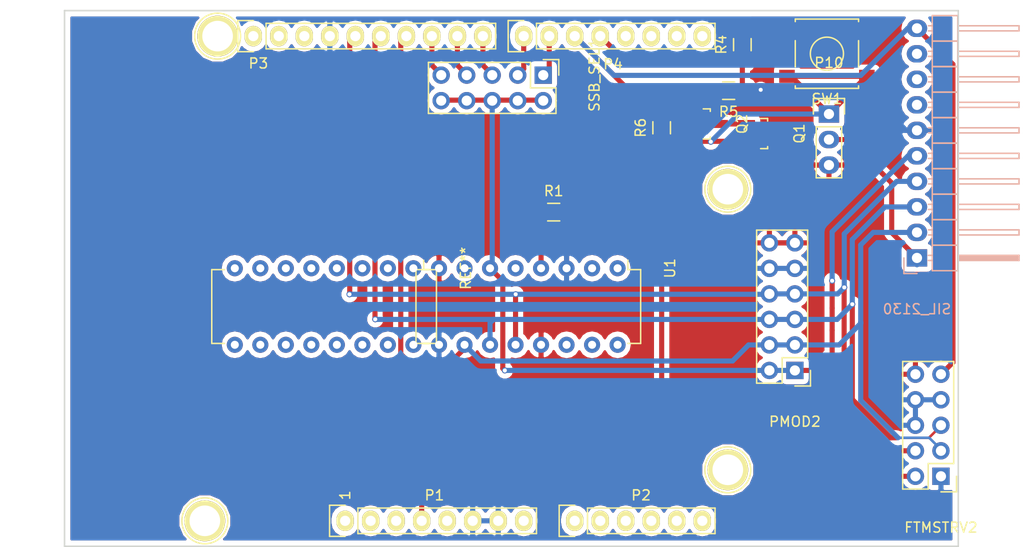
<source format=kicad_pcb>
(kicad_pcb (version 4) (host pcbnew 4.0.2-stable)

  (general
    (links 66)
    (no_connects 0)
    (area 110.922999 72.949999 200.061901 126.440001)
    (thickness 1.6)
    (drawings 22)
    (tracks 186)
    (zones 0)
    (modules 22)
    (nets 50)
  )

  (page A4)
  (title_block
    (date "lun. 30 mars 2015")
  )

  (layers
    (0 F.Cu signal)
    (31 B.Cu signal)
    (32 B.Adhes user)
    (33 F.Adhes user)
    (34 B.Paste user)
    (35 F.Paste user)
    (36 B.SilkS user)
    (37 F.SilkS user)
    (38 B.Mask user)
    (39 F.Mask user)
    (40 Dwgs.User user)
    (41 Cmts.User user)
    (42 Eco1.User user)
    (43 Eco2.User user)
    (44 Edge.Cuts user)
    (45 Margin user)
    (46 B.CrtYd user)
    (47 F.CrtYd user)
    (48 B.Fab user)
    (49 F.Fab user)
  )

  (setup
    (last_trace_width 0.508)
    (user_trace_width 0.254)
    (user_trace_width 0.508)
    (trace_clearance 0.2)
    (zone_clearance 0.508)
    (zone_45_only no)
    (trace_min 0.2)
    (segment_width 0.15)
    (edge_width 0.15)
    (via_size 0.6)
    (via_drill 0.4)
    (via_min_size 0.4)
    (via_min_drill 0.3)
    (uvia_size 0.3)
    (uvia_drill 0.1)
    (uvias_allowed no)
    (uvia_min_size 0.2)
    (uvia_min_drill 0.1)
    (pcb_text_width 0.3)
    (pcb_text_size 1.5 1.5)
    (mod_edge_width 0.15)
    (mod_text_size 1 1)
    (mod_text_width 0.15)
    (pad_size 4.064 4.064)
    (pad_drill 3.048)
    (pad_to_mask_clearance 0)
    (aux_axis_origin 110.998 126.365)
    (grid_origin 110.998 126.365)
    (visible_elements 7FFFFFFF)
    (pcbplotparams
      (layerselection 0x00030_80000001)
      (usegerberextensions false)
      (excludeedgelayer true)
      (linewidth 0.100000)
      (plotframeref false)
      (viasonmask false)
      (mode 1)
      (useauxorigin false)
      (hpglpennumber 1)
      (hpglpenspeed 20)
      (hpglpendiameter 15)
      (hpglpenoverlay 2)
      (psnegative false)
      (psa4output false)
      (plotreference true)
      (plotvalue true)
      (plotinvisibletext false)
      (padsonsilk false)
      (subtractmaskfromsilk false)
      (outputformat 1)
      (mirror false)
      (drillshape 1)
      (scaleselection 1)
      (outputdirectory ""))
  )

  (net 0 "")
  (net 1 /IOREF)
  (net 2 /Reset)
  (net 3 +5V)
  (net 4 GND)
  (net 5 /Vin)
  (net 6 /A0)
  (net 7 /A1)
  (net 8 /A2)
  (net 9 /A3)
  (net 10 /AREF)
  (net 11 "/A4(SDA)")
  (net 12 "/A5(SCL)")
  (net 13 "/9(**)")
  (net 14 /8)
  (net 15 /7)
  (net 16 "/6(**)")
  (net 17 /4)
  (net 18 "/3(**)")
  (net 19 /2)
  (net 20 "Net-(P5-Pad1)")
  (net 21 "Net-(P6-Pad1)")
  (net 22 "Net-(P7-Pad1)")
  (net 23 "Net-(P8-Pad1)")
  (net 24 "/10(**/SS)")
  (net 25 "Net-(P1-Pad1)")
  (net 26 +3V3)
  (net 27 /FTMSTR2PMB/SCK)
  (net 28 /FTMSTR2PMB/MOSI)
  (net 29 /FTMSTR2PMB/MISO)
  (net 30 /FTMSTR2PMB/SSB)
  (net 31 /FTMSTR2PMB/RSTB)
  (net 32 "/P3.A5(SCL)")
  (net 33 "/P3.A4(SDA)")
  (net 34 "/1(Tx)")
  (net 35 "/0(Rx)")
  (net 36 "Net-(R1-Pad1)")
  (net 37 "Net-(SIL_2130-Pad7)")
  (net 38 "Net-(SIL_2130-Pad8)")
  (net 39 "Net-(SIL_2130-Pad9)")
  (net 40 "Net-(U1-Pad1)")
  (net 41 "Net-(U1-Pad2)")
  (net 42 "Net-(U1-Pad5)")
  (net 43 "Net-(U1-Pad7)")
  (net 44 "Net-(U1-Pad14)")
  (net 45 "Net-(U1-Pad15)")
  (net 46 "Net-(U1-Pad16)")
  (net 47 /DUT_VCC/DUT_VCC)
  (net 48 "Net-(P10-Pad2)")
  (net 49 "Net-(Q1-Pad1)")

  (net_class Default "This is the default net class."
    (clearance 0.2)
    (trace_width 0.25)
    (via_dia 0.6)
    (via_drill 0.4)
    (uvia_dia 0.3)
    (uvia_drill 0.1)
    (add_net +3V3)
    (add_net +5V)
    (add_net "/0(Rx)")
    (add_net "/1(Tx)")
    (add_net "/10(**/SS)")
    (add_net /2)
    (add_net "/3(**)")
    (add_net /4)
    (add_net "/6(**)")
    (add_net /7)
    (add_net /8)
    (add_net "/9(**)")
    (add_net /A0)
    (add_net /A1)
    (add_net /A2)
    (add_net /A3)
    (add_net "/A4(SDA)")
    (add_net "/A5(SCL)")
    (add_net /AREF)
    (add_net /DUT_VCC/DUT_VCC)
    (add_net /FTMSTR2PMB/MISO)
    (add_net /FTMSTR2PMB/MOSI)
    (add_net /FTMSTR2PMB/RSTB)
    (add_net /FTMSTR2PMB/SCK)
    (add_net /FTMSTR2PMB/SSB)
    (add_net /IOREF)
    (add_net "/P3.A4(SDA)")
    (add_net "/P3.A5(SCL)")
    (add_net /Reset)
    (add_net /Vin)
    (add_net GND)
    (add_net "Net-(P1-Pad1)")
    (add_net "Net-(P10-Pad2)")
    (add_net "Net-(P5-Pad1)")
    (add_net "Net-(P6-Pad1)")
    (add_net "Net-(P7-Pad1)")
    (add_net "Net-(P8-Pad1)")
    (add_net "Net-(Q1-Pad1)")
    (add_net "Net-(R1-Pad1)")
    (add_net "Net-(SIL_2130-Pad7)")
    (add_net "Net-(SIL_2130-Pad8)")
    (add_net "Net-(SIL_2130-Pad9)")
    (add_net "Net-(U1-Pad1)")
    (add_net "Net-(U1-Pad14)")
    (add_net "Net-(U1-Pad15)")
    (add_net "Net-(U1-Pad16)")
    (add_net "Net-(U1-Pad2)")
    (add_net "Net-(U1-Pad5)")
    (add_net "Net-(U1-Pad7)")
  )

  (module Housings_DIP:DIP-16_W7.62mm (layer F.Cu) (tedit 54130A77) (tstamp 582B83D7)
    (at 166.0652 98.679 270)
    (descr "16-lead dip package, row spacing 7.62 mm (300 mils)")
    (tags "dil dip 2.54 300")
    (path /582B60A2)
    (fp_text reference U1 (at 0 -5.22 270) (layer F.SilkS)
      (effects (font (size 1 1) (thickness 0.15)))
    )
    (fp_text value 78M6610/Cxx (at 0 -3.72 270) (layer F.Fab)
      (effects (font (size 1 1) (thickness 0.15)))
    )
    (fp_line (start -1.05 -2.45) (end -1.05 20.25) (layer F.CrtYd) (width 0.05))
    (fp_line (start 8.65 -2.45) (end 8.65 20.25) (layer F.CrtYd) (width 0.05))
    (fp_line (start -1.05 -2.45) (end 8.65 -2.45) (layer F.CrtYd) (width 0.05))
    (fp_line (start -1.05 20.25) (end 8.65 20.25) (layer F.CrtYd) (width 0.05))
    (fp_line (start 0.135 -2.295) (end 0.135 -1.025) (layer F.SilkS) (width 0.15))
    (fp_line (start 7.485 -2.295) (end 7.485 -1.025) (layer F.SilkS) (width 0.15))
    (fp_line (start 7.485 20.075) (end 7.485 18.805) (layer F.SilkS) (width 0.15))
    (fp_line (start 0.135 20.075) (end 0.135 18.805) (layer F.SilkS) (width 0.15))
    (fp_line (start 0.135 -2.295) (end 7.485 -2.295) (layer F.SilkS) (width 0.15))
    (fp_line (start 0.135 20.075) (end 7.485 20.075) (layer F.SilkS) (width 0.15))
    (fp_line (start 0.135 -1.025) (end -0.8 -1.025) (layer F.SilkS) (width 0.15))
    (pad 1 thru_hole oval (at 0 0 270) (size 1.6 1.6) (drill 0.8) (layers *.Cu *.Mask)
      (net 40 "Net-(U1-Pad1)"))
    (pad 2 thru_hole oval (at 0 2.54 270) (size 1.6 1.6) (drill 0.8) (layers *.Cu *.Mask)
      (net 41 "Net-(U1-Pad2)"))
    (pad 3 thru_hole oval (at 0 5.08 270) (size 1.6 1.6) (drill 0.8) (layers *.Cu *.Mask)
      (net 4 GND))
    (pad 4 thru_hole oval (at 0 7.62 270) (size 1.6 1.6) (drill 0.8) (layers *.Cu *.Mask)
      (net 36 "Net-(R1-Pad1)"))
    (pad 5 thru_hole oval (at 0 10.16 270) (size 1.6 1.6) (drill 0.8) (layers *.Cu *.Mask)
      (net 42 "Net-(U1-Pad5)"))
    (pad 6 thru_hole oval (at 0 12.7 270) (size 1.6 1.6) (drill 0.8) (layers *.Cu *.Mask)
      (net 30 /FTMSTR2PMB/SSB))
    (pad 7 thru_hole oval (at 0 15.24 270) (size 1.6 1.6) (drill 0.8) (layers *.Cu *.Mask)
      (net 43 "Net-(U1-Pad7)"))
    (pad 8 thru_hole oval (at 0 17.78 270) (size 1.6 1.6) (drill 0.8) (layers *.Cu *.Mask)
      (net 47 /DUT_VCC/DUT_VCC))
    (pad 9 thru_hole oval (at 7.62 17.78 270) (size 1.6 1.6) (drill 0.8) (layers *.Cu *.Mask)
      (net 4 GND))
    (pad 10 thru_hole oval (at 7.62 15.24 270) (size 1.6 1.6) (drill 0.8) (layers *.Cu *.Mask)
      (net 28 /FTMSTR2PMB/MOSI))
    (pad 11 thru_hole oval (at 7.62 12.7 270) (size 1.6 1.6) (drill 0.8) (layers *.Cu *.Mask)
      (net 29 /FTMSTR2PMB/MISO))
    (pad 12 thru_hole oval (at 7.62 10.16 270) (size 1.6 1.6) (drill 0.8) (layers *.Cu *.Mask)
      (net 27 /FTMSTR2PMB/SCK))
    (pad 13 thru_hole oval (at 7.62 7.62 270) (size 1.6 1.6) (drill 0.8) (layers *.Cu *.Mask)
      (net 47 /DUT_VCC/DUT_VCC))
    (pad 14 thru_hole oval (at 7.62 5.08 270) (size 1.6 1.6) (drill 0.8) (layers *.Cu *.Mask)
      (net 44 "Net-(U1-Pad14)"))
    (pad 15 thru_hole oval (at 7.62 2.54 270) (size 1.6 1.6) (drill 0.8) (layers *.Cu *.Mask)
      (net 45 "Net-(U1-Pad15)"))
    (pad 16 thru_hole oval (at 7.62 0 270) (size 1.6 1.6) (drill 0.8) (layers *.Cu *.Mask)
      (net 46 "Net-(U1-Pad16)"))
    (model Housings_DIP.3dshapes/DIP-16_W7.62mm.wrl
      (at (xyz 0 0 0))
      (scale (xyz 1 1 1))
      (rotate (xyz 0 0 0))
    )
  )

  (module Socket_Arduino_Uno:Socket_Strip_Arduino_1x08 locked (layer F.Cu) (tedit 582B5512) (tstamp 551AF9EA)
    (at 138.938 123.825)
    (descr "Through hole socket strip")
    (tags "socket strip")
    (path /5517C2C1)
    (fp_text reference P1 (at 8.89 -2.54) (layer F.SilkS)
      (effects (font (size 1 1) (thickness 0.15)))
    )
    (fp_text value Power (at 4.6228 -2.6289) (layer F.Fab)
      (effects (font (size 1 1) (thickness 0.15)))
    )
    (fp_line (start -1.75 -1.75) (end -1.75 1.75) (layer F.CrtYd) (width 0.05))
    (fp_line (start 19.55 -1.75) (end 19.55 1.75) (layer F.CrtYd) (width 0.05))
    (fp_line (start -1.75 -1.75) (end 19.55 -1.75) (layer F.CrtYd) (width 0.05))
    (fp_line (start -1.75 1.75) (end 19.55 1.75) (layer F.CrtYd) (width 0.05))
    (fp_line (start 1.27 1.27) (end 19.05 1.27) (layer F.SilkS) (width 0.15))
    (fp_line (start 19.05 1.27) (end 19.05 -1.27) (layer F.SilkS) (width 0.15))
    (fp_line (start 19.05 -1.27) (end 1.27 -1.27) (layer F.SilkS) (width 0.15))
    (fp_line (start -1.55 1.55) (end 0 1.55) (layer F.SilkS) (width 0.15))
    (fp_line (start 1.27 1.27) (end 1.27 -1.27) (layer F.SilkS) (width 0.15))
    (fp_line (start 0 -1.55) (end -1.55 -1.55) (layer F.SilkS) (width 0.15))
    (fp_line (start -1.55 -1.55) (end -1.55 1.55) (layer F.SilkS) (width 0.15))
    (pad 1 thru_hole oval (at 0 0) (size 1.7272 2.032) (drill 1.016) (layers *.Cu *.Mask F.SilkS)
      (net 25 "Net-(P1-Pad1)"))
    (pad 2 thru_hole oval (at 2.54 0) (size 1.7272 2.032) (drill 1.016) (layers *.Cu *.Mask F.SilkS)
      (net 1 /IOREF))
    (pad 3 thru_hole oval (at 5.08 0) (size 1.7272 2.032) (drill 1.016) (layers *.Cu *.Mask F.SilkS)
      (net 2 /Reset))
    (pad 4 thru_hole oval (at 7.62 0) (size 1.7272 2.032) (drill 1.016) (layers *.Cu *.Mask F.SilkS)
      (net 26 +3V3))
    (pad 5 thru_hole oval (at 10.16 0) (size 1.7272 2.032) (drill 1.016) (layers *.Cu *.Mask F.SilkS)
      (net 3 +5V))
    (pad 6 thru_hole oval (at 12.7 0) (size 1.7272 2.032) (drill 1.016) (layers *.Cu *.Mask F.SilkS)
      (net 4 GND))
    (pad 7 thru_hole oval (at 15.24 0) (size 1.7272 2.032) (drill 1.016) (layers *.Cu *.Mask F.SilkS)
      (net 4 GND))
    (pad 8 thru_hole oval (at 17.78 0) (size 1.7272 2.032) (drill 1.016) (layers *.Cu *.Mask F.SilkS)
      (net 5 /Vin))
    (model ${KIPRJMOD}/Socket_Arduino_Uno.3dshapes/Socket_header_Arduino_1x08.wrl
      (at (xyz 0.35 0 0))
      (scale (xyz 1 1 1))
      (rotate (xyz 0 0 180))
    )
  )

  (module Socket_Arduino_Uno:Socket_Strip_Arduino_1x06 locked (layer F.Cu) (tedit 552168D6) (tstamp 551AF9FF)
    (at 161.798 123.825)
    (descr "Through hole socket strip")
    (tags "socket strip")
    (path /5517C323)
    (fp_text reference P2 (at 6.604 -2.54) (layer F.SilkS)
      (effects (font (size 1 1) (thickness 0.15)))
    )
    (fp_text value Analog (at 6.604 -4.064) (layer F.Fab)
      (effects (font (size 1 1) (thickness 0.15)))
    )
    (fp_line (start -1.75 -1.75) (end -1.75 1.75) (layer F.CrtYd) (width 0.05))
    (fp_line (start 14.45 -1.75) (end 14.45 1.75) (layer F.CrtYd) (width 0.05))
    (fp_line (start -1.75 -1.75) (end 14.45 -1.75) (layer F.CrtYd) (width 0.05))
    (fp_line (start -1.75 1.75) (end 14.45 1.75) (layer F.CrtYd) (width 0.05))
    (fp_line (start 1.27 1.27) (end 13.97 1.27) (layer F.SilkS) (width 0.15))
    (fp_line (start 13.97 1.27) (end 13.97 -1.27) (layer F.SilkS) (width 0.15))
    (fp_line (start 13.97 -1.27) (end 1.27 -1.27) (layer F.SilkS) (width 0.15))
    (fp_line (start -1.55 1.55) (end 0 1.55) (layer F.SilkS) (width 0.15))
    (fp_line (start 1.27 1.27) (end 1.27 -1.27) (layer F.SilkS) (width 0.15))
    (fp_line (start 0 -1.55) (end -1.55 -1.55) (layer F.SilkS) (width 0.15))
    (fp_line (start -1.55 -1.55) (end -1.55 1.55) (layer F.SilkS) (width 0.15))
    (pad 1 thru_hole oval (at 0 0) (size 1.7272 2.032) (drill 1.016) (layers *.Cu *.Mask F.SilkS)
      (net 6 /A0))
    (pad 2 thru_hole oval (at 2.54 0) (size 1.7272 2.032) (drill 1.016) (layers *.Cu *.Mask F.SilkS)
      (net 7 /A1))
    (pad 3 thru_hole oval (at 5.08 0) (size 1.7272 2.032) (drill 1.016) (layers *.Cu *.Mask F.SilkS)
      (net 8 /A2))
    (pad 4 thru_hole oval (at 7.62 0) (size 1.7272 2.032) (drill 1.016) (layers *.Cu *.Mask F.SilkS)
      (net 9 /A3))
    (pad 5 thru_hole oval (at 10.16 0) (size 1.7272 2.032) (drill 1.016) (layers *.Cu *.Mask F.SilkS)
      (net 11 "/A4(SDA)"))
    (pad 6 thru_hole oval (at 12.7 0) (size 1.7272 2.032) (drill 1.016) (layers *.Cu *.Mask F.SilkS)
      (net 12 "/A5(SCL)"))
    (model ${KIPRJMOD}/Socket_Arduino_Uno.3dshapes/Socket_header_Arduino_1x06.wrl
      (at (xyz 0.25 0 0))
      (scale (xyz 1 1 1))
      (rotate (xyz 0 0 180))
    )
  )

  (module Socket_Arduino_Uno:Socket_Strip_Arduino_1x10 locked (layer F.Cu) (tedit 5817B983) (tstamp 551AFA18)
    (at 129.794 75.565)
    (descr "Through hole socket strip")
    (tags "socket strip")
    (path /5517C46C)
    (fp_text reference P3 (at 0.508 2.7178) (layer F.SilkS)
      (effects (font (size 1 1) (thickness 0.15)))
    )
    (fp_text value Digital (at 11.43 4.318) (layer F.Fab)
      (effects (font (size 1 1) (thickness 0.15)))
    )
    (fp_line (start -1.75 -1.75) (end -1.75 1.75) (layer F.CrtYd) (width 0.05))
    (fp_line (start 24.65 -1.75) (end 24.65 1.75) (layer F.CrtYd) (width 0.05))
    (fp_line (start -1.75 -1.75) (end 24.65 -1.75) (layer F.CrtYd) (width 0.05))
    (fp_line (start -1.75 1.75) (end 24.65 1.75) (layer F.CrtYd) (width 0.05))
    (fp_line (start 1.27 1.27) (end 24.13 1.27) (layer F.SilkS) (width 0.15))
    (fp_line (start 24.13 1.27) (end 24.13 -1.27) (layer F.SilkS) (width 0.15))
    (fp_line (start 24.13 -1.27) (end 1.27 -1.27) (layer F.SilkS) (width 0.15))
    (fp_line (start -1.55 1.55) (end 0 1.55) (layer F.SilkS) (width 0.15))
    (fp_line (start 1.27 1.27) (end 1.27 -1.27) (layer F.SilkS) (width 0.15))
    (fp_line (start 0 -1.55) (end -1.55 -1.55) (layer F.SilkS) (width 0.15))
    (fp_line (start -1.55 -1.55) (end -1.55 1.55) (layer F.SilkS) (width 0.15))
    (pad 1 thru_hole oval (at 0 0) (size 1.7272 2.032) (drill 1.016) (layers *.Cu *.Mask F.SilkS)
      (net 32 "/P3.A5(SCL)"))
    (pad 2 thru_hole oval (at 2.54 0) (size 1.7272 2.032) (drill 1.016) (layers *.Cu *.Mask F.SilkS)
      (net 33 "/P3.A4(SDA)"))
    (pad 3 thru_hole oval (at 5.08 0) (size 1.7272 2.032) (drill 1.016) (layers *.Cu *.Mask F.SilkS)
      (net 10 /AREF))
    (pad 4 thru_hole oval (at 7.62 0) (size 1.7272 2.032) (drill 1.016) (layers *.Cu *.Mask F.SilkS)
      (net 4 GND))
    (pad 5 thru_hole oval (at 10.16 0) (size 1.7272 2.032) (drill 1.016) (layers *.Cu *.Mask F.SilkS)
      (net 27 /FTMSTR2PMB/SCK))
    (pad 6 thru_hole oval (at 12.7 0) (size 1.7272 2.032) (drill 1.016) (layers *.Cu *.Mask F.SilkS)
      (net 29 /FTMSTR2PMB/MISO))
    (pad 7 thru_hole oval (at 15.24 0) (size 1.7272 2.032) (drill 1.016) (layers *.Cu *.Mask F.SilkS)
      (net 28 /FTMSTR2PMB/MOSI))
    (pad 8 thru_hole oval (at 17.78 0) (size 1.7272 2.032) (drill 1.016) (layers *.Cu *.Mask F.SilkS)
      (net 24 "/10(**/SS)"))
    (pad 9 thru_hole oval (at 20.32 0) (size 1.7272 2.032) (drill 1.016) (layers *.Cu *.Mask F.SilkS)
      (net 13 "/9(**)"))
    (pad 10 thru_hole oval (at 22.86 0) (size 1.7272 2.032) (drill 1.016) (layers *.Cu *.Mask F.SilkS)
      (net 14 /8))
    (model ${KIPRJMOD}/Socket_Arduino_Uno.3dshapes/Socket_header_Arduino_1x10.wrl
      (at (xyz 0.45 0 0))
      (scale (xyz 1 1 1))
      (rotate (xyz 0 0 180))
    )
  )

  (module Socket_Arduino_Uno:Socket_Strip_Arduino_1x08 locked (layer F.Cu) (tedit 552168C7) (tstamp 551AFA2F)
    (at 156.718 75.565)
    (descr "Through hole socket strip")
    (tags "socket strip")
    (path /5517C366)
    (fp_text reference P4 (at 8.89 2.794) (layer F.SilkS)
      (effects (font (size 1 1) (thickness 0.15)))
    )
    (fp_text value Digital (at 8.89 4.318) (layer F.Fab)
      (effects (font (size 1 1) (thickness 0.15)))
    )
    (fp_line (start -1.75 -1.75) (end -1.75 1.75) (layer F.CrtYd) (width 0.05))
    (fp_line (start 19.55 -1.75) (end 19.55 1.75) (layer F.CrtYd) (width 0.05))
    (fp_line (start -1.75 -1.75) (end 19.55 -1.75) (layer F.CrtYd) (width 0.05))
    (fp_line (start -1.75 1.75) (end 19.55 1.75) (layer F.CrtYd) (width 0.05))
    (fp_line (start 1.27 1.27) (end 19.05 1.27) (layer F.SilkS) (width 0.15))
    (fp_line (start 19.05 1.27) (end 19.05 -1.27) (layer F.SilkS) (width 0.15))
    (fp_line (start 19.05 -1.27) (end 1.27 -1.27) (layer F.SilkS) (width 0.15))
    (fp_line (start -1.55 1.55) (end 0 1.55) (layer F.SilkS) (width 0.15))
    (fp_line (start 1.27 1.27) (end 1.27 -1.27) (layer F.SilkS) (width 0.15))
    (fp_line (start 0 -1.55) (end -1.55 -1.55) (layer F.SilkS) (width 0.15))
    (fp_line (start -1.55 -1.55) (end -1.55 1.55) (layer F.SilkS) (width 0.15))
    (pad 1 thru_hole oval (at 0 0) (size 1.7272 2.032) (drill 1.016) (layers *.Cu *.Mask F.SilkS)
      (net 15 /7))
    (pad 2 thru_hole oval (at 2.54 0) (size 1.7272 2.032) (drill 1.016) (layers *.Cu *.Mask F.SilkS)
      (net 16 "/6(**)"))
    (pad 3 thru_hole oval (at 5.08 0) (size 1.7272 2.032) (drill 1.016) (layers *.Cu *.Mask F.SilkS)
      (net 31 /FTMSTR2PMB/RSTB))
    (pad 4 thru_hole oval (at 7.62 0) (size 1.7272 2.032) (drill 1.016) (layers *.Cu *.Mask F.SilkS)
      (net 17 /4))
    (pad 5 thru_hole oval (at 10.16 0) (size 1.7272 2.032) (drill 1.016) (layers *.Cu *.Mask F.SilkS)
      (net 18 "/3(**)"))
    (pad 6 thru_hole oval (at 12.7 0) (size 1.7272 2.032) (drill 1.016) (layers *.Cu *.Mask F.SilkS)
      (net 19 /2))
    (pad 7 thru_hole oval (at 15.24 0) (size 1.7272 2.032) (drill 1.016) (layers *.Cu *.Mask F.SilkS)
      (net 34 "/1(Tx)"))
    (pad 8 thru_hole oval (at 17.78 0) (size 1.7272 2.032) (drill 1.016) (layers *.Cu *.Mask F.SilkS)
      (net 35 "/0(Rx)"))
    (model ${KIPRJMOD}/Socket_Arduino_Uno.3dshapes/Socket_header_Arduino_1x08.wrl
      (at (xyz 0.35 0 0))
      (scale (xyz 1 1 1))
      (rotate (xyz 0 0 180))
    )
  )

  (module Socket_Arduino_Uno:Arduino_1pin locked (layer F.Cu) (tedit 5524FC39) (tstamp 5524FC3F)
    (at 124.968 123.825)
    (descr "module 1 pin (ou trou mecanique de percage)")
    (tags DEV)
    (path /551BBC06)
    (fp_text reference P5 (at 0 -3.048) (layer F.SilkS) hide
      (effects (font (size 1 1) (thickness 0.15)))
    )
    (fp_text value CONN_1 (at 0 2.794) (layer F.Fab) hide
      (effects (font (size 1 1) (thickness 0.15)))
    )
    (fp_circle (center 0 0) (end 0 -2.286) (layer F.SilkS) (width 0.15))
    (pad 1 thru_hole circle (at 0 0) (size 4.064 4.064) (drill 3.048) (layers *.Cu *.Mask F.SilkS)
      (net 20 "Net-(P5-Pad1)"))
  )

  (module Socket_Arduino_Uno:Arduino_1pin locked (layer F.Cu) (tedit 5524FC4A) (tstamp 5524FC44)
    (at 177.038 118.745)
    (descr "module 1 pin (ou trou mecanique de percage)")
    (tags DEV)
    (path /551BBD10)
    (fp_text reference P6 (at 0 -3.048) (layer F.SilkS) hide
      (effects (font (size 1 1) (thickness 0.15)))
    )
    (fp_text value CONN_1 (at 0 2.794) (layer F.Fab) hide
      (effects (font (size 1 1) (thickness 0.15)))
    )
    (fp_circle (center 0 0) (end 0 -2.286) (layer F.SilkS) (width 0.15))
    (pad 1 thru_hole circle (at 0 0) (size 4.064 4.064) (drill 3.048) (layers *.Cu *.Mask F.SilkS)
      (net 21 "Net-(P6-Pad1)"))
  )

  (module Socket_Arduino_Uno:Arduino_1pin locked (layer F.Cu) (tedit 5524FC2F) (tstamp 5524FC49)
    (at 126.238 75.565)
    (descr "module 1 pin (ou trou mecanique de percage)")
    (tags DEV)
    (path /551BBD30)
    (fp_text reference P7 (at 0 -3.048) (layer F.SilkS) hide
      (effects (font (size 1 1) (thickness 0.15)))
    )
    (fp_text value CONN_1 (at 0 2.794) (layer F.Fab) hide
      (effects (font (size 1 1) (thickness 0.15)))
    )
    (fp_circle (center 0 0) (end 0 -2.286) (layer F.SilkS) (width 0.15))
    (pad 1 thru_hole circle (at 0 0) (size 4.064 4.064) (drill 3.048) (layers *.Cu *.Mask F.SilkS)
      (net 22 "Net-(P7-Pad1)"))
  )

  (module Socket_Arduino_Uno:Arduino_1pin locked (layer F.Cu) (tedit 5524FC41) (tstamp 5524FC4E)
    (at 177.038 90.805)
    (descr "module 1 pin (ou trou mecanique de percage)")
    (tags DEV)
    (path /551BBD52)
    (fp_text reference P8 (at 0 -3.048) (layer F.SilkS) hide
      (effects (font (size 1 1) (thickness 0.15)))
    )
    (fp_text value CONN_1 (at 0 2.794) (layer F.Fab) hide
      (effects (font (size 1 1) (thickness 0.15)))
    )
    (fp_circle (center 0 0) (end 0 -2.286) (layer F.SilkS) (width 0.15))
    (pad 1 thru_hole circle (at 0 0) (size 4.064 4.064) (drill 3.048) (layers *.Cu *.Mask F.SilkS)
      (net 23 "Net-(P8-Pad1)"))
  )

  (module TO_SOT_Packages_SMD:SOT-23_Handsoldering (layer F.Cu) (tedit 54E9291B) (tstamp 582B5416)
    (at 180.3527 85.2678 270)
    (descr "SOT-23, Handsoldering")
    (tags SOT-23)
    (path /582F833B/5835D692)
    (attr smd)
    (fp_text reference Q1 (at 0 -3.81 270) (layer F.SilkS)
      (effects (font (size 1 1) (thickness 0.15)))
    )
    (fp_text value Q_PMOS_GSD (at 0 3.81 270) (layer F.Fab)
      (effects (font (size 1 1) (thickness 0.15)))
    )
    (fp_line (start -1.49982 0.0508) (end -1.49982 -0.65024) (layer F.SilkS) (width 0.15))
    (fp_line (start -1.49982 -0.65024) (end -1.2509 -0.65024) (layer F.SilkS) (width 0.15))
    (fp_line (start 1.29916 -0.65024) (end 1.49982 -0.65024) (layer F.SilkS) (width 0.15))
    (fp_line (start 1.49982 -0.65024) (end 1.49982 0.0508) (layer F.SilkS) (width 0.15))
    (pad 1 smd rect (at -0.95 1.50114 270) (size 0.8001 1.80086) (layers F.Cu F.Paste F.Mask)
      (net 49 "Net-(Q1-Pad1)"))
    (pad 2 smd rect (at 0.95 1.50114 270) (size 0.8001 1.80086) (layers F.Cu F.Paste F.Mask)
      (net 26 +3V3))
    (pad 3 smd rect (at 0 -1.50114 270) (size 0.8001 1.80086) (layers F.Cu F.Paste F.Mask)
      (net 47 /DUT_VCC/DUT_VCC))
    (model TO_SOT_Packages_SMD.3dshapes/SOT-23_Handsoldering.wrl
      (at (xyz 0 0 0))
      (scale (xyz 1 1 1))
      (rotate (xyz 0 0 0))
    )
  )

  (module TO_SOT_Packages_SMD:SOT-23_Handsoldering (layer F.Cu) (tedit 54E9291B) (tstamp 582B541D)
    (at 174.64405 84.30895 270)
    (descr "SOT-23, Handsoldering")
    (tags SOT-23)
    (path /582F833B/5835D85A)
    (attr smd)
    (fp_text reference Q2 (at 0 -3.81 270) (layer F.SilkS)
      (effects (font (size 1 1) (thickness 0.15)))
    )
    (fp_text value Q_PMOS_GSD (at 0 3.81 270) (layer F.Fab)
      (effects (font (size 1 1) (thickness 0.15)))
    )
    (fp_line (start -1.49982 0.0508) (end -1.49982 -0.65024) (layer F.SilkS) (width 0.15))
    (fp_line (start -1.49982 -0.65024) (end -1.2509 -0.65024) (layer F.SilkS) (width 0.15))
    (fp_line (start 1.29916 -0.65024) (end 1.49982 -0.65024) (layer F.SilkS) (width 0.15))
    (fp_line (start 1.49982 -0.65024) (end 1.49982 0.0508) (layer F.SilkS) (width 0.15))
    (pad 1 smd rect (at -0.95 1.50114 270) (size 0.8001 1.80086) (layers F.Cu F.Paste F.Mask)
      (net 31 /FTMSTR2PMB/RSTB))
    (pad 2 smd rect (at 0.95 1.50114 270) (size 0.8001 1.80086) (layers F.Cu F.Paste F.Mask)
      (net 26 +3V3))
    (pad 3 smd rect (at 0 -1.50114 270) (size 0.8001 1.80086) (layers F.Cu F.Paste F.Mask)
      (net 49 "Net-(Q1-Pad1)"))
    (model TO_SOT_Packages_SMD.3dshapes/SOT-23_Handsoldering.wrl
      (at (xyz 0 0 0))
      (scale (xyz 1 1 1))
      (rotate (xyz 0 0 0))
    )
  )

  (module Resistors_SMD:R_0805_HandSoldering (layer F.Cu) (tedit 54189DEE) (tstamp 582B5423)
    (at 159.7025 93.091)
    (descr "Resistor SMD 0805, hand soldering")
    (tags "resistor 0805")
    (path /582B6994)
    (attr smd)
    (fp_text reference R1 (at 0 -2.1) (layer F.SilkS)
      (effects (font (size 1 1) (thickness 0.15)))
    )
    (fp_text value 1K (at 0 2.1) (layer F.Fab)
      (effects (font (size 1 1) (thickness 0.15)))
    )
    (fp_line (start -2.4 -1) (end 2.4 -1) (layer F.CrtYd) (width 0.05))
    (fp_line (start -2.4 1) (end 2.4 1) (layer F.CrtYd) (width 0.05))
    (fp_line (start -2.4 -1) (end -2.4 1) (layer F.CrtYd) (width 0.05))
    (fp_line (start 2.4 -1) (end 2.4 1) (layer F.CrtYd) (width 0.05))
    (fp_line (start 0.6 0.875) (end -0.6 0.875) (layer F.SilkS) (width 0.15))
    (fp_line (start -0.6 -0.875) (end 0.6 -0.875) (layer F.SilkS) (width 0.15))
    (pad 1 smd rect (at -1.35 0) (size 1.5 1.3) (layers F.Cu F.Paste F.Mask)
      (net 36 "Net-(R1-Pad1)"))
    (pad 2 smd rect (at 1.35 0) (size 1.5 1.3) (layers F.Cu F.Paste F.Mask)
      (net 4 GND))
    (model Resistors_SMD.3dshapes/R_0805_HandSoldering.wrl
      (at (xyz 0 0 0))
      (scale (xyz 1 1 1))
      (rotate (xyz 0 0 0))
    )
  )

  (module Pin_Headers:Pin_Header_Angled_1x10 (layer B.Cu) (tedit 0) (tstamp 582B547E)
    (at 195.8721 97.6503)
    (descr "Through hole pin header")
    (tags "pin header")
    (path /56DF6B06/582F7D53)
    (fp_text reference SIL_2130 (at 0 5.1) (layer B.SilkS)
      (effects (font (size 1 1) (thickness 0.15)) (justify mirror))
    )
    (fp_text value CONN_01X10 (at 0 3.1) (layer B.Fab)
      (effects (font (size 1 1) (thickness 0.15)) (justify mirror))
    )
    (fp_line (start -1.5 1.75) (end -1.5 -24.65) (layer B.CrtYd) (width 0.05))
    (fp_line (start 10.65 1.75) (end 10.65 -24.65) (layer B.CrtYd) (width 0.05))
    (fp_line (start -1.5 1.75) (end 10.65 1.75) (layer B.CrtYd) (width 0.05))
    (fp_line (start -1.5 -24.65) (end 10.65 -24.65) (layer B.CrtYd) (width 0.05))
    (fp_line (start -1.3 1.55) (end -1.3 0) (layer B.SilkS) (width 0.15))
    (fp_line (start 0 1.55) (end -1.3 1.55) (layer B.SilkS) (width 0.15))
    (fp_line (start 4.191 0.127) (end 10.033 0.127) (layer B.SilkS) (width 0.15))
    (fp_line (start 10.033 0.127) (end 10.033 -0.127) (layer B.SilkS) (width 0.15))
    (fp_line (start 10.033 -0.127) (end 4.191 -0.127) (layer B.SilkS) (width 0.15))
    (fp_line (start 4.191 -0.127) (end 4.191 0) (layer B.SilkS) (width 0.15))
    (fp_line (start 4.191 0) (end 10.033 0) (layer B.SilkS) (width 0.15))
    (fp_line (start 1.524 -17.526) (end 1.143 -17.526) (layer B.SilkS) (width 0.15))
    (fp_line (start 1.524 -18.034) (end 1.143 -18.034) (layer B.SilkS) (width 0.15))
    (fp_line (start 1.524 -20.066) (end 1.143 -20.066) (layer B.SilkS) (width 0.15))
    (fp_line (start 1.524 -20.574) (end 1.143 -20.574) (layer B.SilkS) (width 0.15))
    (fp_line (start 1.524 -22.606) (end 1.143 -22.606) (layer B.SilkS) (width 0.15))
    (fp_line (start 1.524 -23.114) (end 1.143 -23.114) (layer B.SilkS) (width 0.15))
    (fp_line (start 1.524 0.254) (end 1.143 0.254) (layer B.SilkS) (width 0.15))
    (fp_line (start 1.524 -0.254) (end 1.143 -0.254) (layer B.SilkS) (width 0.15))
    (fp_line (start 1.524 -2.286) (end 1.143 -2.286) (layer B.SilkS) (width 0.15))
    (fp_line (start 1.524 -2.794) (end 1.143 -2.794) (layer B.SilkS) (width 0.15))
    (fp_line (start 1.524 -4.826) (end 1.143 -4.826) (layer B.SilkS) (width 0.15))
    (fp_line (start 1.524 -5.334) (end 1.143 -5.334) (layer B.SilkS) (width 0.15))
    (fp_line (start 1.524 -15.494) (end 1.143 -15.494) (layer B.SilkS) (width 0.15))
    (fp_line (start 1.524 -14.986) (end 1.143 -14.986) (layer B.SilkS) (width 0.15))
    (fp_line (start 1.524 -12.954) (end 1.143 -12.954) (layer B.SilkS) (width 0.15))
    (fp_line (start 1.524 -12.446) (end 1.143 -12.446) (layer B.SilkS) (width 0.15))
    (fp_line (start 1.524 -10.414) (end 1.143 -10.414) (layer B.SilkS) (width 0.15))
    (fp_line (start 1.524 -9.906) (end 1.143 -9.906) (layer B.SilkS) (width 0.15))
    (fp_line (start 1.524 -7.874) (end 1.143 -7.874) (layer B.SilkS) (width 0.15))
    (fp_line (start 1.524 -7.366) (end 1.143 -7.366) (layer B.SilkS) (width 0.15))
    (fp_line (start 1.524 -13.97) (end 4.064 -13.97) (layer B.SilkS) (width 0.15))
    (fp_line (start 1.524 -13.97) (end 1.524 -16.51) (layer B.SilkS) (width 0.15))
    (fp_line (start 1.524 -16.51) (end 4.064 -16.51) (layer B.SilkS) (width 0.15))
    (fp_line (start 4.064 -14.986) (end 10.16 -14.986) (layer B.SilkS) (width 0.15))
    (fp_line (start 10.16 -14.986) (end 10.16 -15.494) (layer B.SilkS) (width 0.15))
    (fp_line (start 10.16 -15.494) (end 4.064 -15.494) (layer B.SilkS) (width 0.15))
    (fp_line (start 4.064 -16.51) (end 4.064 -13.97) (layer B.SilkS) (width 0.15))
    (fp_line (start 4.064 -19.05) (end 4.064 -16.51) (layer B.SilkS) (width 0.15))
    (fp_line (start 10.16 -18.034) (end 4.064 -18.034) (layer B.SilkS) (width 0.15))
    (fp_line (start 10.16 -17.526) (end 10.16 -18.034) (layer B.SilkS) (width 0.15))
    (fp_line (start 4.064 -17.526) (end 10.16 -17.526) (layer B.SilkS) (width 0.15))
    (fp_line (start 1.524 -19.05) (end 4.064 -19.05) (layer B.SilkS) (width 0.15))
    (fp_line (start 1.524 -16.51) (end 1.524 -19.05) (layer B.SilkS) (width 0.15))
    (fp_line (start 1.524 -16.51) (end 4.064 -16.51) (layer B.SilkS) (width 0.15))
    (fp_line (start 1.524 -21.59) (end 4.064 -21.59) (layer B.SilkS) (width 0.15))
    (fp_line (start 1.524 -21.59) (end 1.524 -24.13) (layer B.SilkS) (width 0.15))
    (fp_line (start 4.064 -22.606) (end 10.16 -22.606) (layer B.SilkS) (width 0.15))
    (fp_line (start 10.16 -22.606) (end 10.16 -23.114) (layer B.SilkS) (width 0.15))
    (fp_line (start 10.16 -23.114) (end 4.064 -23.114) (layer B.SilkS) (width 0.15))
    (fp_line (start 4.064 -24.13) (end 4.064 -21.59) (layer B.SilkS) (width 0.15))
    (fp_line (start 4.064 -21.59) (end 4.064 -19.05) (layer B.SilkS) (width 0.15))
    (fp_line (start 10.16 -20.574) (end 4.064 -20.574) (layer B.SilkS) (width 0.15))
    (fp_line (start 10.16 -20.066) (end 10.16 -20.574) (layer B.SilkS) (width 0.15))
    (fp_line (start 4.064 -20.066) (end 10.16 -20.066) (layer B.SilkS) (width 0.15))
    (fp_line (start 1.524 -21.59) (end 4.064 -21.59) (layer B.SilkS) (width 0.15))
    (fp_line (start 1.524 -19.05) (end 1.524 -21.59) (layer B.SilkS) (width 0.15))
    (fp_line (start 1.524 -19.05) (end 4.064 -19.05) (layer B.SilkS) (width 0.15))
    (fp_line (start 1.524 -24.13) (end 4.064 -24.13) (layer B.SilkS) (width 0.15))
    (fp_line (start 1.524 1.27) (end 4.064 1.27) (layer B.SilkS) (width 0.15))
    (fp_line (start 1.524 -1.27) (end 4.064 -1.27) (layer B.SilkS) (width 0.15))
    (fp_line (start 1.524 -1.27) (end 1.524 -3.81) (layer B.SilkS) (width 0.15))
    (fp_line (start 1.524 -3.81) (end 4.064 -3.81) (layer B.SilkS) (width 0.15))
    (fp_line (start 4.064 -2.286) (end 10.16 -2.286) (layer B.SilkS) (width 0.15))
    (fp_line (start 10.16 -2.286) (end 10.16 -2.794) (layer B.SilkS) (width 0.15))
    (fp_line (start 10.16 -2.794) (end 4.064 -2.794) (layer B.SilkS) (width 0.15))
    (fp_line (start 4.064 -3.81) (end 4.064 -1.27) (layer B.SilkS) (width 0.15))
    (fp_line (start 4.064 -1.27) (end 4.064 1.27) (layer B.SilkS) (width 0.15))
    (fp_line (start 10.16 -0.254) (end 4.064 -0.254) (layer B.SilkS) (width 0.15))
    (fp_line (start 10.16 0.254) (end 10.16 -0.254) (layer B.SilkS) (width 0.15))
    (fp_line (start 4.064 0.254) (end 10.16 0.254) (layer B.SilkS) (width 0.15))
    (fp_line (start 1.524 -1.27) (end 4.064 -1.27) (layer B.SilkS) (width 0.15))
    (fp_line (start 1.524 1.27) (end 1.524 -1.27) (layer B.SilkS) (width 0.15))
    (fp_line (start 1.524 -8.89) (end 4.064 -8.89) (layer B.SilkS) (width 0.15))
    (fp_line (start 1.524 -8.89) (end 1.524 -11.43) (layer B.SilkS) (width 0.15))
    (fp_line (start 1.524 -11.43) (end 4.064 -11.43) (layer B.SilkS) (width 0.15))
    (fp_line (start 4.064 -9.906) (end 10.16 -9.906) (layer B.SilkS) (width 0.15))
    (fp_line (start 10.16 -9.906) (end 10.16 -10.414) (layer B.SilkS) (width 0.15))
    (fp_line (start 10.16 -10.414) (end 4.064 -10.414) (layer B.SilkS) (width 0.15))
    (fp_line (start 4.064 -11.43) (end 4.064 -8.89) (layer B.SilkS) (width 0.15))
    (fp_line (start 4.064 -13.97) (end 4.064 -11.43) (layer B.SilkS) (width 0.15))
    (fp_line (start 10.16 -12.954) (end 4.064 -12.954) (layer B.SilkS) (width 0.15))
    (fp_line (start 10.16 -12.446) (end 10.16 -12.954) (layer B.SilkS) (width 0.15))
    (fp_line (start 4.064 -12.446) (end 10.16 -12.446) (layer B.SilkS) (width 0.15))
    (fp_line (start 1.524 -13.97) (end 4.064 -13.97) (layer B.SilkS) (width 0.15))
    (fp_line (start 1.524 -11.43) (end 1.524 -13.97) (layer B.SilkS) (width 0.15))
    (fp_line (start 1.524 -11.43) (end 4.064 -11.43) (layer B.SilkS) (width 0.15))
    (fp_line (start 1.524 -6.35) (end 4.064 -6.35) (layer B.SilkS) (width 0.15))
    (fp_line (start 1.524 -6.35) (end 1.524 -8.89) (layer B.SilkS) (width 0.15))
    (fp_line (start 1.524 -8.89) (end 4.064 -8.89) (layer B.SilkS) (width 0.15))
    (fp_line (start 4.064 -7.366) (end 10.16 -7.366) (layer B.SilkS) (width 0.15))
    (fp_line (start 10.16 -7.366) (end 10.16 -7.874) (layer B.SilkS) (width 0.15))
    (fp_line (start 10.16 -7.874) (end 4.064 -7.874) (layer B.SilkS) (width 0.15))
    (fp_line (start 4.064 -8.89) (end 4.064 -6.35) (layer B.SilkS) (width 0.15))
    (fp_line (start 4.064 -6.35) (end 4.064 -3.81) (layer B.SilkS) (width 0.15))
    (fp_line (start 10.16 -5.334) (end 4.064 -5.334) (layer B.SilkS) (width 0.15))
    (fp_line (start 10.16 -4.826) (end 10.16 -5.334) (layer B.SilkS) (width 0.15))
    (fp_line (start 4.064 -4.826) (end 10.16 -4.826) (layer B.SilkS) (width 0.15))
    (fp_line (start 1.524 -6.35) (end 4.064 -6.35) (layer B.SilkS) (width 0.15))
    (fp_line (start 1.524 -3.81) (end 1.524 -6.35) (layer B.SilkS) (width 0.15))
    (fp_line (start 1.524 -3.81) (end 4.064 -3.81) (layer B.SilkS) (width 0.15))
    (pad 1 thru_hole rect (at 0 0) (size 2.032 1.7272) (drill 1.016) (layers *.Cu *.Mask)
      (net 48 "Net-(P10-Pad2)"))
    (pad 2 thru_hole oval (at 0 -2.54) (size 2.032 1.7272) (drill 1.016) (layers *.Cu *.Mask)
      (net 28 /FTMSTR2PMB/MOSI))
    (pad 3 thru_hole oval (at 0 -5.08) (size 2.032 1.7272) (drill 1.016) (layers *.Cu *.Mask)
      (net 29 /FTMSTR2PMB/MISO))
    (pad 4 thru_hole oval (at 0 -7.62) (size 2.032 1.7272) (drill 1.016) (layers *.Cu *.Mask)
      (net 27 /FTMSTR2PMB/SCK))
    (pad 5 thru_hole oval (at 0 -10.16) (size 2.032 1.7272) (drill 1.016) (layers *.Cu *.Mask)
      (net 30 /FTMSTR2PMB/SSB))
    (pad 6 thru_hole oval (at 0 -12.7) (size 2.032 1.7272) (drill 1.016) (layers *.Cu *.Mask)
      (net 4 GND))
    (pad 7 thru_hole oval (at 0 -15.24) (size 2.032 1.7272) (drill 1.016) (layers *.Cu *.Mask)
      (net 37 "Net-(SIL_2130-Pad7)"))
    (pad 8 thru_hole oval (at 0 -17.78) (size 2.032 1.7272) (drill 1.016) (layers *.Cu *.Mask)
      (net 38 "Net-(SIL_2130-Pad8)"))
    (pad 9 thru_hole oval (at 0 -20.32) (size 2.032 1.7272) (drill 1.016) (layers *.Cu *.Mask)
      (net 39 "Net-(SIL_2130-Pad9)"))
    (pad 10 thru_hole oval (at 0 -22.86) (size 2.032 1.7272) (drill 1.016) (layers *.Cu *.Mask)
      (net 31 /FTMSTR2PMB/RSTB))
    (model Pin_Headers.3dshapes/Pin_Header_Angled_1x10.wrl
      (at (xyz 0 -0.45 0))
      (scale (xyz 1 1 1))
      (rotate (xyz 0 0 90))
    )
  )

  (module Resistors_SMD:R_0805_HandSoldering (layer F.Cu) (tedit 54189DEE) (tstamp 582B887A)
    (at 178.4858 76.4159 90)
    (descr "Resistor SMD 0805, hand soldering")
    (tags "resistor 0805")
    (path /582B9483)
    (attr smd)
    (fp_text reference R4 (at 0 -2.1 90) (layer F.SilkS)
      (effects (font (size 1 1) (thickness 0.15)))
    )
    (fp_text value 1K (at 0 2.1 90) (layer F.Fab)
      (effects (font (size 1 1) (thickness 0.15)))
    )
    (fp_line (start -2.4 -1) (end 2.4 -1) (layer F.CrtYd) (width 0.05))
    (fp_line (start -2.4 1) (end 2.4 1) (layer F.CrtYd) (width 0.05))
    (fp_line (start -2.4 -1) (end -2.4 1) (layer F.CrtYd) (width 0.05))
    (fp_line (start 2.4 -1) (end 2.4 1) (layer F.CrtYd) (width 0.05))
    (fp_line (start 0.6 0.875) (end -0.6 0.875) (layer F.SilkS) (width 0.15))
    (fp_line (start -0.6 -0.875) (end 0.6 -0.875) (layer F.SilkS) (width 0.15))
    (pad 1 smd rect (at -1.35 0 90) (size 1.5 1.3) (layers F.Cu F.Paste F.Mask)
      (net 4 GND))
    (pad 2 smd rect (at 1.35 0 90) (size 1.5 1.3) (layers F.Cu F.Paste F.Mask)
      (net 17 /4))
    (model Resistors_SMD.3dshapes/R_0805_HandSoldering.wrl
      (at (xyz 0 0 0))
      (scale (xyz 1 1 1))
      (rotate (xyz 0 0 0))
    )
  )

  (module Housings_DIP:DIP-16_W7.62mm (layer F.Cu) (tedit 54130A77) (tstamp 582B8B24)
    (at 145.7325 98.679 270)
    (descr "16-lead dip package, row spacing 7.62 mm (300 mils)")
    (tags "dil dip 2.54 300")
    (fp_text reference REF** (at 0 -5.22 270) (layer F.SilkS)
      (effects (font (size 1 1) (thickness 0.15)))
    )
    (fp_text value DIP-16_W7.62mm (at 0 -3.72 270) (layer F.Fab)
      (effects (font (size 1 1) (thickness 0.15)))
    )
    (fp_line (start -1.05 -2.45) (end -1.05 20.25) (layer F.CrtYd) (width 0.05))
    (fp_line (start 8.65 -2.45) (end 8.65 20.25) (layer F.CrtYd) (width 0.05))
    (fp_line (start -1.05 -2.45) (end 8.65 -2.45) (layer F.CrtYd) (width 0.05))
    (fp_line (start -1.05 20.25) (end 8.65 20.25) (layer F.CrtYd) (width 0.05))
    (fp_line (start 0.135 -2.295) (end 0.135 -1.025) (layer F.SilkS) (width 0.15))
    (fp_line (start 7.485 -2.295) (end 7.485 -1.025) (layer F.SilkS) (width 0.15))
    (fp_line (start 7.485 20.075) (end 7.485 18.805) (layer F.SilkS) (width 0.15))
    (fp_line (start 0.135 20.075) (end 0.135 18.805) (layer F.SilkS) (width 0.15))
    (fp_line (start 0.135 -2.295) (end 7.485 -2.295) (layer F.SilkS) (width 0.15))
    (fp_line (start 0.135 20.075) (end 7.485 20.075) (layer F.SilkS) (width 0.15))
    (fp_line (start 0.135 -1.025) (end -0.8 -1.025) (layer F.SilkS) (width 0.15))
    (pad 1 thru_hole oval (at 0 0 270) (size 1.6 1.6) (drill 0.8) (layers *.Cu *.Mask))
    (pad 2 thru_hole oval (at 0 2.54 270) (size 1.6 1.6) (drill 0.8) (layers *.Cu *.Mask))
    (pad 3 thru_hole oval (at 0 5.08 270) (size 1.6 1.6) (drill 0.8) (layers *.Cu *.Mask))
    (pad 4 thru_hole oval (at 0 7.62 270) (size 1.6 1.6) (drill 0.8) (layers *.Cu *.Mask))
    (pad 5 thru_hole oval (at 0 10.16 270) (size 1.6 1.6) (drill 0.8) (layers *.Cu *.Mask))
    (pad 6 thru_hole oval (at 0 12.7 270) (size 1.6 1.6) (drill 0.8) (layers *.Cu *.Mask))
    (pad 7 thru_hole oval (at 0 15.24 270) (size 1.6 1.6) (drill 0.8) (layers *.Cu *.Mask))
    (pad 8 thru_hole oval (at 0 17.78 270) (size 1.6 1.6) (drill 0.8) (layers *.Cu *.Mask))
    (pad 9 thru_hole oval (at 7.62 17.78 270) (size 1.6 1.6) (drill 0.8) (layers *.Cu *.Mask))
    (pad 10 thru_hole oval (at 7.62 15.24 270) (size 1.6 1.6) (drill 0.8) (layers *.Cu *.Mask))
    (pad 11 thru_hole oval (at 7.62 12.7 270) (size 1.6 1.6) (drill 0.8) (layers *.Cu *.Mask))
    (pad 12 thru_hole oval (at 7.62 10.16 270) (size 1.6 1.6) (drill 0.8) (layers *.Cu *.Mask))
    (pad 13 thru_hole oval (at 7.62 7.62 270) (size 1.6 1.6) (drill 0.8) (layers *.Cu *.Mask))
    (pad 14 thru_hole oval (at 7.62 5.08 270) (size 1.6 1.6) (drill 0.8) (layers *.Cu *.Mask))
    (pad 15 thru_hole oval (at 7.62 2.54 270) (size 1.6 1.6) (drill 0.8) (layers *.Cu *.Mask))
    (pad 16 thru_hole oval (at 7.62 0 270) (size 1.6 1.6) (drill 0.8) (layers *.Cu *.Mask))
    (model Housings_DIP.3dshapes/DIP-16_W7.62mm.wrl
      (at (xyz 0 0 0))
      (scale (xyz 1 1 1))
      (rotate (xyz 0 0 0))
    )
  )

  (module Pin_Headers:Pin_Header_Straight_2x05 (layer F.Cu) (tedit 0) (tstamp 582F7D8A)
    (at 198.2597 119.3927 180)
    (descr "Through hole pin header")
    (tags "pin header")
    (path /56DF6B06/56DF7327)
    (fp_text reference FTMSTRV2 (at 0 -5.1 180) (layer F.SilkS)
      (effects (font (size 1 1) (thickness 0.15)))
    )
    (fp_text value CONN_02X05 (at 0 -3.1 180) (layer F.Fab)
      (effects (font (size 1 1) (thickness 0.15)))
    )
    (fp_line (start -1.75 -1.75) (end -1.75 11.95) (layer F.CrtYd) (width 0.05))
    (fp_line (start 4.3 -1.75) (end 4.3 11.95) (layer F.CrtYd) (width 0.05))
    (fp_line (start -1.75 -1.75) (end 4.3 -1.75) (layer F.CrtYd) (width 0.05))
    (fp_line (start -1.75 11.95) (end 4.3 11.95) (layer F.CrtYd) (width 0.05))
    (fp_line (start 3.81 -1.27) (end 3.81 11.43) (layer F.SilkS) (width 0.15))
    (fp_line (start 3.81 11.43) (end -1.27 11.43) (layer F.SilkS) (width 0.15))
    (fp_line (start -1.27 11.43) (end -1.27 1.27) (layer F.SilkS) (width 0.15))
    (fp_line (start 3.81 -1.27) (end 1.27 -1.27) (layer F.SilkS) (width 0.15))
    (fp_line (start 0 -1.55) (end -1.55 -1.55) (layer F.SilkS) (width 0.15))
    (fp_line (start 1.27 -1.27) (end 1.27 1.27) (layer F.SilkS) (width 0.15))
    (fp_line (start 1.27 1.27) (end -1.27 1.27) (layer F.SilkS) (width 0.15))
    (fp_line (start -1.55 -1.55) (end -1.55 0) (layer F.SilkS) (width 0.15))
    (pad 1 thru_hole rect (at 0 0 180) (size 1.7272 1.7272) (drill 1.016) (layers *.Cu *.Mask)
      (net 4 GND))
    (pad 2 thru_hole oval (at 2.54 0 180) (size 1.7272 1.7272) (drill 1.016) (layers *.Cu *.Mask)
      (net 30 /FTMSTR2PMB/SSB))
    (pad 3 thru_hole oval (at 0 2.54 180) (size 1.7272 1.7272) (drill 1.016) (layers *.Cu *.Mask)
      (net 28 /FTMSTR2PMB/MOSI))
    (pad 4 thru_hole oval (at 2.54 2.54 180) (size 1.7272 1.7272) (drill 1.016) (layers *.Cu *.Mask)
      (net 27 /FTMSTR2PMB/SCK))
    (pad 5 thru_hole oval (at 0 5.08 180) (size 1.7272 1.7272) (drill 1.016) (layers *.Cu *.Mask)
      (net 29 /FTMSTR2PMB/MISO))
    (pad 6 thru_hole oval (at 2.54 5.08 180) (size 1.7272 1.7272) (drill 1.016) (layers *.Cu *.Mask)
      (net 4 GND))
    (pad 7 thru_hole oval (at 0 7.62 180) (size 1.7272 1.7272) (drill 1.016) (layers *.Cu *.Mask)
      (net 4 GND))
    (pad 8 thru_hole oval (at 2.54 7.62 180) (size 1.7272 1.7272) (drill 1.016) (layers *.Cu *.Mask)
      (net 4 GND))
    (pad 9 thru_hole oval (at 0 10.16 180) (size 1.7272 1.7272) (drill 1.016) (layers *.Cu *.Mask)
      (net 31 /FTMSTR2PMB/RSTB))
    (pad 10 thru_hole oval (at 2.54 10.16 180) (size 1.7272 1.7272) (drill 1.016) (layers *.Cu *.Mask)
      (net 47 /DUT_VCC/DUT_VCC))
    (model Pin_Headers.3dshapes/Pin_Header_Straight_2x05.wrl
      (at (xyz 0.05 -0.2 0))
      (scale (xyz 1 1 1))
      (rotate (xyz 0 0 90))
    )
  )

  (module Pin_Headers:Pin_Header_Straight_1x03 (layer F.Cu) (tedit 0) (tstamp 582F7DA1)
    (at 187.1091 83.3247)
    (descr "Through hole pin header")
    (tags "pin header")
    (path /56DF6B06/582F877D)
    (fp_text reference P10 (at 0 -5.1) (layer F.SilkS)
      (effects (font (size 1 1) (thickness 0.15)))
    )
    (fp_text value CONN_01X03 (at 0 -3.1) (layer F.Fab)
      (effects (font (size 1 1) (thickness 0.15)))
    )
    (fp_line (start -1.75 -1.75) (end -1.75 6.85) (layer F.CrtYd) (width 0.05))
    (fp_line (start 1.75 -1.75) (end 1.75 6.85) (layer F.CrtYd) (width 0.05))
    (fp_line (start -1.75 -1.75) (end 1.75 -1.75) (layer F.CrtYd) (width 0.05))
    (fp_line (start -1.75 6.85) (end 1.75 6.85) (layer F.CrtYd) (width 0.05))
    (fp_line (start -1.27 1.27) (end -1.27 6.35) (layer F.SilkS) (width 0.15))
    (fp_line (start -1.27 6.35) (end 1.27 6.35) (layer F.SilkS) (width 0.15))
    (fp_line (start 1.27 6.35) (end 1.27 1.27) (layer F.SilkS) (width 0.15))
    (fp_line (start 1.55 -1.55) (end 1.55 0) (layer F.SilkS) (width 0.15))
    (fp_line (start 1.27 1.27) (end -1.27 1.27) (layer F.SilkS) (width 0.15))
    (fp_line (start -1.55 0) (end -1.55 -1.55) (layer F.SilkS) (width 0.15))
    (fp_line (start -1.55 -1.55) (end 1.55 -1.55) (layer F.SilkS) (width 0.15))
    (pad 1 thru_hole rect (at 0 0) (size 2.032 1.7272) (drill 1.016) (layers *.Cu *.Mask)
      (net 26 +3V3))
    (pad 2 thru_hole oval (at 0 2.54) (size 2.032 1.7272) (drill 1.016) (layers *.Cu *.Mask)
      (net 48 "Net-(P10-Pad2)"))
    (pad 3 thru_hole oval (at 0 5.08) (size 2.032 1.7272) (drill 1.016) (layers *.Cu *.Mask)
      (net 47 /DUT_VCC/DUT_VCC))
    (model Pin_Headers.3dshapes/Pin_Header_Straight_1x03.wrl
      (at (xyz 0 -0.1 0))
      (scale (xyz 1 1 1))
      (rotate (xyz 0 0 90))
    )
  )

  (module Resistors_SMD:R_0805_HandSoldering (layer F.Cu) (tedit 54189DEE) (tstamp 582F7DB5)
    (at 177.12055 80.99425 180)
    (descr "Resistor SMD 0805, hand soldering")
    (tags "resistor 0805")
    (path /582F833B/582F8B1A)
    (attr smd)
    (fp_text reference R5 (at 0 -2.1 180) (layer F.SilkS)
      (effects (font (size 1 1) (thickness 0.15)))
    )
    (fp_text value 10K (at 0 2.1 180) (layer F.Fab)
      (effects (font (size 1 1) (thickness 0.15)))
    )
    (fp_line (start -2.4 -1) (end 2.4 -1) (layer F.CrtYd) (width 0.05))
    (fp_line (start -2.4 1) (end 2.4 1) (layer F.CrtYd) (width 0.05))
    (fp_line (start -2.4 -1) (end -2.4 1) (layer F.CrtYd) (width 0.05))
    (fp_line (start 2.4 -1) (end 2.4 1) (layer F.CrtYd) (width 0.05))
    (fp_line (start 0.6 0.875) (end -0.6 0.875) (layer F.SilkS) (width 0.15))
    (fp_line (start -0.6 -0.875) (end 0.6 -0.875) (layer F.SilkS) (width 0.15))
    (pad 1 smd rect (at -1.35 0 180) (size 1.5 1.3) (layers F.Cu F.Paste F.Mask)
      (net 4 GND))
    (pad 2 smd rect (at 1.35 0 180) (size 1.5 1.3) (layers F.Cu F.Paste F.Mask)
      (net 49 "Net-(Q1-Pad1)"))
    (model Resistors_SMD.3dshapes/R_0805_HandSoldering.wrl
      (at (xyz 0 0 0))
      (scale (xyz 1 1 1))
      (rotate (xyz 0 0 0))
    )
  )

  (module Resistors_SMD:R_0805_HandSoldering (layer F.Cu) (tedit 54189DEE) (tstamp 582F7DBB)
    (at 170.45305 84.68995 90)
    (descr "Resistor SMD 0805, hand soldering")
    (tags "resistor 0805")
    (path /582F833B/582F8929)
    (attr smd)
    (fp_text reference R6 (at 0 -2.1 90) (layer F.SilkS)
      (effects (font (size 1 1) (thickness 0.15)))
    )
    (fp_text value 10K (at 0 2.1 90) (layer F.Fab)
      (effects (font (size 1 1) (thickness 0.15)))
    )
    (fp_line (start -2.4 -1) (end 2.4 -1) (layer F.CrtYd) (width 0.05))
    (fp_line (start -2.4 1) (end 2.4 1) (layer F.CrtYd) (width 0.05))
    (fp_line (start -2.4 -1) (end -2.4 1) (layer F.CrtYd) (width 0.05))
    (fp_line (start 2.4 -1) (end 2.4 1) (layer F.CrtYd) (width 0.05))
    (fp_line (start 0.6 0.875) (end -0.6 0.875) (layer F.SilkS) (width 0.15))
    (fp_line (start -0.6 -0.875) (end 0.6 -0.875) (layer F.SilkS) (width 0.15))
    (pad 1 smd rect (at -1.35 0 90) (size 1.5 1.3) (layers F.Cu F.Paste F.Mask)
      (net 26 +3V3))
    (pad 2 smd rect (at 1.35 0 90) (size 1.5 1.3) (layers F.Cu F.Paste F.Mask)
      (net 31 /FTMSTR2PMB/RSTB))
    (model Resistors_SMD.3dshapes/R_0805_HandSoldering.wrl
      (at (xyz 0 0 0))
      (scale (xyz 1 1 1))
      (rotate (xyz 0 0 0))
    )
  )

  (module Pin_Headers:Pin_Header_Straight_2x06 (layer F.Cu) (tedit 0) (tstamp 582F7E34)
    (at 183.7182 108.8517 180)
    (descr "Through hole pin header")
    (tags "pin header")
    (path /56DF6B06/582F84E3)
    (fp_text reference PMOD2 (at 0 -5.1 180) (layer F.SilkS)
      (effects (font (size 1 1) (thickness 0.15)))
    )
    (fp_text value CONN_02X06 (at 0 -3.1 180) (layer F.Fab)
      (effects (font (size 1 1) (thickness 0.15)))
    )
    (fp_line (start -1.75 -1.75) (end -1.75 14.45) (layer F.CrtYd) (width 0.05))
    (fp_line (start 4.3 -1.75) (end 4.3 14.45) (layer F.CrtYd) (width 0.05))
    (fp_line (start -1.75 -1.75) (end 4.3 -1.75) (layer F.CrtYd) (width 0.05))
    (fp_line (start -1.75 14.45) (end 4.3 14.45) (layer F.CrtYd) (width 0.05))
    (fp_line (start 3.81 13.97) (end 3.81 -1.27) (layer F.SilkS) (width 0.15))
    (fp_line (start -1.27 1.27) (end -1.27 13.97) (layer F.SilkS) (width 0.15))
    (fp_line (start 3.81 13.97) (end -1.27 13.97) (layer F.SilkS) (width 0.15))
    (fp_line (start 3.81 -1.27) (end 1.27 -1.27) (layer F.SilkS) (width 0.15))
    (fp_line (start 0 -1.55) (end -1.55 -1.55) (layer F.SilkS) (width 0.15))
    (fp_line (start 1.27 -1.27) (end 1.27 1.27) (layer F.SilkS) (width 0.15))
    (fp_line (start 1.27 1.27) (end -1.27 1.27) (layer F.SilkS) (width 0.15))
    (fp_line (start -1.55 -1.55) (end -1.55 0) (layer F.SilkS) (width 0.15))
    (pad 1 thru_hole rect (at 0 0 180) (size 1.7272 1.7272) (drill 1.016) (layers *.Cu *.Mask)
      (net 30 /FTMSTR2PMB/SSB))
    (pad 2 thru_hole oval (at 2.54 0 180) (size 1.7272 1.7272) (drill 1.016) (layers *.Cu *.Mask)
      (net 30 /FTMSTR2PMB/SSB))
    (pad 3 thru_hole oval (at 0 2.54 180) (size 1.7272 1.7272) (drill 1.016) (layers *.Cu *.Mask)
      (net 28 /FTMSTR2PMB/MOSI))
    (pad 4 thru_hole oval (at 2.54 2.54 180) (size 1.7272 1.7272) (drill 1.016) (layers *.Cu *.Mask)
      (net 28 /FTMSTR2PMB/MOSI))
    (pad 5 thru_hole oval (at 0 5.08 180) (size 1.7272 1.7272) (drill 1.016) (layers *.Cu *.Mask)
      (net 29 /FTMSTR2PMB/MISO))
    (pad 6 thru_hole oval (at 2.54 5.08 180) (size 1.7272 1.7272) (drill 1.016) (layers *.Cu *.Mask)
      (net 29 /FTMSTR2PMB/MISO))
    (pad 7 thru_hole oval (at 0 7.62 180) (size 1.7272 1.7272) (drill 1.016) (layers *.Cu *.Mask)
      (net 27 /FTMSTR2PMB/SCK))
    (pad 8 thru_hole oval (at 2.54 7.62 180) (size 1.7272 1.7272) (drill 1.016) (layers *.Cu *.Mask)
      (net 27 /FTMSTR2PMB/SCK))
    (pad 9 thru_hole oval (at 0 10.16 180) (size 1.7272 1.7272) (drill 1.016) (layers *.Cu *.Mask)
      (net 4 GND))
    (pad 10 thru_hole oval (at 2.54 10.16 180) (size 1.7272 1.7272) (drill 1.016) (layers *.Cu *.Mask)
      (net 4 GND))
    (pad 11 thru_hole oval (at 0 12.7 180) (size 1.7272 1.7272) (drill 1.016) (layers *.Cu *.Mask)
      (net 47 /DUT_VCC/DUT_VCC))
    (pad 12 thru_hole oval (at 2.54 12.7 180) (size 1.7272 1.7272) (drill 1.016) (layers *.Cu *.Mask)
      (net 47 /DUT_VCC/DUT_VCC))
    (model Pin_Headers.3dshapes/Pin_Header_Straight_2x06.wrl
      (at (xyz 0.05 -0.25 0))
      (scale (xyz 1 1 1))
      (rotate (xyz 0 0 90))
    )
  )

  (module Pin_Headers:Pin_Header_Straight_2x05 (layer F.Cu) (tedit 0) (tstamp 582F8587)
    (at 158.6611 79.4512 270)
    (descr "Through hole pin header")
    (tags "pin header")
    (path /56E000B5)
    (fp_text reference SSB_SEL1 (at 0 -5.1 270) (layer F.SilkS)
      (effects (font (size 1 1) (thickness 0.15)))
    )
    (fp_text value CONN_02X05 (at 0 -3.1 270) (layer F.Fab)
      (effects (font (size 1 1) (thickness 0.15)))
    )
    (fp_line (start -1.75 -1.75) (end -1.75 11.95) (layer F.CrtYd) (width 0.05))
    (fp_line (start 4.3 -1.75) (end 4.3 11.95) (layer F.CrtYd) (width 0.05))
    (fp_line (start -1.75 -1.75) (end 4.3 -1.75) (layer F.CrtYd) (width 0.05))
    (fp_line (start -1.75 11.95) (end 4.3 11.95) (layer F.CrtYd) (width 0.05))
    (fp_line (start 3.81 -1.27) (end 3.81 11.43) (layer F.SilkS) (width 0.15))
    (fp_line (start 3.81 11.43) (end -1.27 11.43) (layer F.SilkS) (width 0.15))
    (fp_line (start -1.27 11.43) (end -1.27 1.27) (layer F.SilkS) (width 0.15))
    (fp_line (start 3.81 -1.27) (end 1.27 -1.27) (layer F.SilkS) (width 0.15))
    (fp_line (start 0 -1.55) (end -1.55 -1.55) (layer F.SilkS) (width 0.15))
    (fp_line (start 1.27 -1.27) (end 1.27 1.27) (layer F.SilkS) (width 0.15))
    (fp_line (start 1.27 1.27) (end -1.27 1.27) (layer F.SilkS) (width 0.15))
    (fp_line (start -1.55 -1.55) (end -1.55 0) (layer F.SilkS) (width 0.15))
    (pad 1 thru_hole rect (at 0 0 270) (size 1.7272 1.7272) (drill 1.016) (layers *.Cu *.Mask)
      (net 16 "/6(**)"))
    (pad 2 thru_hole oval (at 2.54 0 270) (size 1.7272 1.7272) (drill 1.016) (layers *.Cu *.Mask)
      (net 30 /FTMSTR2PMB/SSB))
    (pad 3 thru_hole oval (at 0 2.54 270) (size 1.7272 1.7272) (drill 1.016) (layers *.Cu *.Mask)
      (net 15 /7))
    (pad 4 thru_hole oval (at 2.54 2.54 270) (size 1.7272 1.7272) (drill 1.016) (layers *.Cu *.Mask)
      (net 30 /FTMSTR2PMB/SSB))
    (pad 5 thru_hole oval (at 0 5.08 270) (size 1.7272 1.7272) (drill 1.016) (layers *.Cu *.Mask)
      (net 14 /8))
    (pad 6 thru_hole oval (at 2.54 5.08 270) (size 1.7272 1.7272) (drill 1.016) (layers *.Cu *.Mask)
      (net 30 /FTMSTR2PMB/SSB))
    (pad 7 thru_hole oval (at 0 7.62 270) (size 1.7272 1.7272) (drill 1.016) (layers *.Cu *.Mask)
      (net 13 "/9(**)"))
    (pad 8 thru_hole oval (at 2.54 7.62 270) (size 1.7272 1.7272) (drill 1.016) (layers *.Cu *.Mask)
      (net 30 /FTMSTR2PMB/SSB))
    (pad 9 thru_hole oval (at 0 10.16 270) (size 1.7272 1.7272) (drill 1.016) (layers *.Cu *.Mask)
      (net 24 "/10(**/SS)"))
    (pad 10 thru_hole oval (at 2.54 10.16 270) (size 1.7272 1.7272) (drill 1.016) (layers *.Cu *.Mask)
      (net 30 /FTMSTR2PMB/SSB))
    (model Pin_Headers.3dshapes/Pin_Header_Straight_2x05.wrl
      (at (xyz 0.05 -0.2 0))
      (scale (xyz 1 1 1))
      (rotate (xyz 0 0 90))
    )
  )

  (module Buttons_Switches_SMD:SW_SPST_B3S-1000 (layer F.Cu) (tedit 56EDA1C6) (tstamp 5835E19A)
    (at 186.9059 77.3176 180)
    (descr "Surface Mount Tactile Switch for High-Density Packaging")
    (tags "Tactile Switch")
    (path /582B8790)
    (attr smd)
    (fp_text reference SW1 (at 0 -4.5 180) (layer F.SilkS)
      (effects (font (size 1 1) (thickness 0.15)))
    )
    (fp_text value SW_PUSH (at 0 4.5 180) (layer F.Fab)
      (effects (font (size 1 1) (thickness 0.15)))
    )
    (fp_line (start -5 3.7) (end 5 3.7) (layer F.CrtYd) (width 0.05))
    (fp_line (start 5 3.7) (end 5 -3.7) (layer F.CrtYd) (width 0.05))
    (fp_line (start 5 -3.7) (end -5 -3.7) (layer F.CrtYd) (width 0.05))
    (fp_line (start -5 -3.7) (end -5 3.7) (layer F.CrtYd) (width 0.05))
    (fp_line (start -3.15 -3.2) (end -3.15 -3.45) (layer F.SilkS) (width 0.15))
    (fp_line (start -3.15 -3.45) (end 3.15 -3.45) (layer F.SilkS) (width 0.15))
    (fp_line (start 3.15 -3.45) (end 3.15 -3.2) (layer F.SilkS) (width 0.15))
    (fp_line (start -3.15 1.3) (end -3.15 -1.3) (layer F.SilkS) (width 0.15))
    (fp_line (start 3.15 3.2) (end 3.15 3.45) (layer F.SilkS) (width 0.15))
    (fp_line (start 3.15 3.45) (end -3.15 3.45) (layer F.SilkS) (width 0.15))
    (fp_line (start -3.15 3.45) (end -3.15 3.2) (layer F.SilkS) (width 0.15))
    (fp_line (start 3.15 -1.3) (end 3.15 1.3) (layer F.SilkS) (width 0.15))
    (fp_circle (center 0 0) (end 1.65 0) (layer F.SilkS) (width 0.15))
    (fp_line (start -3 -3.3) (end 3 -3.3) (layer F.Fab) (width 0.15))
    (fp_line (start 3 -3.3) (end 3 3.3) (layer F.Fab) (width 0.15))
    (fp_line (start 3 3.3) (end -3 3.3) (layer F.Fab) (width 0.15))
    (fp_line (start -3 3.3) (end -3 -3.3) (layer F.Fab) (width 0.15))
    (pad 1 smd rect (at -3.975 -2.25 180) (size 1.55 1.3) (layers F.Cu F.Paste F.Mask)
      (net 26 +3V3))
    (pad 1 smd rect (at 3.975 -2.25 180) (size 1.55 1.3) (layers F.Cu F.Paste F.Mask)
      (net 26 +3V3))
    (pad 2 smd rect (at -3.975 2.25 180) (size 1.55 1.3) (layers F.Cu F.Paste F.Mask)
      (net 17 /4))
    (pad 2 smd rect (at 3.975 2.25 180) (size 1.55 1.3) (layers F.Cu F.Paste F.Mask)
      (net 17 /4))
  )

  (gr_line (start 199.9869 126.365) (end 199.9869 73.025) (angle 90) (layer Edge.Cuts) (width 0.15))
  (gr_text 1 (at 138.938 121.285 90) (layer F.SilkS)
    (effects (font (size 1 1) (thickness 0.15)))
  )
  (gr_circle (center 117.348 76.962) (end 118.618 76.962) (layer Dwgs.User) (width 0.15))
  (gr_line (start 114.427 78.994) (end 114.427 74.93) (angle 90) (layer Dwgs.User) (width 0.15))
  (gr_line (start 120.269 78.994) (end 114.427 78.994) (angle 90) (layer Dwgs.User) (width 0.15))
  (gr_line (start 120.269 74.93) (end 120.269 78.994) (angle 90) (layer Dwgs.User) (width 0.15))
  (gr_line (start 114.427 74.93) (end 120.269 74.93) (angle 90) (layer Dwgs.User) (width 0.15))
  (gr_line (start 120.523 93.98) (end 104.648 93.98) (angle 90) (layer Dwgs.User) (width 0.15))
  (gr_line (start 110.998 126.365) (end 199.9869 126.365) (angle 90) (layer Edge.Cuts) (width 0.15))
  (gr_line (start 110.998 73.025) (end 110.998 126.365) (angle 90) (layer Edge.Cuts) (width 0.15))
  (gr_line (start 199.9869 73.025) (end 110.998 73.025) (angle 90) (layer Edge.Cuts) (width 0.15))
  (gr_line (start 173.355 102.235) (end 173.355 94.615) (angle 90) (layer Dwgs.User) (width 0.15))
  (gr_line (start 178.435 102.235) (end 173.355 102.235) (angle 90) (layer Dwgs.User) (width 0.15))
  (gr_line (start 178.435 94.615) (end 178.435 102.235) (angle 90) (layer Dwgs.User) (width 0.15))
  (gr_line (start 173.355 94.615) (end 178.435 94.615) (angle 90) (layer Dwgs.User) (width 0.15))
  (gr_line (start 109.093 123.19) (end 109.093 114.3) (angle 90) (layer Dwgs.User) (width 0.15))
  (gr_line (start 122.428 123.19) (end 109.093 123.19) (angle 90) (layer Dwgs.User) (width 0.15))
  (gr_line (start 122.428 114.3) (end 122.428 123.19) (angle 90) (layer Dwgs.User) (width 0.15))
  (gr_line (start 109.093 114.3) (end 122.428 114.3) (angle 90) (layer Dwgs.User) (width 0.15))
  (gr_line (start 104.648 93.98) (end 104.648 82.55) (angle 90) (layer Dwgs.User) (width 0.15))
  (gr_line (start 120.523 82.55) (end 120.523 93.98) (angle 90) (layer Dwgs.User) (width 0.15))
  (gr_line (start 104.648 82.55) (end 120.523 82.55) (angle 90) (layer Dwgs.User) (width 0.15))

  (segment (start 195.8721 84.9503) (end 194.7926 84.9503) (width 0.508) (layer B.Cu) (net 4))
  (segment (start 180.23205 80.99425) (end 178.47055 80.99425) (width 0.508) (layer F.Cu) (net 4) (tstamp 5835DA03))
  (segment (start 180.3146 80.9117) (end 180.23205 80.99425) (width 0.508) (layer F.Cu) (net 4) (tstamp 5835DA02))
  (via (at 180.3146 80.9117) (size 0.6) (drill 0.4) (layers F.Cu B.Cu) (net 4))
  (segment (start 180.34 80.8863) (end 180.3146 80.9117) (width 0.508) (layer B.Cu) (net 4) (tstamp 5835D9FC))
  (segment (start 190.7286 80.8863) (end 180.34 80.8863) (width 0.508) (layer B.Cu) (net 4) (tstamp 5835D9FB))
  (segment (start 194.7926 84.9503) (end 190.7286 80.8863) (width 0.508) (layer B.Cu) (net 4) (tstamp 5835D9FA))
  (segment (start 178.4858 77.7659) (end 178.4858 80.979) (width 0.508) (layer F.Cu) (net 4))
  (segment (start 178.4858 80.979) (end 178.47055 80.99425) (width 0.508) (layer F.Cu) (net 4) (tstamp 5835D993))
  (segment (start 160.9852 98.679) (end 160.9852 93.1583) (width 0.508) (layer F.Cu) (net 4))
  (segment (start 160.9852 93.1583) (end 161.0525 93.091) (width 0.508) (layer F.Cu) (net 4) (tstamp 582B866F))
  (segment (start 150.114 75.565) (end 150.114 78.4606) (width 0.508) (layer F.Cu) (net 13))
  (segment (start 150.114 78.4606) (end 151.0538 79.4004) (width 0.508) (layer F.Cu) (net 13) (tstamp 582B89AB))
  (segment (start 152.654 75.565) (end 152.654 78.4606) (width 0.508) (layer F.Cu) (net 14))
  (segment (start 152.654 78.4606) (end 153.5938 79.4004) (width 0.508) (layer F.Cu) (net 14) (tstamp 582B89AE))
  (segment (start 156.718 75.565) (end 156.718 78.8162) (width 0.508) (layer F.Cu) (net 15))
  (segment (start 156.718 78.8162) (end 156.1338 79.4004) (width 0.508) (layer F.Cu) (net 15) (tstamp 582B89B1))
  (segment (start 159.258 75.565) (end 159.258 78.8162) (width 0.508) (layer F.Cu) (net 16))
  (segment (start 159.258 78.8162) (end 158.6738 79.4004) (width 0.508) (layer F.Cu) (net 16) (tstamp 582B89B4))
  (segment (start 182.9309 75.0676) (end 190.8809 75.0676) (width 0.508) (layer F.Cu) (net 17) (status C00000))
  (segment (start 178.4858 75.0659) (end 182.9292 75.0659) (width 0.508) (layer F.Cu) (net 17) (status C00000))
  (segment (start 182.9292 75.0659) (end 182.9309 75.0676) (width 0.508) (layer F.Cu) (net 17) (tstamp 5835E1DC) (status C00000))
  (segment (start 182.9292 75.0659) (end 182.9309 75.0676) (width 0.25) (layer F.Cu) (net 17) (tstamp 5835E1CB) (status C00000))
  (segment (start 178.4858 75.0659) (end 177.1434 75.0659) (width 0.508) (layer F.Cu) (net 17))
  (segment (start 166.8145 78.0415) (end 164.338 75.565) (width 0.508) (layer F.Cu) (net 17) (tstamp 582B88BE))
  (segment (start 176.4284 78.0415) (end 166.8145 78.0415) (width 0.508) (layer F.Cu) (net 17) (tstamp 582B88BD))
  (segment (start 176.8348 77.6351) (end 176.4284 78.0415) (width 0.508) (layer F.Cu) (net 17) (tstamp 582B88BB))
  (segment (start 176.8348 75.3745) (end 176.8348 77.6351) (width 0.508) (layer F.Cu) (net 17) (tstamp 582B88BA))
  (segment (start 177.1434 75.0659) (end 176.8348 75.3745) (width 0.508) (layer F.Cu) (net 17) (tstamp 582B88B9))
  (segment (start 178.49727 75.07737) (end 178.4858 75.0659) (width 0.508) (layer F.Cu) (net 17) (tstamp 582B88B6))
  (segment (start 147.574 75.565) (end 147.574 78.4606) (width 0.508) (layer F.Cu) (net 24))
  (segment (start 147.574 78.4606) (end 148.5138 79.4004) (width 0.508) (layer F.Cu) (net 24) (tstamp 582B89A8))
  (segment (start 182.9309 79.5676) (end 183.352 79.5676) (width 0.508) (layer F.Cu) (net 26) (status C00000))
  (segment (start 183.352 79.5676) (end 187.1091 83.3247) (width 0.508) (layer F.Cu) (net 26) (tstamp 5835E1E6) (status C00000))
  (segment (start 190.8809 79.5676) (end 190.8662 79.5676) (width 0.508) (layer F.Cu) (net 26) (status C00000))
  (segment (start 190.8662 79.5676) (end 187.1091 83.3247) (width 0.508) (layer F.Cu) (net 26) (tstamp 5835E1E3) (status C00000))
  (segment (start 190.8809 79.5676) (end 182.9309 79.5676) (width 0.508) (layer F.Cu) (net 26) (status C00000))
  (segment (start 187.1091 83.3247) (end 178.1048 83.3247) (width 0.508) (layer B.Cu) (net 26))
  (via (at 175.3489 86.0806) (size 0.6) (drill 0.4) (layers F.Cu B.Cu) (net 26))
  (segment (start 178.1048 83.3247) (end 175.3489 86.0806) (width 0.508) (layer B.Cu) (net 26) (tstamp 5835DBFF))
  (segment (start 175.3489 86.0806) (end 175.3489 86.03995) (width 0.508) (layer F.Cu) (net 26) (tstamp 5835DC11))
  (segment (start 175.3489 86.03995) (end 175.3489 86.0806) (width 0.508) (layer F.Cu) (net 26) (tstamp 5835DC12))
  (segment (start 175.3489 86.0806) (end 175.3489 86.03995) (width 0.508) (layer F.Cu) (net 26) (tstamp 5835DC14))
  (segment (start 170.45305 86.03995) (end 175.3489 86.03995) (width 0.508) (layer F.Cu) (net 26))
  (segment (start 175.3489 86.03995) (end 178.67371 86.03995) (width 0.508) (layer F.Cu) (net 26) (tstamp 5835DC15))
  (segment (start 178.67371 86.03995) (end 178.85156 86.2178) (width 0.508) (layer F.Cu) (net 26) (tstamp 5835DB93))
  (segment (start 146.558 123.825) (end 146.558 119.9134) (width 0.508) (layer F.Cu) (net 26))
  (segment (start 170.45305 113.13795) (end 170.45305 86.03995) (width 0.508) (layer F.Cu) (net 26) (tstamp 5835DA5C))
  (segment (start 168.4274 115.1636) (end 170.45305 113.13795) (width 0.508) (layer F.Cu) (net 26) (tstamp 5835DA58))
  (segment (start 151.3078 115.1636) (end 168.4274 115.1636) (width 0.508) (layer F.Cu) (net 26) (tstamp 5835DA56))
  (segment (start 146.558 119.9134) (end 151.3078 115.1636) (width 0.508) (layer F.Cu) (net 26) (tstamp 5835DA55))
  (segment (start 170.45305 86.03995) (end 172.36191 86.03995) (width 0.508) (layer F.Cu) (net 26))
  (segment (start 172.36191 86.03995) (end 173.14291 85.25895) (width 0.508) (layer F.Cu) (net 26) (tstamp 5835D99F))
  (segment (start 155.9052 106.299) (end 155.9052 101.2825) (width 0.508) (layer F.Cu) (net 27))
  (via (at 155.9179 101.2698) (size 0.6) (drill 0.4) (layers F.Cu B.Cu) (net 27))
  (segment (start 155.9052 101.2825) (end 155.9179 101.2698) (width 0.508) (layer F.Cu) (net 27) (tstamp 582F8A9A))
  (via (at 188.6331 100.584) (size 0.6) (drill 0.4) (layers F.Cu B.Cu) (net 27))
  (segment (start 195.7197 116.8527) (end 193.1289 116.8527) (width 0.508) (layer F.Cu) (net 27) (tstamp 582F89FB))
  (segment (start 188.6204 112.3442) (end 193.1289 116.8527) (width 0.508) (layer F.Cu) (net 27) (tstamp 582F89F8))
  (segment (start 188.6204 100.5967) (end 188.6204 112.3442) (width 0.508) (layer F.Cu) (net 27) (tstamp 582F89F3))
  (segment (start 188.6204 100.5967) (end 188.6331 100.584) (width 0.508) (layer F.Cu) (net 27) (tstamp 582F89F2))
  (segment (start 183.7182 101.2317) (end 187.9854 101.2317) (width 0.508) (layer B.Cu) (net 27))
  (segment (start 193.8528 90.0303) (end 195.8721 90.0303) (width 0.508) (layer B.Cu) (net 27) (tstamp 582F8838))
  (segment (start 188.6331 95.25) (end 193.8528 90.0303) (width 0.508) (layer B.Cu) (net 27) (tstamp 582F8835))
  (segment (start 188.6331 100.584) (end 188.6331 95.25) (width 0.508) (layer B.Cu) (net 27) (tstamp 582F8833))
  (segment (start 187.9854 101.2317) (end 188.6331 100.584) (width 0.508) (layer B.Cu) (net 27) (tstamp 582F8832))
  (segment (start 183.7182 101.2317) (end 181.1782 101.2317) (width 0.508) (layer B.Cu) (net 27))
  (segment (start 181.1782 101.2317) (end 181.1401 101.2698) (width 0.508) (layer B.Cu) (net 27) (tstamp 582F869C))
  (segment (start 181.1401 101.2698) (end 155.9179 101.2698) (width 0.508) (layer B.Cu) (net 27) (tstamp 582F869D))
  (segment (start 155.9179 101.2698) (end 139.3698 101.2698) (width 0.508) (layer B.Cu) (net 27) (tstamp 582F8AA3))
  (via (at 139.3698 101.2698) (size 0.6) (drill 0.4) (layers F.Cu B.Cu) (net 27))
  (segment (start 139.3698 101.2698) (end 139.3952 101.2698) (width 0.508) (layer F.Cu) (net 27) (tstamp 582F86B1))
  (segment (start 139.3952 101.2698) (end 139.3698 101.2698) (width 0.508) (layer F.Cu) (net 27) (tstamp 582F86B2))
  (segment (start 139.3698 101.2698) (end 139.3952 101.2698) (width 0.508) (layer F.Cu) (net 27) (tstamp 582F86B4))
  (segment (start 155.9052 106.299) (end 155.9052 106.3244) (width 0.508) (layer F.Cu) (net 27))
  (segment (start 139.3952 101.2698) (end 139.3952 76.1238) (width 0.508) (layer F.Cu) (net 27) (tstamp 582F86B5))
  (segment (start 139.3952 76.1238) (end 139.954 75.565) (width 0.508) (layer F.Cu) (net 27) (tstamp 582B8C3E))
  (segment (start 139.954 75.565) (end 139.954 76.2254) (width 0.25) (layer F.Cu) (net 27))
  (segment (start 190.2714 104.0511) (end 190.2714 111.8489) (width 0.508) (layer B.Cu) (net 28))
  (segment (start 190.2714 111.8489) (end 193.9798 115.5573) (width 0.508) (layer B.Cu) (net 28) (tstamp 582F89A7))
  (segment (start 198.2597 116.8527) (end 198.2597 116.7257) (width 0.254) (layer B.Cu) (net 28))
  (segment (start 198.2597 116.7257) (end 197.0913 115.5573) (width 0.254) (layer B.Cu) (net 28) (tstamp 582F8972))
  (segment (start 197.0913 115.5573) (end 193.9798 115.5573) (width 0.254) (layer B.Cu) (net 28) (tstamp 582F8975))
  (segment (start 193.9798 115.5573) (end 193.8401 115.5573) (width 0.254) (layer B.Cu) (net 28) (tstamp 582F8998))
  (segment (start 193.8401 115.5573) (end 193.8274 115.5573) (width 0.254) (layer B.Cu) (net 28) (tstamp 582F8978))
  (segment (start 183.7182 106.3117) (end 188.0616 106.3117) (width 0.508) (layer B.Cu) (net 28))
  (segment (start 188.0616 106.3117) (end 188.1251 106.3117) (width 0.508) (layer B.Cu) (net 28) (tstamp 582F898B))
  (segment (start 191.516 95.1103) (end 195.8721 95.1103) (width 0.508) (layer B.Cu) (net 28) (tstamp 582F8828))
  (segment (start 190.2714 96.3549) (end 191.516 95.1103) (width 0.508) (layer B.Cu) (net 28) (tstamp 582F8827))
  (segment (start 190.2714 104.1654) (end 190.2714 104.0511) (width 0.508) (layer B.Cu) (net 28) (tstamp 582F8825))
  (segment (start 190.2714 104.0511) (end 190.2714 96.3549) (width 0.508) (layer B.Cu) (net 28) (tstamp 582F89A5))
  (segment (start 188.1251 106.3117) (end 190.2714 104.1654) (width 0.508) (layer B.Cu) (net 28) (tstamp 582F8822))
  (segment (start 181.1782 106.3117) (end 179.1081 106.3117) (width 0.508) (layer B.Cu) (net 28))
  (segment (start 152.4381 107.9119) (end 150.8252 106.299) (width 0.508) (layer B.Cu) (net 28) (tstamp 582F8737))
  (segment (start 177.5079 107.9119) (end 152.4381 107.9119) (width 0.508) (layer B.Cu) (net 28) (tstamp 582F8730))
  (segment (start 179.1081 106.3117) (end 177.5079 107.9119) (width 0.508) (layer B.Cu) (net 28) (tstamp 582F872D))
  (segment (start 181.1782 106.3117) (end 183.7182 106.3117) (width 0.508) (layer B.Cu) (net 28))
  (segment (start 150.8252 106.6546) (end 149.0218 108.458) (width 0.508) (layer F.Cu) (net 28) (tstamp 582B8C50))
  (segment (start 149.0218 108.458) (end 145.7198 108.458) (width 0.508) (layer F.Cu) (net 28) (tstamp 582B8C51))
  (segment (start 145.7198 108.458) (end 144.4752 107.2134) (width 0.508) (layer F.Cu) (net 28) (tstamp 582B8C52))
  (segment (start 144.4752 107.2134) (end 144.4752 76.1238) (width 0.508) (layer F.Cu) (net 28) (tstamp 582B8C53))
  (segment (start 150.8252 106.299) (end 150.8252 106.6546) (width 0.508) (layer F.Cu) (net 28))
  (segment (start 144.4752 76.1238) (end 145.034 75.565) (width 0.508) (layer F.Cu) (net 28) (tstamp 582B8C57))
  (segment (start 145.034 75.565) (end 145.034 75.6666) (width 0.25) (layer B.Cu) (net 28))
  (segment (start 153.3652 106.299) (end 153.3652 104.1146) (width 0.508) (layer B.Cu) (net 29))
  (segment (start 153.3652 104.1146) (end 153.7081 103.7717) (width 0.508) (layer B.Cu) (net 29) (tstamp 582F8AAC))
  (via (at 189.4332 102.2604) (size 0.6) (drill 0.4) (layers F.Cu B.Cu) (net 29))
  (segment (start 197.0659 115.5573) (end 193.8147 115.5573) (width 0.254) (layer F.Cu) (net 29) (tstamp 582F8963))
  (segment (start 198.2597 114.3635) (end 197.0659 115.5573) (width 0.254) (layer F.Cu) (net 29) (tstamp 582F895F))
  (segment (start 193.2559 115.5573) (end 193.8147 115.5573) (width 0.508) (layer F.Cu) (net 29) (tstamp 582F89DA))
  (segment (start 189.4332 111.7346) (end 193.2559 115.5573) (width 0.508) (layer F.Cu) (net 29) (tstamp 582F89D4))
  (segment (start 189.4332 111.7346) (end 189.4332 102.2604) (width 0.508) (layer F.Cu) (net 29) (tstamp 582F89D3))
  (segment (start 198.2597 114.3127) (end 198.2597 114.3635) (width 0.254) (layer F.Cu) (net 29))
  (segment (start 183.7182 103.7717) (end 187.9219 103.7717) (width 0.508) (layer B.Cu) (net 29))
  (segment (start 187.9219 103.7717) (end 189.4332 102.2604) (width 0.508) (layer B.Cu) (net 29) (tstamp 582F882B))
  (segment (start 192.6844 92.5703) (end 195.8721 92.5703) (width 0.508) (layer B.Cu) (net 29) (tstamp 582F882E))
  (segment (start 189.4332 102.2604) (end 189.4332 95.8215) (width 0.508) (layer B.Cu) (net 29) (tstamp 582F882C))
  (segment (start 189.4332 95.8215) (end 192.6844 92.5703) (width 0.508) (layer B.Cu) (net 29) (tstamp 582F882D))
  (segment (start 181.1782 103.7717) (end 153.7081 103.7717) (width 0.508) (layer B.Cu) (net 29))
  (segment (start 153.7081 103.7717) (end 141.9479 103.7717) (width 0.508) (layer B.Cu) (net 29) (tstamp 582F8AB0))
  (segment (start 141.9479 103.7717) (end 141.9352 103.759) (width 0.508) (layer B.Cu) (net 29) (tstamp 582F86C2))
  (via (at 141.9352 103.759) (size 0.6) (drill 0.4) (layers F.Cu B.Cu) (net 29))
  (segment (start 141.9352 103.759) (end 141.9098 103.759) (width 0.508) (layer F.Cu) (net 29) (tstamp 582F86CD))
  (segment (start 141.9098 103.759) (end 141.9352 103.759) (width 0.508) (layer F.Cu) (net 29) (tstamp 582F86CE))
  (segment (start 141.9352 103.759) (end 141.9098 103.759) (width 0.508) (layer F.Cu) (net 29) (tstamp 582F86D0))
  (segment (start 181.1782 103.7717) (end 183.7182 103.7717) (width 0.508) (layer B.Cu) (net 29))
  (segment (start 153.3652 106.299) (end 153.3652 106.3752) (width 0.508) (layer F.Cu) (net 29))
  (segment (start 141.9098 103.759) (end 141.9098 76.1492) (width 0.508) (layer F.Cu) (net 29) (tstamp 582F86D1))
  (segment (start 141.9098 76.1492) (end 142.494 75.565) (width 0.508) (layer F.Cu) (net 29) (tstamp 582B8C2E))
  (segment (start 153.5811 81.9912) (end 153.5811 98.4631) (width 0.508) (layer B.Cu) (net 30))
  (segment (start 153.5811 98.4631) (end 153.3652 98.679) (width 0.508) (layer B.Cu) (net 30) (tstamp 5835DA3A))
  (segment (start 195.7197 119.3927) (end 194.0687 119.3927) (width 0.508) (layer F.Cu) (net 30))
  (segment (start 187.4266 112.7506) (end 187.4266 107.2007) (width 0.508) (layer F.Cu) (net 30) (tstamp 582F8A04))
  (segment (start 194.0687 119.3927) (end 187.4266 112.7506) (width 0.508) (layer F.Cu) (net 30) (tstamp 582F8A02))
  (segment (start 195.8721 87.4903) (end 194.9831 87.4903) (width 0.508) (layer B.Cu) (net 30))
  (segment (start 194.9831 87.4903) (end 187.4266 95.0468) (width 0.508) (layer B.Cu) (net 30) (tstamp 582F8881))
  (segment (start 187.4266 95.0468) (end 187.4266 99.9236) (width 0.508) (layer B.Cu) (net 30) (tstamp 582F8884))
  (via (at 187.4266 99.9236) (size 0.6) (drill 0.4) (layers F.Cu B.Cu) (net 30))
  (segment (start 187.4266 99.9236) (end 187.4266 102.6414) (width 0.508) (layer F.Cu) (net 30) (tstamp 582F888A))
  (segment (start 187.4266 102.6414) (end 187.4266 104.8512) (width 0.508) (layer F.Cu) (net 30) (tstamp 582F888B))
  (segment (start 187.4266 104.8512) (end 187.4266 107.2007) (width 0.508) (layer F.Cu) (net 30) (tstamp 582F888C))
  (segment (start 187.4266 107.2007) (end 185.7756 108.8517) (width 0.508) (layer F.Cu) (net 30) (tstamp 582F8890))
  (segment (start 185.7756 108.8517) (end 183.7182 108.8517) (width 0.508) (layer F.Cu) (net 30) (tstamp 582F8895))
  (segment (start 181.1782 108.8517) (end 154.8384 108.8517) (width 0.508) (layer B.Cu) (net 30))
  (segment (start 154.6352 99.949) (end 153.3652 98.679) (width 0.508) (layer F.Cu) (net 30) (tstamp 582F8717))
  (segment (start 154.6352 108.6485) (end 154.6352 99.949) (width 0.508) (layer F.Cu) (net 30) (tstamp 582F8705))
  (segment (start 154.8384 108.8517) (end 154.6352 108.6485) (width 0.508) (layer F.Cu) (net 30) (tstamp 582F8704))
  (via (at 154.8384 108.8517) (size 0.6) (drill 0.4) (layers F.Cu B.Cu) (net 30))
  (segment (start 181.1782 108.8517) (end 183.7182 108.8517) (width 0.508) (layer B.Cu) (net 30))
  (segment (start 153.3652 82.169) (end 153.5938 81.9404) (width 0.508) (layer F.Cu) (net 30) (tstamp 582B89C2))
  (segment (start 148.5138 81.9404) (end 151.0538 81.9404) (width 0.508) (layer F.Cu) (net 30))
  (segment (start 151.0538 81.9404) (end 153.5938 81.9404) (width 0.508) (layer F.Cu) (net 30))
  (segment (start 156.1338 81.9404) (end 153.5938 81.9404) (width 0.508) (layer F.Cu) (net 30))
  (segment (start 158.6738 81.9404) (end 156.1338 81.9404) (width 0.508) (layer F.Cu) (net 30))
  (segment (start 170.45305 83.33995) (end 169.57295 83.33995) (width 0.508) (layer F.Cu) (net 31))
  (segment (start 169.57295 83.33995) (end 161.798 75.565) (width 0.508) (layer F.Cu) (net 31) (tstamp 5835D99C))
  (segment (start 173.14291 83.35895) (end 170.47205 83.35895) (width 0.508) (layer F.Cu) (net 31))
  (segment (start 170.47205 83.35895) (end 170.45305 83.33995) (width 0.508) (layer F.Cu) (net 31) (tstamp 5835D999))
  (segment (start 195.8721 74.7903) (end 194.9577 74.7903) (width 0.508) (layer B.Cu) (net 31))
  (segment (start 194.9577 74.7903) (end 190.2714 79.4766) (width 0.508) (layer B.Cu) (net 31) (tstamp 5835D848))
  (segment (start 190.2714 79.4766) (end 165.7096 79.4766) (width 0.508) (layer B.Cu) (net 31) (tstamp 5835D84B))
  (segment (start 165.7096 79.4766) (end 161.798 75.565) (width 0.508) (layer B.Cu) (net 31) (tstamp 5835D84F))
  (segment (start 198.2597 109.2327) (end 198.2724 109.2327) (width 0.508) (layer F.Cu) (net 31))
  (segment (start 198.2724 109.2327) (end 199.4535 108.0516) (width 0.508) (layer F.Cu) (net 31) (tstamp 582F8A0C))
  (segment (start 199.4535 108.0516) (end 199.4535 78.3717) (width 0.508) (layer F.Cu) (net 31) (tstamp 582F8A0E))
  (segment (start 199.4535 78.3717) (end 195.8721 74.7903) (width 0.508) (layer F.Cu) (net 31) (tstamp 582F8A11))
  (segment (start 171.958 75.565) (end 171.958 75.6158) (width 0.25) (layer B.Cu) (net 34))
  (segment (start 171.958 75.565) (end 171.958 75.692) (width 0.25) (layer B.Cu) (net 34))
  (segment (start 174.498 75.565) (end 174.498 75.819) (width 0.25) (layer B.Cu) (net 35))
  (segment (start 174.498 75.565) (end 174.498 75.5904) (width 0.25) (layer B.Cu) (net 35))
  (segment (start 158.4452 98.679) (end 158.4452 93.1837) (width 0.508) (layer F.Cu) (net 36))
  (segment (start 158.4452 93.1837) (end 158.3525 93.091) (width 0.508) (layer F.Cu) (net 36) (tstamp 582B8672))
  (segment (start 181.85384 85.2678) (end 182.1688 85.2678) (width 0.508) (layer F.Cu) (net 47))
  (segment (start 182.1688 85.2678) (end 185.3057 88.4047) (width 0.508) (layer F.Cu) (net 47) (tstamp 5835DB8E))
  (segment (start 185.3057 88.4047) (end 187.1091 88.4047) (width 0.508) (layer F.Cu) (net 47) (tstamp 5835DB8F))
  (segment (start 181.1274 96.2025) (end 181.1782 96.1517) (width 0.508) (layer B.Cu) (net 47) (tstamp 582F87B0))
  (segment (start 183.7182 96.1517) (end 181.1782 96.1517) (width 0.508) (layer F.Cu) (net 47))
  (segment (start 187.1091 85.8647) (end 189.0395 85.8647) (width 0.508) (layer F.Cu) (net 48))
  (segment (start 193.3575 95.1357) (end 195.8721 97.6503) (width 0.508) (layer F.Cu) (net 48) (tstamp 5835D9DB))
  (segment (start 193.3575 90.1827) (end 193.3575 95.1357) (width 0.508) (layer F.Cu) (net 48) (tstamp 5835D9D9))
  (segment (start 189.0395 85.8647) (end 193.3575 90.1827) (width 0.508) (layer F.Cu) (net 48) (tstamp 5835D9D8))
  (segment (start 195.8721 98.3361) (end 195.8721 97.6503) (width 0.508) (layer B.Cu) (net 48) (tstamp 582F884F))
  (segment (start 176.14519 84.30895) (end 178.84271 84.30895) (width 0.508) (layer F.Cu) (net 49))
  (segment (start 178.84271 84.30895) (end 178.85156 84.3178) (width 0.508) (layer F.Cu) (net 49) (tstamp 5835DB8B))
  (segment (start 175.77055 80.99425) (end 175.77055 83.93431) (width 0.508) (layer F.Cu) (net 49))
  (segment (start 175.77055 83.93431) (end 176.14519 84.30895) (width 0.508) (layer F.Cu) (net 49) (tstamp 5835D996))

  (zone (net 47) (net_name /DUT_VCC/DUT_VCC) (layer F.Cu) (tstamp 57A11DC4) (hatch edge 0.508)
    (connect_pads (clearance 0.508))
    (min_thickness 0.254)
    (fill yes (arc_segments 16) (thermal_gap 0.508) (thermal_bridge_width 0.508))
    (polygon
      (pts
        (xy 200.0123 72.9869) (xy 200.0123 126.2761) (xy 110.998 126.365) (xy 110.998 73.025)
      )
    )
    (filled_polygon
      (pts
        (xy 123.978345 74.052293) (xy 123.571464 75.032173) (xy 123.570538 76.093172) (xy 123.975709 77.073761) (xy 124.725293 77.824655)
        (xy 125.705173 78.231536) (xy 126.766172 78.232462) (xy 127.746761 77.827291) (xy 128.497655 77.077707) (xy 128.657071 76.693789)
        (xy 128.73433 76.809415) (xy 129.220511 77.134271) (xy 129.794 77.248345) (xy 130.367489 77.134271) (xy 130.85367 76.809415)
        (xy 131.064 76.494634) (xy 131.27433 76.809415) (xy 131.760511 77.134271) (xy 132.334 77.248345) (xy 132.907489 77.134271)
        (xy 133.39367 76.809415) (xy 133.604 76.494634) (xy 133.81433 76.809415) (xy 134.300511 77.134271) (xy 134.874 77.248345)
        (xy 135.447489 77.134271) (xy 135.93367 76.809415) (xy 136.144 76.494634) (xy 136.35433 76.809415) (xy 136.840511 77.134271)
        (xy 137.414 77.248345) (xy 137.987489 77.134271) (xy 138.47367 76.809415) (xy 138.5062 76.76073) (xy 138.5062 97.294199)
        (xy 138.1125 97.215887) (xy 137.563349 97.32512) (xy 137.097802 97.636189) (xy 136.8425 98.018275) (xy 136.587198 97.636189)
        (xy 136.121651 97.32512) (xy 135.5725 97.215887) (xy 135.023349 97.32512) (xy 134.557802 97.636189) (xy 134.3025 98.018275)
        (xy 134.047198 97.636189) (xy 133.581651 97.32512) (xy 133.0325 97.215887) (xy 132.483349 97.32512) (xy 132.017802 97.636189)
        (xy 131.7625 98.018275) (xy 131.507198 97.636189) (xy 131.041651 97.32512) (xy 130.4925 97.215887) (xy 129.943349 97.32512)
        (xy 129.477802 97.636189) (xy 129.2225 98.018275) (xy 128.967198 97.636189) (xy 128.501651 97.32512) (xy 127.9525 97.215887)
        (xy 127.403349 97.32512) (xy 126.937802 97.636189) (xy 126.626733 98.101736) (xy 126.5175 98.650887) (xy 126.5175 98.707113)
        (xy 126.626733 99.256264) (xy 126.937802 99.721811) (xy 127.403349 100.03288) (xy 127.9525 100.142113) (xy 128.501651 100.03288)
        (xy 128.967198 99.721811) (xy 129.2225 99.339725) (xy 129.477802 99.721811) (xy 129.943349 100.03288) (xy 130.4925 100.142113)
        (xy 131.041651 100.03288) (xy 131.507198 99.721811) (xy 131.7625 99.339725) (xy 132.017802 99.721811) (xy 132.483349 100.03288)
        (xy 133.0325 100.142113) (xy 133.581651 100.03288) (xy 134.047198 99.721811) (xy 134.3025 99.339725) (xy 134.557802 99.721811)
        (xy 135.023349 100.03288) (xy 135.5725 100.142113) (xy 136.121651 100.03288) (xy 136.587198 99.721811) (xy 136.8425 99.339725)
        (xy 137.097802 99.721811) (xy 137.563349 100.03288) (xy 138.1125 100.142113) (xy 138.5062 100.063801) (xy 138.5062 100.911442)
        (xy 138.434962 101.083001) (xy 138.434638 101.454967) (xy 138.576683 101.798743) (xy 138.839473 102.061992) (xy 139.183001 102.204638)
        (xy 139.554967 102.204962) (xy 139.898743 102.062917) (xy 140.161992 101.800127) (xy 140.304638 101.456599) (xy 140.304962 101.084633)
        (xy 140.2842 101.034385) (xy 140.2842 100.068854) (xy 140.6525 100.142113) (xy 141.0208 100.068854) (xy 141.0208 103.522981)
        (xy 141.000362 103.572201) (xy 141.000038 103.944167) (xy 141.142083 104.287943) (xy 141.404873 104.551192) (xy 141.748401 104.693838)
        (xy 142.120367 104.694162) (xy 142.464143 104.552117) (xy 142.727392 104.289327) (xy 142.870038 103.945799) (xy 142.870362 103.573833)
        (xy 142.7988 103.400639) (xy 142.7988 100.063801) (xy 143.1925 100.142113) (xy 143.5862 100.063801) (xy 143.5862 104.914199)
        (xy 143.1925 104.835887) (xy 142.643349 104.94512) (xy 142.177802 105.256189) (xy 141.9225 105.638275) (xy 141.667198 105.256189)
        (xy 141.201651 104.94512) (xy 140.6525 104.835887) (xy 140.103349 104.94512) (xy 139.637802 105.256189) (xy 139.3825 105.638275)
        (xy 139.127198 105.256189) (xy 138.661651 104.94512) (xy 138.1125 104.835887) (xy 137.563349 104.94512) (xy 137.097802 105.256189)
        (xy 136.8425 105.638275) (xy 136.587198 105.256189) (xy 136.121651 104.94512) (xy 135.5725 104.835887) (xy 135.023349 104.94512)
        (xy 134.557802 105.256189) (xy 134.3025 105.638275) (xy 134.047198 105.256189) (xy 133.581651 104.94512) (xy 133.0325 104.835887)
        (xy 132.483349 104.94512) (xy 132.017802 105.256189) (xy 131.7625 105.638275) (xy 131.507198 105.256189) (xy 131.041651 104.94512)
        (xy 130.4925 104.835887) (xy 129.943349 104.94512) (xy 129.477802 105.256189) (xy 129.2225 105.638275) (xy 128.967198 105.256189)
        (xy 128.501651 104.94512) (xy 127.9525 104.835887) (xy 127.403349 104.94512) (xy 126.937802 105.256189) (xy 126.626733 105.721736)
        (xy 126.5175 106.270887) (xy 126.5175 106.327113) (xy 126.626733 106.876264) (xy 126.937802 107.341811) (xy 127.403349 107.65288)
        (xy 127.9525 107.762113) (xy 128.501651 107.65288) (xy 128.967198 107.341811) (xy 129.2225 106.959725) (xy 129.477802 107.341811)
        (xy 129.943349 107.65288) (xy 130.4925 107.762113) (xy 131.041651 107.65288) (xy 131.507198 107.341811) (xy 131.7625 106.959725)
        (xy 132.017802 107.341811) (xy 132.483349 107.65288) (xy 133.0325 107.762113) (xy 133.581651 107.65288) (xy 134.047198 107.341811)
        (xy 134.3025 106.959725) (xy 134.557802 107.341811) (xy 135.023349 107.65288) (xy 135.5725 107.762113) (xy 136.121651 107.65288)
        (xy 136.587198 107.341811) (xy 136.8425 106.959725) (xy 137.097802 107.341811) (xy 137.563349 107.65288) (xy 138.1125 107.762113)
        (xy 138.661651 107.65288) (xy 139.127198 107.341811) (xy 139.3825 106.959725) (xy 139.637802 107.341811) (xy 140.103349 107.65288)
        (xy 140.6525 107.762113) (xy 141.201651 107.65288) (xy 141.667198 107.341811) (xy 141.9225 106.959725) (xy 142.177802 107.341811)
        (xy 142.643349 107.65288) (xy 143.1925 107.762113) (xy 143.72272 107.656646) (xy 143.813181 107.79203) (xy 143.846582 107.842018)
        (xy 145.091182 109.086618) (xy 145.379594 109.279329) (xy 145.7198 109.347) (xy 149.0218 109.347) (xy 149.362006 109.279329)
        (xy 149.650418 109.086618) (xy 151.0121 107.724936) (xy 151.374351 107.65288) (xy 151.839898 107.341811) (xy 152.0952 106.959725)
        (xy 152.350502 107.341811) (xy 152.816049 107.65288) (xy 153.3652 107.762113) (xy 153.7462 107.686327) (xy 153.7462 108.6485)
        (xy 153.813871 108.988706) (xy 153.949645 109.191906) (xy 153.995905 109.261139) (xy 154.045283 109.380643) (xy 154.308073 109.643892)
        (xy 154.651601 109.786538) (xy 155.023567 109.786862) (xy 155.367343 109.644817) (xy 155.630592 109.382027) (xy 155.773238 109.038499)
        (xy 155.773562 108.666533) (xy 155.631517 108.322757) (xy 155.5242 108.215253) (xy 155.5242 107.686327) (xy 155.9052 107.762113)
        (xy 156.454351 107.65288) (xy 156.919898 107.341811) (xy 157.190186 106.937297) (xy 157.292811 107.154134) (xy 157.707777 107.530041)
        (xy 158.096161 107.690904) (xy 158.3182 107.568915) (xy 158.3182 106.426) (xy 158.2982 106.426) (xy 158.2982 106.172)
        (xy 158.3182 106.172) (xy 158.3182 105.029085) (xy 158.5722 105.029085) (xy 158.5722 106.172) (xy 158.5922 106.172)
        (xy 158.5922 106.426) (xy 158.5722 106.426) (xy 158.5722 107.568915) (xy 158.794239 107.690904) (xy 159.182623 107.530041)
        (xy 159.597589 107.154134) (xy 159.700214 106.937297) (xy 159.970502 107.341811) (xy 160.436049 107.65288) (xy 160.9852 107.762113)
        (xy 161.534351 107.65288) (xy 161.999898 107.341811) (xy 162.2552 106.959725) (xy 162.510502 107.341811) (xy 162.976049 107.65288)
        (xy 163.5252 107.762113) (xy 164.074351 107.65288) (xy 164.539898 107.341811) (xy 164.7952 106.959725) (xy 165.050502 107.341811)
        (xy 165.516049 107.65288) (xy 166.0652 107.762113) (xy 166.614351 107.65288) (xy 167.079898 107.341811) (xy 167.390967 106.876264)
        (xy 167.5002 106.327113) (xy 167.5002 106.270887) (xy 167.390967 105.721736) (xy 167.079898 105.256189) (xy 166.614351 104.94512)
        (xy 166.0652 104.835887) (xy 165.516049 104.94512) (xy 165.050502 105.256189) (xy 164.7952 105.638275) (xy 164.539898 105.256189)
        (xy 164.074351 104.94512) (xy 163.5252 104.835887) (xy 162.976049 104.94512) (xy 162.510502 105.256189) (xy 162.2552 105.638275)
        (xy 161.999898 105.256189) (xy 161.534351 104.94512) (xy 160.9852 104.835887) (xy 160.436049 104.94512) (xy 159.970502 105.256189)
        (xy 159.700214 105.660703) (xy 159.597589 105.443866) (xy 159.182623 105.067959) (xy 158.794239 104.907096) (xy 158.5722 105.029085)
        (xy 158.3182 105.029085) (xy 158.096161 104.907096) (xy 157.707777 105.067959) (xy 157.292811 105.443866) (xy 157.190186 105.660703)
        (xy 156.919898 105.256189) (xy 156.7942 105.1722) (xy 156.7942 101.597573) (xy 156.852738 101.456599) (xy 156.853062 101.084633)
        (xy 156.711017 100.740857) (xy 156.448227 100.477608) (xy 156.104699 100.334962) (xy 155.732733 100.334638) (xy 155.5242 100.420802)
        (xy 155.5242 100.066327) (xy 155.9052 100.142113) (xy 156.454351 100.03288) (xy 156.919898 99.721811) (xy 157.1752 99.339725)
        (xy 157.430502 99.721811) (xy 157.896049 100.03288) (xy 158.4452 100.142113) (xy 158.994351 100.03288) (xy 159.459898 99.721811)
        (xy 159.7152 99.339725) (xy 159.970502 99.721811) (xy 160.436049 100.03288) (xy 160.9852 100.142113) (xy 161.534351 100.03288)
        (xy 161.999898 99.721811) (xy 162.2552 99.339725) (xy 162.510502 99.721811) (xy 162.976049 100.03288) (xy 163.5252 100.142113)
        (xy 164.074351 100.03288) (xy 164.539898 99.721811) (xy 164.7952 99.339725) (xy 165.050502 99.721811) (xy 165.516049 100.03288)
        (xy 166.0652 100.142113) (xy 166.614351 100.03288) (xy 167.079898 99.721811) (xy 167.390967 99.256264) (xy 167.5002 98.707113)
        (xy 167.5002 98.650887) (xy 167.390967 98.101736) (xy 167.079898 97.636189) (xy 166.614351 97.32512) (xy 166.0652 97.215887)
        (xy 165.516049 97.32512) (xy 165.050502 97.636189) (xy 164.7952 98.018275) (xy 164.539898 97.636189) (xy 164.074351 97.32512)
        (xy 163.5252 97.215887) (xy 162.976049 97.32512) (xy 162.510502 97.636189) (xy 162.2552 98.018275) (xy 161.999898 97.636189)
        (xy 161.8742 97.5522) (xy 161.8742 94.374949) (xy 162.037817 94.344162) (xy 162.253941 94.20509) (xy 162.398931 93.99289)
        (xy 162.44994 93.741) (xy 162.44994 92.441) (xy 162.405662 92.205683) (xy 162.26659 91.989559) (xy 162.05439 91.844569)
        (xy 161.8025 91.79356) (xy 160.3025 91.79356) (xy 160.067183 91.837838) (xy 159.851059 91.97691) (xy 159.706069 92.18911)
        (xy 159.703419 92.202197) (xy 159.56659 91.989559) (xy 159.35439 91.844569) (xy 159.1025 91.79356) (xy 157.6025 91.79356)
        (xy 157.367183 91.837838) (xy 157.151059 91.97691) (xy 157.006069 92.18911) (xy 156.95506 92.441) (xy 156.95506 93.741)
        (xy 156.999338 93.976317) (xy 157.13841 94.192441) (xy 157.35061 94.337431) (xy 157.5562 94.379064) (xy 157.5562 97.5522)
        (xy 157.430502 97.636189) (xy 157.1752 98.018275) (xy 156.919898 97.636189) (xy 156.454351 97.32512) (xy 155.9052 97.215887)
        (xy 155.356049 97.32512) (xy 154.890502 97.636189) (xy 154.6352 98.018275) (xy 154.379898 97.636189) (xy 153.914351 97.32512)
        (xy 153.3652 97.215887) (xy 152.816049 97.32512) (xy 152.350502 97.636189) (xy 152.0952 98.018275) (xy 151.839898 97.636189)
        (xy 151.374351 97.32512) (xy 150.8252 97.215887) (xy 150.276049 97.32512) (xy 149.810502 97.636189) (xy 149.540214 98.040703)
        (xy 149.437589 97.823866) (xy 149.022623 97.447959) (xy 148.634239 97.287096) (xy 148.4122 97.409085) (xy 148.4122 98.552)
        (xy 148.4322 98.552) (xy 148.4322 98.806) (xy 148.4122 98.806) (xy 148.4122 99.948915) (xy 148.634239 100.070904)
        (xy 149.022623 99.910041) (xy 149.437589 99.534134) (xy 149.540214 99.317297) (xy 149.810502 99.721811) (xy 150.276049 100.03288)
        (xy 150.8252 100.142113) (xy 151.374351 100.03288) (xy 151.839898 99.721811) (xy 152.0952 99.339725) (xy 152.350502 99.721811)
        (xy 152.816049 100.03288) (xy 153.3652 100.142113) (xy 153.53692 100.107956) (xy 153.7462 100.317236) (xy 153.7462 104.911673)
        (xy 153.3652 104.835887) (xy 152.816049 104.94512) (xy 152.350502 105.256189) (xy 152.0952 105.638275) (xy 151.839898 105.256189)
        (xy 151.374351 104.94512) (xy 150.8252 104.835887) (xy 150.276049 104.94512) (xy 149.810502 105.256189) (xy 149.5552 105.638275)
        (xy 149.299898 105.256189) (xy 148.834351 104.94512) (xy 148.2852 104.835887) (xy 147.736049 104.94512) (xy 147.270502 105.256189)
        (xy 147.00885 105.647778) (xy 146.747198 105.256189) (xy 146.281651 104.94512) (xy 145.7325 104.835887) (xy 145.3642 104.909146)
        (xy 145.3642 100.068854) (xy 145.7325 100.142113) (xy 146.281651 100.03288) (xy 146.747198 99.721811) (xy 147.02492 99.306171)
        (xy 147.132811 99.534134) (xy 147.547777 99.910041) (xy 147.936161 100.070904) (xy 148.1582 99.948915) (xy 148.1582 98.806)
        (xy 148.1382 98.806) (xy 148.1382 98.552) (xy 148.1582 98.552) (xy 148.1582 97.409085) (xy 147.936161 97.287096)
        (xy 147.547777 97.447959) (xy 147.132811 97.823866) (xy 147.02492 98.051829) (xy 146.747198 97.636189) (xy 146.281651 97.32512)
        (xy 145.7325 97.215887) (xy 145.3642 97.289146) (xy 145.3642 77.182664) (xy 145.607489 77.134271) (xy 146.09367 76.809415)
        (xy 146.304 76.494634) (xy 146.51433 76.809415) (xy 146.685 76.923453) (xy 146.685 78.4606) (xy 146.752671 78.800806)
        (xy 146.872398 78.97999) (xy 146.945382 79.089218) (xy 147.048209 79.192045) (xy 147.0025 79.421841) (xy 147.0025 79.480559)
        (xy 147.116574 80.054048) (xy 147.44143 80.540229) (xy 147.712272 80.7212) (xy 147.44143 80.902171) (xy 147.116574 81.388352)
        (xy 147.0025 81.961841) (xy 147.0025 82.020559) (xy 147.116574 82.594048) (xy 147.44143 83.080229) (xy 147.927611 83.405085)
        (xy 148.5011 83.519159) (xy 149.074589 83.405085) (xy 149.56077 83.080229) (xy 149.728369 82.8294) (xy 149.813831 82.8294)
        (xy 149.98143 83.080229) (xy 150.467611 83.405085) (xy 151.0411 83.519159) (xy 151.614589 83.405085) (xy 152.10077 83.080229)
        (xy 152.268369 82.8294) (xy 152.353831 82.8294) (xy 152.52143 83.080229) (xy 153.007611 83.405085) (xy 153.5811 83.519159)
        (xy 154.154589 83.405085) (xy 154.64077 83.080229) (xy 154.808369 82.8294) (xy 154.893831 82.8294) (xy 155.06143 83.080229)
        (xy 155.547611 83.405085) (xy 156.1211 83.519159) (xy 156.694589 83.405085) (xy 157.18077 83.080229) (xy 157.348369 82.8294)
        (xy 157.433831 82.8294) (xy 157.60143 83.080229) (xy 158.087611 83.405085) (xy 158.6611 83.519159) (xy 159.234589 83.405085)
        (xy 159.72077 83.080229) (xy 160.045626 82.594048) (xy 160.1597 82.020559) (xy 160.1597 81.961841) (xy 160.045626 81.388352)
        (xy 159.734526 80.922758) (xy 159.760017 80.917962) (xy 159.976141 80.77889) (xy 160.121131 80.56669) (xy 160.17214 80.3148)
        (xy 160.17214 78.5876) (xy 160.147 78.453993) (xy 160.147 76.923453) (xy 160.31767 76.809415) (xy 160.528 76.494634)
        (xy 160.73833 76.809415) (xy 161.224511 77.134271) (xy 161.798 77.248345) (xy 162.153413 77.177649) (xy 168.944332 83.968568)
        (xy 169.159869 84.112586) (xy 169.199888 84.325267) (xy 169.33896 84.541391) (xy 169.55116 84.686381) (xy 169.564247 84.689031)
        (xy 169.351609 84.82586) (xy 169.206619 85.03806) (xy 169.15561 85.28995) (xy 169.15561 86.78995) (xy 169.199888 87.025267)
        (xy 169.33896 87.241391) (xy 169.55116 87.386381) (xy 169.56405 87.388991) (xy 169.56405 112.769714) (xy 168.059164 114.2746)
        (xy 151.3078 114.2746) (xy 150.967595 114.34227) (xy 150.679182 114.534982) (xy 145.929382 119.284782) (xy 145.736671 119.573194)
        (xy 145.669 119.9134) (xy 145.669 122.466547) (xy 145.49833 122.580585) (xy 145.288 122.895366) (xy 145.07767 122.580585)
        (xy 144.591489 122.255729) (xy 144.018 122.141655) (xy 143.444511 122.255729) (xy 142.95833 122.580585) (xy 142.748 122.895366)
        (xy 142.53767 122.580585) (xy 142.051489 122.255729) (xy 141.478 122.141655) (xy 140.904511 122.255729) (xy 140.41833 122.580585)
        (xy 140.208 122.895366) (xy 139.99767 122.580585) (xy 139.511489 122.255729) (xy 138.938 122.141655) (xy 138.364511 122.255729)
        (xy 137.87833 122.580585) (xy 137.553474 123.066766) (xy 137.4394 123.640255) (xy 137.4394 124.009745) (xy 137.553474 124.583234)
        (xy 137.87833 125.069415) (xy 138.364511 125.394271) (xy 138.938 125.508345) (xy 139.511489 125.394271) (xy 139.99767 125.069415)
        (xy 140.208 124.754634) (xy 140.41833 125.069415) (xy 140.904511 125.394271) (xy 141.478 125.508345) (xy 142.051489 125.394271)
        (xy 142.53767 125.069415) (xy 142.748 124.754634) (xy 142.95833 125.069415) (xy 143.444511 125.394271) (xy 144.018 125.508345)
        (xy 144.591489 125.394271) (xy 145.07767 125.069415) (xy 145.288 124.754634) (xy 145.49833 125.069415) (xy 145.984511 125.394271)
        (xy 146.558 125.508345) (xy 147.131489 125.394271) (xy 147.61767 125.069415) (xy 147.828 124.754634) (xy 148.03833 125.069415)
        (xy 148.524511 125.394271) (xy 149.098 125.508345) (xy 149.671489 125.394271) (xy 150.15767 125.069415) (xy 150.368 124.754634)
        (xy 150.57833 125.069415) (xy 151.064511 125.394271) (xy 151.638 125.508345) (xy 152.211489 125.394271) (xy 152.69767 125.069415)
        (xy 152.908 124.754634) (xy 153.11833 125.069415) (xy 153.604511 125.394271) (xy 154.178 125.508345) (xy 154.751489 125.394271)
        (xy 155.23767 125.069415) (xy 155.448 124.754634) (xy 155.65833 125.069415) (xy 156.144511 125.394271) (xy 156.718 125.508345)
        (xy 157.291489 125.394271) (xy 157.77767 125.069415) (xy 158.102526 124.583234) (xy 158.2166 124.009745) (xy 158.2166 123.640255)
        (xy 160.2994 123.640255) (xy 160.2994 124.009745) (xy 160.413474 124.583234) (xy 160.73833 125.069415) (xy 161.224511 125.394271)
        (xy 161.798 125.508345) (xy 162.371489 125.394271) (xy 162.85767 125.069415) (xy 163.068 124.754634) (xy 163.27833 125.069415)
        (xy 163.764511 125.394271) (xy 164.338 125.508345) (xy 164.911489 125.394271) (xy 165.39767 125.069415) (xy 165.608 124.754634)
        (xy 165.81833 125.069415) (xy 166.304511 125.394271) (xy 166.878 125.508345) (xy 167.451489 125.394271) (xy 167.93767 125.069415)
        (xy 168.148 124.754634) (xy 168.35833 125.069415) (xy 168.844511 125.394271) (xy 169.418 125.508345) (xy 169.991489 125.394271)
        (xy 170.47767 125.069415) (xy 170.688 124.754634) (xy 170.89833 125.069415) (xy 171.384511 125.394271) (xy 171.958 125.508345)
        (xy 172.531489 125.394271) (xy 173.01767 125.069415) (xy 173.228 124.754634) (xy 173.43833 125.069415) (xy 173.924511 125.394271)
        (xy 174.498 125.508345) (xy 175.071489 125.394271) (xy 175.55767 125.069415) (xy 175.882526 124.583234) (xy 175.9966 124.009745)
        (xy 175.9966 123.640255) (xy 175.882526 123.066766) (xy 175.55767 122.580585) (xy 175.071489 122.255729) (xy 174.498 122.141655)
        (xy 173.924511 122.255729) (xy 173.43833 122.580585) (xy 173.228 122.895366) (xy 173.01767 122.580585) (xy 172.531489 122.255729)
        (xy 171.958 122.141655) (xy 171.384511 122.255729) (xy 170.89833 122.580585) (xy 170.688 122.895366) (xy 170.47767 122.580585)
        (xy 169.991489 122.255729) (xy 169.418 122.141655) (xy 168.844511 122.255729) (xy 168.35833 122.580585) (xy 168.148 122.895366)
        (xy 167.93767 122.580585) (xy 167.451489 122.255729) (xy 166.878 122.141655) (xy 166.304511 122.255729) (xy 165.81833 122.580585)
        (xy 165.608 122.895366) (xy 165.39767 122.580585) (xy 164.911489 122.255729) (xy 164.338 122.141655) (xy 163.764511 122.255729)
        (xy 163.27833 122.580585) (xy 163.068 122.895366) (xy 162.85767 122.580585) (xy 162.371489 122.255729) (xy 161.798 122.141655)
        (xy 161.224511 122.255729) (xy 160.73833 122.580585) (xy 160.413474 123.066766) (xy 160.2994 123.640255) (xy 158.2166 123.640255)
        (xy 158.102526 123.066766) (xy 157.77767 122.580585) (xy 157.291489 122.255729) (xy 156.718 122.141655) (xy 156.144511 122.255729)
        (xy 155.65833 122.580585) (xy 155.448 122.895366) (xy 155.23767 122.580585) (xy 154.751489 122.255729) (xy 154.178 122.141655)
        (xy 153.604511 122.255729) (xy 153.11833 122.580585) (xy 152.908 122.895366) (xy 152.69767 122.580585) (xy 152.211489 122.255729)
        (xy 151.638 122.141655) (xy 151.064511 122.255729) (xy 150.57833 122.580585) (xy 150.368 122.895366) (xy 150.15767 122.580585)
        (xy 149.671489 122.255729) (xy 149.098 122.141655) (xy 148.524511 122.255729) (xy 148.03833 122.580585) (xy 147.828 122.895366)
        (xy 147.61767 122.580585) (xy 147.447 122.466547) (xy 147.447 120.281636) (xy 148.455464 119.273172) (xy 174.370538 119.273172)
        (xy 174.775709 120.253761) (xy 175.525293 121.004655) (xy 176.505173 121.411536) (xy 177.566172 121.412462) (xy 178.546761 121.007291)
        (xy 179.297655 120.257707) (xy 179.704536 119.277827) (xy 179.705462 118.216828) (xy 179.300291 117.236239) (xy 178.550707 116.485345)
        (xy 177.570827 116.078464) (xy 176.509828 116.077538) (xy 175.529239 116.482709) (xy 174.778345 117.232293) (xy 174.371464 118.212173)
        (xy 174.370538 119.273172) (xy 148.455464 119.273172) (xy 151.676036 116.0526) (xy 168.4274 116.0526) (xy 168.767606 115.984929)
        (xy 169.056018 115.792218) (xy 171.081668 113.766568) (xy 171.191962 113.601501) (xy 171.274379 113.478156) (xy 171.34205 113.13795)
        (xy 171.34205 95.792674) (xy 179.723242 95.792674) (xy 179.844383 96.0247) (xy 181.0512 96.0247) (xy 181.0512 94.817231)
        (xy 181.3052 94.817231) (xy 181.3052 96.0247) (xy 183.5912 96.0247) (xy 183.5912 94.817231) (xy 183.8452 94.817231)
        (xy 183.8452 96.0247) (xy 185.052017 96.0247) (xy 185.173158 95.792674) (xy 185.000888 95.376753) (xy 184.60669 94.944879)
        (xy 184.077227 94.696732) (xy 183.8452 94.817231) (xy 183.5912 94.817231) (xy 183.359173 94.696732) (xy 182.82971 94.944879)
        (xy 182.4482 95.362852) (xy 182.06669 94.944879) (xy 181.537227 94.696732) (xy 181.3052 94.817231) (xy 181.0512 94.817231)
        (xy 180.819173 94.696732) (xy 180.28971 94.944879) (xy 179.895512 95.376753) (xy 179.723242 95.792674) (xy 171.34205 95.792674)
        (xy 171.34205 91.333172) (xy 174.370538 91.333172) (xy 174.775709 92.313761) (xy 175.525293 93.064655) (xy 176.505173 93.471536)
        (xy 177.566172 93.472462) (xy 178.546761 93.067291) (xy 179.297655 92.317707) (xy 179.704536 91.337827) (xy 179.705462 90.276828)
        (xy 179.300291 89.296239) (xy 178.768708 88.763726) (xy 185.501742 88.763726) (xy 185.504391 88.779491) (xy 185.758368 89.306736)
        (xy 186.19478 89.696654) (xy 186.747187 89.889884) (xy 186.9821 89.745624) (xy 186.9821 88.5317) (xy 187.2361 88.5317)
        (xy 187.2361 89.745624) (xy 187.471013 89.889884) (xy 188.02342 89.696654) (xy 188.459832 89.306736) (xy 188.713809 88.779491)
        (xy 188.716458 88.763726) (xy 188.595317 88.5317) (xy 187.2361 88.5317) (xy 186.9821 88.5317) (xy 185.622883 88.5317)
        (xy 185.501742 88.763726) (xy 178.768708 88.763726) (xy 178.550707 88.545345) (xy 177.570827 88.138464) (xy 176.509828 88.137538)
        (xy 175.529239 88.542709) (xy 174.778345 89.292293) (xy 174.371464 90.272173) (xy 174.370538 91.333172) (xy 171.34205 91.333172)
        (xy 171.34205 87.390742) (xy 171.554491 87.25404) (xy 171.699481 87.04184) (xy 171.722342 86.92895) (xy 174.953816 86.92895)
        (xy 175.162101 87.015438) (xy 175.534067 87.015762) (xy 175.744169 86.92895) (xy 177.396733 86.92895) (xy 177.48704 87.069291)
        (xy 177.69924 87.214281) (xy 177.95113 87.26529) (xy 179.75199 87.26529) (xy 179.987307 87.221012) (xy 180.203431 87.08194)
        (xy 180.348421 86.86974) (xy 180.39943 86.61785) (xy 180.39943 85.989758) (xy 180.415083 86.027548) (xy 180.593711 86.206177)
        (xy 180.8271 86.30285) (xy 181.56809 86.30285) (xy 181.72684 86.1441) (xy 181.72684 85.3948) (xy 181.98084 85.3948)
        (xy 181.98084 86.1441) (xy 182.13959 86.30285) (xy 182.88058 86.30285) (xy 183.113969 86.206177) (xy 183.292597 86.027548)
        (xy 183.38927 85.794159) (xy 183.38927 85.55355) (xy 183.23052 85.3948) (xy 181.98084 85.3948) (xy 181.72684 85.3948)
        (xy 180.47716 85.3948) (xy 180.329457 85.542503) (xy 180.21608 85.366309) (xy 180.070983 85.267168) (xy 180.203431 85.18194)
        (xy 180.331242 84.994882) (xy 180.47716 85.1408) (xy 181.72684 85.1408) (xy 181.72684 84.3915) (xy 181.98084 84.3915)
        (xy 181.98084 85.1408) (xy 183.23052 85.1408) (xy 183.38927 84.98205) (xy 183.38927 84.741441) (xy 183.292597 84.508052)
        (xy 183.113969 84.329423) (xy 182.88058 84.23275) (xy 182.13959 84.23275) (xy 181.98084 84.3915) (xy 181.72684 84.3915)
        (xy 181.56809 84.23275) (xy 180.8271 84.23275) (xy 180.593711 84.329423) (xy 180.415083 84.508052) (xy 180.39943 84.545842)
        (xy 180.39943 83.91775) (xy 180.355152 83.682433) (xy 180.21608 83.466309) (xy 180.00388 83.321319) (xy 179.75199 83.27031)
        (xy 177.95113 83.27031) (xy 177.715813 83.314588) (xy 177.552076 83.41995) (xy 177.454814 83.41995) (xy 177.29751 83.312469)
        (xy 177.04562 83.26146) (xy 176.65955 83.26146) (xy 176.65955 82.265535) (xy 176.755867 82.247412) (xy 176.971991 82.10834)
        (xy 177.116981 81.89614) (xy 177.119631 81.883053) (xy 177.25646 82.095691) (xy 177.46866 82.240681) (xy 177.72055 82.29169)
        (xy 179.22055 82.29169) (xy 179.455867 82.247412) (xy 179.671991 82.10834) (xy 179.816981 81.89614) (xy 179.819591 81.88325)
        (xy 180.23205 81.88325) (xy 180.415355 81.846788) (xy 180.499767 81.846862) (xy 180.843543 81.704817) (xy 181.106792 81.442027)
        (xy 181.249438 81.098499) (xy 181.249762 80.726533) (xy 181.107717 80.382757) (xy 180.844927 80.119508) (xy 180.501399 79.976862)
        (xy 180.129433 79.976538) (xy 179.820624 80.104135) (xy 179.68464 79.892809) (xy 179.47244 79.747819) (xy 179.3748 79.728046)
        (xy 179.3748 79.116692) (xy 179.587241 78.97999) (xy 179.732231 78.76779) (xy 179.78324 78.5159) (xy 179.78324 77.0159)
        (xy 179.738962 76.780583) (xy 179.59989 76.564459) (xy 179.38769 76.419469) (xy 179.374603 76.416819) (xy 179.587241 76.27999)
        (xy 179.732231 76.06779) (xy 179.755092 75.9549) (xy 181.554014 75.9549) (xy 181.69181 76.169041) (xy 181.90401 76.314031)
        (xy 182.1559 76.36504) (xy 183.7059 76.36504) (xy 183.941217 76.320762) (xy 184.157341 76.18169) (xy 184.302331 75.96949)
        (xy 184.304941 75.9566) (xy 189.505108 75.9566) (xy 189.64181 76.169041) (xy 189.85401 76.314031) (xy 190.1059 76.36504)
        (xy 191.6559 76.36504) (xy 191.891217 76.320762) (xy 192.107341 76.18169) (xy 192.252331 75.96949) (xy 192.30334 75.7176)
        (xy 192.30334 74.4176) (xy 192.259062 74.182283) (xy 192.11999 73.966159) (xy 191.90779 73.821169) (xy 191.6559 73.77016)
        (xy 190.1059 73.77016) (xy 189.870583 73.814438) (xy 189.654459 73.95351) (xy 189.509469 74.16571) (xy 189.506859 74.1786)
        (xy 184.306692 74.1786) (xy 184.16999 73.966159) (xy 183.95779 73.821169) (xy 183.7059 73.77016) (xy 182.1559 73.77016)
        (xy 181.920583 73.814438) (xy 181.704459 73.95351) (xy 181.559469 74.16571) (xy 181.557203 74.1769) (xy 179.757085 74.1769)
        (xy 179.738962 74.080583) (xy 179.59989 73.864459) (xy 179.41042 73.735) (xy 194.624765 73.735) (xy 194.302829 74.216811)
        (xy 194.188755 74.7903) (xy 194.302829 75.363789) (xy 194.627685 75.84997) (xy 194.942466 76.0603) (xy 194.627685 76.27063)
        (xy 194.302829 76.756811) (xy 194.188755 77.3303) (xy 194.302829 77.903789) (xy 194.627685 78.38997) (xy 194.942466 78.6003)
        (xy 194.627685 78.81063) (xy 194.302829 79.296811) (xy 194.188755 79.8703) (xy 194.302829 80.443789) (xy 194.627685 80.92997)
        (xy 194.942466 81.1403) (xy 194.627685 81.35063) (xy 194.302829 81.836811) (xy 194.188755 82.4103) (xy 194.302829 82.983789)
        (xy 194.627685 83.46997) (xy 194.942466 83.6803) (xy 194.627685 83.89063) (xy 194.302829 84.376811) (xy 194.188755 84.9503)
        (xy 194.302829 85.523789) (xy 194.627685 86.00997) (xy 194.942466 86.2203) (xy 194.627685 86.43063) (xy 194.302829 86.916811)
        (xy 194.188755 87.4903) (xy 194.302829 88.063789) (xy 194.627685 88.54997) (xy 194.942466 88.7603) (xy 194.627685 88.97063)
        (xy 194.302829 89.456811) (xy 194.20247 89.961348) (xy 194.178829 89.842494) (xy 193.986118 89.554082) (xy 189.668118 85.236082)
        (xy 189.624294 85.2068) (xy 189.379706 85.043371) (xy 189.0395 84.9757) (xy 188.467553 84.9757) (xy 188.353515 84.80503)
        (xy 188.339187 84.795457) (xy 188.360417 84.791462) (xy 188.576541 84.65239) (xy 188.721531 84.44019) (xy 188.77254 84.1883)
        (xy 188.77254 82.918496) (xy 190.825996 80.86504) (xy 191.6559 80.86504) (xy 191.891217 80.820762) (xy 192.107341 80.68169)
        (xy 192.252331 80.46949) (xy 192.30334 80.2176) (xy 192.30334 78.9176) (xy 192.259062 78.682283) (xy 192.11999 78.466159)
        (xy 191.90779 78.321169) (xy 191.6559 78.27016) (xy 190.1059 78.27016) (xy 189.870583 78.314438) (xy 189.654459 78.45351)
        (xy 189.509469 78.66571) (xy 189.506859 78.6786) (xy 184.306692 78.6786) (xy 184.16999 78.466159) (xy 183.95779 78.321169)
        (xy 183.7059 78.27016) (xy 182.1559 78.27016) (xy 181.920583 78.314438) (xy 181.704459 78.45351) (xy 181.559469 78.66571)
        (xy 181.50846 78.9176) (xy 181.50846 80.2176) (xy 181.552738 80.452917) (xy 181.69181 80.669041) (xy 181.90401 80.814031)
        (xy 182.1559 80.86504) (xy 183.392204 80.86504) (xy 185.44566 82.918496) (xy 185.44566 84.1883) (xy 185.489938 84.423617)
        (xy 185.62901 84.639741) (xy 185.84121 84.784731) (xy 185.882539 84.7931) (xy 185.864685 84.80503) (xy 185.539829 85.291211)
        (xy 185.425755 85.8647) (xy 185.539829 86.438189) (xy 185.864685 86.92437) (xy 186.174169 87.131161) (xy 185.758368 87.502664)
        (xy 185.504391 88.029909) (xy 185.501742 88.045674) (xy 185.622883 88.2777) (xy 186.9821 88.2777) (xy 186.9821 88.2577)
        (xy 187.2361 88.2577) (xy 187.2361 88.2777) (xy 188.595317 88.2777) (xy 188.716458 88.045674) (xy 188.713809 88.029909)
        (xy 188.459832 87.502664) (xy 188.044031 87.131161) (xy 188.353515 86.92437) (xy 188.467553 86.7537) (xy 188.671264 86.7537)
        (xy 192.4685 90.550936) (xy 192.4685 95.1357) (xy 192.536171 95.475906) (xy 192.675074 95.683789) (xy 192.728882 95.764318)
        (xy 194.20866 97.244096) (xy 194.20866 98.5139) (xy 194.252938 98.749217) (xy 194.39201 98.965341) (xy 194.60421 99.110331)
        (xy 194.8561 99.16134) (xy 196.8881 99.16134) (xy 197.123417 99.117062) (xy 197.339541 98.97799) (xy 197.484531 98.76579)
        (xy 197.53554 98.5139) (xy 197.53554 96.7867) (xy 197.491262 96.551383) (xy 197.35219 96.335259) (xy 197.13999 96.190269)
        (xy 197.098661 96.1819) (xy 197.116515 96.16997) (xy 197.441371 95.683789) (xy 197.555445 95.1103) (xy 197.441371 94.536811)
        (xy 197.116515 94.05063) (xy 196.801734 93.8403) (xy 197.116515 93.62997) (xy 197.441371 93.143789) (xy 197.555445 92.5703)
        (xy 197.441371 91.996811) (xy 197.116515 91.51063) (xy 196.801734 91.3003) (xy 197.116515 91.08997) (xy 197.441371 90.603789)
        (xy 197.555445 90.0303) (xy 197.441371 89.456811) (xy 197.116515 88.97063) (xy 196.801734 88.7603) (xy 197.116515 88.54997)
        (xy 197.441371 88.063789) (xy 197.555445 87.4903) (xy 197.441371 86.916811) (xy 197.116515 86.43063) (xy 196.801734 86.2203)
        (xy 197.116515 86.00997) (xy 197.441371 85.523789) (xy 197.555445 84.9503) (xy 197.441371 84.376811) (xy 197.116515 83.89063)
        (xy 196.801734 83.6803) (xy 197.116515 83.46997) (xy 197.441371 82.983789) (xy 197.555445 82.4103) (xy 197.441371 81.836811)
        (xy 197.116515 81.35063) (xy 196.801734 81.1403) (xy 197.116515 80.92997) (xy 197.441371 80.443789) (xy 197.555445 79.8703)
        (xy 197.441371 79.296811) (xy 197.116515 78.81063) (xy 196.801734 78.6003) (xy 197.116515 78.38997) (xy 197.441371 77.903789)
        (xy 197.488984 77.66442) (xy 198.5645 78.739936) (xy 198.5645 107.683364) (xy 198.476483 107.771381) (xy 198.289059 107.7341)
        (xy 198.230341 107.7341) (xy 197.656852 107.848174) (xy 197.170671 108.17303) (xy 196.989708 108.443861) (xy 196.60819 108.025879)
        (xy 196.078727 107.777732) (xy 195.8467 107.898231) (xy 195.8467 109.1057) (xy 195.8667 109.1057) (xy 195.8667 109.3597)
        (xy 195.8467 109.3597) (xy 195.8467 109.3797) (xy 195.5927 109.3797) (xy 195.5927 109.3597) (xy 194.385883 109.3597)
        (xy 194.264742 109.591726) (xy 194.437012 110.007647) (xy 194.83121 110.439521) (xy 194.953928 110.497036) (xy 194.630671 110.71303)
        (xy 194.305815 111.199211) (xy 194.191741 111.7727) (xy 194.305815 112.346189) (xy 194.630671 112.83237) (xy 194.945452 113.0427)
        (xy 194.630671 113.25303) (xy 194.305815 113.739211) (xy 194.191741 114.3127) (xy 194.287736 114.7953) (xy 194.243698 114.7953)
        (xy 194.154906 114.735971) (xy 193.8147 114.6683) (xy 193.624136 114.6683) (xy 190.3222 111.366364) (xy 190.3222 108.873674)
        (xy 194.264742 108.873674) (xy 194.385883 109.1057) (xy 195.5927 109.1057) (xy 195.5927 107.898231) (xy 195.360673 107.777732)
        (xy 194.83121 108.025879) (xy 194.437012 108.457753) (xy 194.264742 108.873674) (xy 190.3222 108.873674) (xy 190.3222 102.557589)
        (xy 190.368038 102.447199) (xy 190.368362 102.075233) (xy 190.226317 101.731457) (xy 189.963527 101.468208) (xy 189.619999 101.325562)
        (xy 189.5094 101.325466) (xy 189.5094 100.911773) (xy 189.567938 100.770799) (xy 189.568262 100.398833) (xy 189.426217 100.055057)
        (xy 189.163427 99.791808) (xy 188.819899 99.649162) (xy 188.447933 99.648838) (xy 188.342707 99.692316) (xy 188.219717 99.394657)
        (xy 187.956927 99.131408) (xy 187.613399 98.988762) (xy 187.241433 98.988438) (xy 186.897657 99.130483) (xy 186.634408 99.393273)
        (xy 186.491762 99.736801) (xy 186.491438 100.108767) (xy 186.5376 100.220488) (xy 186.5376 106.832464) (xy 185.407364 107.9627)
        (xy 185.224461 107.9627) (xy 185.184962 107.752783) (xy 185.04589 107.536659) (xy 184.83369 107.391669) (xy 184.790069 107.382836)
        (xy 184.807229 107.37137) (xy 185.132085 106.885189) (xy 185.246159 106.3117) (xy 185.132085 105.738211) (xy 184.807229 105.25203)
        (xy 184.492448 105.0417) (xy 184.807229 104.83137) (xy 185.132085 104.345189) (xy 185.246159 103.7717) (xy 185.132085 103.198211)
        (xy 184.807229 102.71203) (xy 184.492448 102.5017) (xy 184.807229 102.29137) (xy 185.132085 101.805189) (xy 185.246159 101.2317)
        (xy 185.132085 100.658211) (xy 184.807229 100.17203) (xy 184.492448 99.9617) (xy 184.807229 99.75137) (xy 185.132085 99.265189)
        (xy 185.246159 98.6917) (xy 185.132085 98.118211) (xy 184.807229 97.63203) (xy 184.483972 97.416036) (xy 184.60669 97.358521)
        (xy 185.000888 96.926647) (xy 185.173158 96.510726) (xy 185.052017 96.2787) (xy 183.8452 96.2787) (xy 183.8452 96.2987)
        (xy 183.5912 96.2987) (xy 183.5912 96.2787) (xy 181.3052 96.2787) (xy 181.3052 96.2987) (xy 181.0512 96.2987)
        (xy 181.0512 96.2787) (xy 179.844383 96.2787) (xy 179.723242 96.510726) (xy 179.895512 96.926647) (xy 180.28971 97.358521)
        (xy 180.412428 97.416036) (xy 180.089171 97.63203) (xy 179.764315 98.118211) (xy 179.650241 98.6917) (xy 179.764315 99.265189)
        (xy 180.089171 99.75137) (xy 180.403952 99.9617) (xy 180.089171 100.17203) (xy 179.764315 100.658211) (xy 179.650241 101.2317)
        (xy 179.764315 101.805189) (xy 180.089171 102.29137) (xy 180.403952 102.5017) (xy 180.089171 102.71203) (xy 179.764315 103.198211)
        (xy 179.650241 103.7717) (xy 179.764315 104.345189) (xy 180.089171 104.83137) (xy 180.403952 105.0417) (xy 180.089171 105.25203)
        (xy 179.764315 105.738211) (xy 179.650241 106.3117) (xy 179.764315 106.885189) (xy 180.089171 107.37137) (xy 180.403952 107.5817)
        (xy 180.089171 107.79203) (xy 179.764315 108.278211) (xy 179.650241 108.8517) (xy 179.764315 109.425189) (xy 180.089171 109.91137)
        (xy 180.575352 110.236226) (xy 181.148841 110.3503) (xy 181.207559 110.3503) (xy 181.781048 110.236226) (xy 182.246642 109.925126)
        (xy 182.251438 109.950617) (xy 182.39051 110.166741) (xy 182.60271 110.311731) (xy 182.8546 110.36274) (xy 184.5818 110.36274)
        (xy 184.817117 110.318462) (xy 185.033241 110.17939) (xy 185.178231 109.96719) (xy 185.224096 109.7407) (xy 185.7756 109.7407)
        (xy 186.115806 109.673029) (xy 186.404218 109.480318) (xy 186.5376 109.346936) (xy 186.5376 112.7506) (xy 186.605271 113.090806)
        (xy 186.797982 113.379218) (xy 193.440082 120.021318) (xy 193.728494 120.214029) (xy 194.0687 120.2817) (xy 194.516633 120.2817)
        (xy 194.630671 120.45237) (xy 195.116852 120.777226) (xy 195.690341 120.8913) (xy 195.749059 120.8913) (xy 196.322548 120.777226)
        (xy 196.788142 120.466126) (xy 196.792938 120.491617) (xy 196.93201 120.707741) (xy 197.14421 120.852731) (xy 197.3961 120.90374)
        (xy 199.1233 120.90374) (xy 199.2769 120.874838) (xy 199.2769 125.655) (xy 126.909807 125.655) (xy 127.227655 125.337707)
        (xy 127.634536 124.357827) (xy 127.635462 123.296828) (xy 127.230291 122.316239) (xy 126.480707 121.565345) (xy 125.500827 121.158464)
        (xy 124.439828 121.157538) (xy 123.459239 121.562709) (xy 122.708345 122.312293) (xy 122.301464 123.292173) (xy 122.300538 124.353172)
        (xy 122.705709 125.333761) (xy 123.026388 125.655) (xy 111.708 125.655) (xy 111.708 73.735) (xy 124.296193 73.735)
      )
    )
  )
  (zone (net 4) (net_name GND) (layer B.Cu) (tstamp 57A11DD8) (hatch edge 0.508)
    (connect_pads (clearance 0.508))
    (min_thickness 0.254)
    (fill yes (arc_segments 16) (thermal_gap 0.508) (thermal_bridge_width 0.508))
    (polygon
      (pts
        (xy 111.2012 72.9742) (xy 110.998 72.9742) (xy 110.998 126.365) (xy 200.025 126.2888) (xy 200.025 72.9996)
      )
    )
    (filled_polygon
      (pts
        (xy 123.978345 74.052293) (xy 123.571464 75.032173) (xy 123.570538 76.093172) (xy 123.975709 77.073761) (xy 124.725293 77.824655)
        (xy 125.705173 78.231536) (xy 126.766172 78.232462) (xy 127.746761 77.827291) (xy 128.497655 77.077707) (xy 128.657071 76.693789)
        (xy 128.73433 76.809415) (xy 129.220511 77.134271) (xy 129.794 77.248345) (xy 130.367489 77.134271) (xy 130.85367 76.809415)
        (xy 131.064 76.494634) (xy 131.27433 76.809415) (xy 131.760511 77.134271) (xy 132.334 77.248345) (xy 132.907489 77.134271)
        (xy 133.39367 76.809415) (xy 133.604 76.494634) (xy 133.81433 76.809415) (xy 134.300511 77.134271) (xy 134.874 77.248345)
        (xy 135.447489 77.134271) (xy 135.93367 76.809415) (xy 136.140461 76.499931) (xy 136.511964 76.915732) (xy 137.039209 77.169709)
        (xy 137.054974 77.172358) (xy 137.287 77.051217) (xy 137.287 75.692) (xy 137.267 75.692) (xy 137.267 75.438)
        (xy 137.287 75.438) (xy 137.287 74.078783) (xy 137.541 74.078783) (xy 137.541 75.438) (xy 137.561 75.438)
        (xy 137.561 75.692) (xy 137.541 75.692) (xy 137.541 77.051217) (xy 137.773026 77.172358) (xy 137.788791 77.169709)
        (xy 138.316036 76.915732) (xy 138.687539 76.499931) (xy 138.89433 76.809415) (xy 139.380511 77.134271) (xy 139.954 77.248345)
        (xy 140.527489 77.134271) (xy 141.01367 76.809415) (xy 141.224 76.494634) (xy 141.43433 76.809415) (xy 141.920511 77.134271)
        (xy 142.494 77.248345) (xy 143.067489 77.134271) (xy 143.55367 76.809415) (xy 143.764 76.494634) (xy 143.97433 76.809415)
        (xy 144.460511 77.134271) (xy 145.034 77.248345) (xy 145.607489 77.134271) (xy 146.09367 76.809415) (xy 146.304 76.494634)
        (xy 146.51433 76.809415) (xy 147.000511 77.134271) (xy 147.574 77.248345) (xy 148.147489 77.134271) (xy 148.63367 76.809415)
        (xy 148.844 76.494634) (xy 149.05433 76.809415) (xy 149.540511 77.134271) (xy 150.114 77.248345) (xy 150.687489 77.134271)
        (xy 151.17367 76.809415) (xy 151.384 76.494634) (xy 151.59433 76.809415) (xy 152.080511 77.134271) (xy 152.654 77.248345)
        (xy 153.227489 77.134271) (xy 153.71367 76.809415) (xy 154.038526 76.323234) (xy 154.1526 75.749745) (xy 154.1526 75.380255)
        (xy 154.038526 74.806766) (xy 153.71367 74.320585) (xy 153.227489 73.995729) (xy 152.654 73.881655) (xy 152.080511 73.995729)
        (xy 151.59433 74.320585) (xy 151.384 74.635366) (xy 151.17367 74.320585) (xy 150.687489 73.995729) (xy 150.114 73.881655)
        (xy 149.540511 73.995729) (xy 149.05433 74.320585) (xy 148.844 74.635366) (xy 148.63367 74.320585) (xy 148.147489 73.995729)
        (xy 147.574 73.881655) (xy 147.000511 73.995729) (xy 146.51433 74.320585) (xy 146.304 74.635366) (xy 146.09367 74.320585)
        (xy 145.607489 73.995729) (xy 145.034 73.881655) (xy 144.460511 73.995729) (xy 143.97433 74.320585) (xy 143.764 74.635366)
        (xy 143.55367 74.320585) (xy 143.067489 73.995729) (xy 142.494 73.881655) (xy 141.920511 73.995729) (xy 141.43433 74.320585)
        (xy 141.224 74.635366) (xy 141.01367 74.320585) (xy 140.527489 73.995729) (xy 139.954 73.881655) (xy 139.380511 73.995729)
        (xy 138.89433 74.320585) (xy 138.687539 74.630069) (xy 138.316036 74.214268) (xy 137.788791 73.960291) (xy 137.773026 73.957642)
        (xy 137.541 74.078783) (xy 137.287 74.078783) (xy 137.054974 73.957642) (xy 137.039209 73.960291) (xy 136.511964 74.214268)
        (xy 136.140461 74.630069) (xy 135.93367 74.320585) (xy 135.447489 73.995729) (xy 134.874 73.881655) (xy 134.300511 73.995729)
        (xy 133.81433 74.320585) (xy 133.604 74.635366) (xy 133.39367 74.320585) (xy 132.907489 73.995729) (xy 132.334 73.881655)
        (xy 131.760511 73.995729) (xy 131.27433 74.320585) (xy 131.064 74.635366) (xy 130.85367 74.320585) (xy 130.367489 73.995729)
        (xy 129.794 73.881655) (xy 129.220511 73.995729) (xy 128.73433 74.320585) (xy 128.657208 74.436007) (xy 128.500291 74.056239)
        (xy 128.179612 73.735) (xy 194.624765 73.735) (xy 194.348201 74.148907) (xy 194.329082 74.161682) (xy 189.903164 78.5876)
        (xy 166.077836 78.5876) (xy 164.67212 77.181884) (xy 164.911489 77.134271) (xy 165.39767 76.809415) (xy 165.608 76.494634)
        (xy 165.81833 76.809415) (xy 166.304511 77.134271) (xy 166.878 77.248345) (xy 167.451489 77.134271) (xy 167.93767 76.809415)
        (xy 168.148 76.494634) (xy 168.35833 76.809415) (xy 168.844511 77.134271) (xy 169.418 77.248345) (xy 169.991489 77.134271)
        (xy 170.47767 76.809415) (xy 170.688 76.494634) (xy 170.89833 76.809415) (xy 171.384511 77.134271) (xy 171.958 77.248345)
        (xy 172.531489 77.134271) (xy 173.01767 76.809415) (xy 173.228 76.494634) (xy 173.43833 76.809415) (xy 173.924511 77.134271)
        (xy 174.498 77.248345) (xy 175.071489 77.134271) (xy 175.55767 76.809415) (xy 175.882526 76.323234) (xy 175.9966 75.749745)
        (xy 175.9966 75.380255) (xy 175.882526 74.806766) (xy 175.55767 74.320585) (xy 175.071489 73.995729) (xy 174.498 73.881655)
        (xy 173.924511 73.995729) (xy 173.43833 74.320585) (xy 173.228 74.635366) (xy 173.01767 74.320585) (xy 172.531489 73.995729)
        (xy 171.958 73.881655) (xy 171.384511 73.995729) (xy 170.89833 74.320585) (xy 170.688 74.635366) (xy 170.47767 74.320585)
        (xy 169.991489 73.995729) (xy 169.418 73.881655) (xy 168.844511 73.995729) (xy 168.35833 74.320585) (xy 168.148 74.635366)
        (xy 167.93767 74.320585) (xy 167.451489 73.995729) (xy 166.878 73.881655) (xy 166.304511 73.995729) (xy 165.81833 74.320585)
        (xy 165.608 74.635366) (xy 165.39767 74.320585) (xy 164.911489 73.995729) (xy 164.338 73.881655) (xy 163.764511 73.995729)
        (xy 163.27833 74.320585) (xy 163.068 74.635366) (xy 162.85767 74.320585) (xy 162.371489 73.995729) (xy 161.798 73.881655)
        (xy 161.224511 73.995729) (xy 160.73833 74.320585) (xy 160.528 74.635366) (xy 160.31767 74.320585) (xy 159.831489 73.995729)
        (xy 159.258 73.881655) (xy 158.684511 73.995729) (xy 158.19833 74.320585) (xy 157.988 74.635366) (xy 157.77767 74.320585)
        (xy 157.291489 73.995729) (xy 156.718 73.881655) (xy 156.144511 73.995729) (xy 155.65833 74.320585) (xy 155.333474 74.806766)
        (xy 155.2194 75.380255) (xy 155.2194 75.749745) (xy 155.333474 76.323234) (xy 155.65833 76.809415) (xy 156.144511 77.134271)
        (xy 156.718 77.248345) (xy 157.291489 77.134271) (xy 157.77767 76.809415) (xy 157.988 76.494634) (xy 158.19833 76.809415)
        (xy 158.684511 77.134271) (xy 159.258 77.248345) (xy 159.831489 77.134271) (xy 160.31767 76.809415) (xy 160.528 76.494634)
        (xy 160.73833 76.809415) (xy 161.224511 77.134271) (xy 161.798 77.248345) (xy 162.153413 77.177649) (xy 165.080982 80.105218)
        (xy 165.369394 80.297929) (xy 165.7096 80.3656) (xy 190.2714 80.3656) (xy 190.611606 80.297929) (xy 190.900018 80.105218)
        (xy 194.412381 76.592855) (xy 194.302829 76.756811) (xy 194.188755 77.3303) (xy 194.302829 77.903789) (xy 194.627685 78.38997)
        (xy 194.942466 78.6003) (xy 194.627685 78.81063) (xy 194.302829 79.296811) (xy 194.188755 79.8703) (xy 194.302829 80.443789)
        (xy 194.627685 80.92997) (xy 194.942466 81.1403) (xy 194.627685 81.35063) (xy 194.302829 81.836811) (xy 194.188755 82.4103)
        (xy 194.302829 82.983789) (xy 194.627685 83.46997) (xy 194.937169 83.676761) (xy 194.521368 84.048264) (xy 194.267391 84.575509)
        (xy 194.264742 84.591274) (xy 194.385883 84.8233) (xy 195.7451 84.8233) (xy 195.7451 84.8033) (xy 195.9991 84.8033)
        (xy 195.9991 84.8233) (xy 197.358317 84.8233) (xy 197.479458 84.591274) (xy 197.476809 84.575509) (xy 197.222832 84.048264)
        (xy 196.807031 83.676761) (xy 197.116515 83.46997) (xy 197.441371 82.983789) (xy 197.555445 82.4103) (xy 197.441371 81.836811)
        (xy 197.116515 81.35063) (xy 196.801734 81.1403) (xy 197.116515 80.92997) (xy 197.441371 80.443789) (xy 197.555445 79.8703)
        (xy 197.441371 79.296811) (xy 197.116515 78.81063) (xy 196.801734 78.6003) (xy 197.116515 78.38997) (xy 197.441371 77.903789)
        (xy 197.555445 77.3303) (xy 197.441371 76.756811) (xy 197.116515 76.27063) (xy 196.801734 76.0603) (xy 197.116515 75.84997)
        (xy 197.441371 75.363789) (xy 197.555445 74.7903) (xy 197.441371 74.216811) (xy 197.119435 73.735) (xy 199.2769 73.735)
        (xy 199.2769 108.125035) (xy 198.862548 107.848174) (xy 198.289059 107.7341) (xy 198.230341 107.7341) (xy 197.656852 107.848174)
        (xy 197.170671 108.17303) (xy 196.9897 108.443872) (xy 196.808729 108.17303) (xy 196.322548 107.848174) (xy 195.749059 107.7341)
        (xy 195.690341 107.7341) (xy 195.116852 107.848174) (xy 194.630671 108.17303) (xy 194.305815 108.659211) (xy 194.191741 109.2327)
        (xy 194.305815 109.806189) (xy 194.630671 110.29237) (xy 194.953928 110.508364) (xy 194.83121 110.565879) (xy 194.437012 110.997753)
        (xy 194.264742 111.413674) (xy 194.385883 111.6457) (xy 195.5927 111.6457) (xy 195.5927 111.6257) (xy 195.8467 111.6257)
        (xy 195.8467 111.6457) (xy 198.1327 111.6457) (xy 198.1327 111.6257) (xy 198.3867 111.6257) (xy 198.3867 111.6457)
        (xy 198.4067 111.6457) (xy 198.4067 111.8997) (xy 198.3867 111.8997) (xy 198.3867 111.9197) (xy 198.1327 111.9197)
        (xy 198.1327 111.8997) (xy 195.8467 111.8997) (xy 195.8467 114.1857) (xy 195.8667 114.1857) (xy 195.8667 114.4397)
        (xy 195.8467 114.4397) (xy 195.8467 114.4597) (xy 195.5927 114.4597) (xy 195.5927 114.4397) (xy 194.385883 114.4397)
        (xy 194.294488 114.614752) (xy 191.811462 112.131726) (xy 194.264742 112.131726) (xy 194.437012 112.547647) (xy 194.83121 112.979521)
        (xy 194.966013 113.0427) (xy 194.83121 113.105879) (xy 194.437012 113.537753) (xy 194.264742 113.953674) (xy 194.385883 114.1857)
        (xy 195.5927 114.1857) (xy 195.5927 111.8997) (xy 194.385883 111.8997) (xy 194.264742 112.131726) (xy 191.811462 112.131726)
        (xy 191.1604 111.480664) (xy 191.1604 96.723136) (xy 191.884236 95.9993) (xy 194.513647 95.9993) (xy 194.627685 96.16997)
        (xy 194.642013 96.179543) (xy 194.620783 96.183538) (xy 194.404659 96.32261) (xy 194.259669 96.53481) (xy 194.20866 96.7867)
        (xy 194.20866 98.5139) (xy 194.252938 98.749217) (xy 194.39201 98.965341) (xy 194.60421 99.110331) (xy 194.8561 99.16134)
        (xy 195.551556 99.16134) (xy 195.8721 99.2251) (xy 196.192644 99.16134) (xy 196.8881 99.16134) (xy 197.123417 99.117062)
        (xy 197.339541 98.97799) (xy 197.484531 98.76579) (xy 197.53554 98.5139) (xy 197.53554 96.7867) (xy 197.491262 96.551383)
        (xy 197.35219 96.335259) (xy 197.13999 96.190269) (xy 197.098661 96.1819) (xy 197.116515 96.16997) (xy 197.441371 95.683789)
        (xy 197.555445 95.1103) (xy 197.441371 94.536811) (xy 197.116515 94.05063) (xy 196.801734 93.8403) (xy 197.116515 93.62997)
        (xy 197.441371 93.143789) (xy 197.555445 92.5703) (xy 197.441371 91.996811) (xy 197.116515 91.51063) (xy 196.801734 91.3003)
        (xy 197.116515 91.08997) (xy 197.441371 90.603789) (xy 197.555445 90.0303) (xy 197.441371 89.456811) (xy 197.116515 88.97063)
        (xy 196.801734 88.7603) (xy 197.116515 88.54997) (xy 197.441371 88.063789) (xy 197.555445 87.4903) (xy 197.441371 86.916811)
        (xy 197.116515 86.43063) (xy 196.807031 86.223839) (xy 197.222832 85.852336) (xy 197.476809 85.325091) (xy 197.479458 85.309326)
        (xy 197.358317 85.0773) (xy 195.9991 85.0773) (xy 195.9991 85.0973) (xy 195.7451 85.0973) (xy 195.7451 85.0773)
        (xy 194.385883 85.0773) (xy 194.264742 85.309326) (xy 194.267391 85.325091) (xy 194.521368 85.852336) (xy 194.937169 86.223839)
        (xy 194.627685 86.43063) (xy 194.309829 86.906335) (xy 186.797982 94.418182) (xy 186.605271 94.706594) (xy 186.5376 95.0468)
        (xy 186.5376 99.626411) (xy 186.491762 99.736801) (xy 186.491438 100.108767) (xy 186.588097 100.3427) (xy 184.921267 100.3427)
        (xy 184.807229 100.17203) (xy 184.483972 99.956036) (xy 184.60669 99.898521) (xy 185.000888 99.466647) (xy 185.173158 99.050726)
        (xy 185.052017 98.8187) (xy 183.8452 98.8187) (xy 183.8452 98.8387) (xy 183.5912 98.8387) (xy 183.5912 98.8187)
        (xy 181.3052 98.8187) (xy 181.3052 98.8387) (xy 181.0512 98.8387) (xy 181.0512 98.8187) (xy 179.844383 98.8187)
        (xy 179.723242 99.050726) (xy 179.895512 99.466647) (xy 180.28971 99.898521) (xy 180.412428 99.956036) (xy 180.089171 100.17203)
        (xy 179.949675 100.3808) (xy 156.215089 100.3808) (xy 156.104699 100.334962) (xy 155.732733 100.334638) (xy 155.621012 100.3808)
        (xy 139.666989 100.3808) (xy 139.556599 100.334962) (xy 139.184633 100.334638) (xy 138.840857 100.476683) (xy 138.577608 100.739473)
        (xy 138.434962 101.083001) (xy 138.434638 101.454967) (xy 138.576683 101.798743) (xy 138.839473 102.061992) (xy 139.183001 102.204638)
        (xy 139.554967 102.204962) (xy 139.666688 102.1588) (xy 155.620711 102.1588) (xy 155.731101 102.204638) (xy 156.103067 102.204962)
        (xy 156.214788 102.1588) (xy 180.00059 102.1588) (xy 180.089171 102.29137) (xy 180.403952 102.5017) (xy 180.089171 102.71203)
        (xy 179.975133 102.8827) (xy 142.262973 102.8827) (xy 142.121999 102.824162) (xy 141.750033 102.823838) (xy 141.406257 102.965883)
        (xy 141.143008 103.228673) (xy 141.000362 103.572201) (xy 141.000038 103.944167) (xy 141.142083 104.287943) (xy 141.404873 104.551192)
        (xy 141.748401 104.693838) (xy 142.120367 104.694162) (xy 142.201351 104.6607) (xy 152.4762 104.6607) (xy 152.4762 105.1722)
        (xy 152.350502 105.256189) (xy 152.0952 105.638275) (xy 151.839898 105.256189) (xy 151.374351 104.94512) (xy 150.8252 104.835887)
        (xy 150.276049 104.94512) (xy 149.810502 105.256189) (xy 149.540214 105.660703) (xy 149.437589 105.443866) (xy 149.022623 105.067959)
        (xy 148.634239 104.907096) (xy 148.4122 105.029085) (xy 148.4122 106.172) (xy 148.4322 106.172) (xy 148.4322 106.426)
        (xy 148.4122 106.426) (xy 148.4122 107.568915) (xy 148.634239 107.690904) (xy 149.022623 107.530041) (xy 149.437589 107.154134)
        (xy 149.540214 106.937297) (xy 149.810502 107.341811) (xy 150.276049 107.65288) (xy 150.8252 107.762113) (xy 150.99692 107.727956)
        (xy 151.809482 108.540518) (xy 152.097894 108.733229) (xy 152.4381 108.8009) (xy 153.903444 108.8009) (xy 153.903238 109.036867)
        (xy 154.045283 109.380643) (xy 154.308073 109.643892) (xy 154.651601 109.786538) (xy 155.023567 109.786862) (xy 155.135288 109.7407)
        (xy 179.975133 109.7407) (xy 180.089171 109.91137) (xy 180.575352 110.236226) (xy 181.148841 110.3503) (xy 181.207559 110.3503)
        (xy 181.781048 110.236226) (xy 182.246642 109.925126) (xy 182.251438 109.950617) (xy 182.39051 110.166741) (xy 182.60271 110.311731)
        (xy 182.8546 110.36274) (xy 184.5818 110.36274) (xy 184.817117 110.318462) (xy 185.033241 110.17939) (xy 185.178231 109.96719)
        (xy 185.22924 109.7153) (xy 185.22924 107.9881) (xy 185.184962 107.752783) (xy 185.04589 107.536659) (xy 184.83369 107.391669)
        (xy 184.790069 107.382836) (xy 184.807229 107.37137) (xy 184.921267 107.2007) (xy 188.1251 107.2007) (xy 188.465306 107.133029)
        (xy 188.753718 106.940318) (xy 189.3824 106.311636) (xy 189.3824 111.8489) (xy 189.450071 112.189106) (xy 189.642782 112.477518)
        (xy 193.351182 116.185918) (xy 193.639595 116.37863) (xy 193.9798 116.4463) (xy 194.28464 116.385665) (xy 194.191741 116.8527)
        (xy 194.305815 117.426189) (xy 194.630671 117.91237) (xy 194.945452 118.1227) (xy 194.630671 118.33303) (xy 194.305815 118.819211)
        (xy 194.191741 119.3927) (xy 194.305815 119.966189) (xy 194.630671 120.45237) (xy 195.116852 120.777226) (xy 195.690341 120.8913)
        (xy 195.749059 120.8913) (xy 196.322548 120.777226) (xy 196.794056 120.462174) (xy 196.857773 120.615999) (xy 197.036402 120.794627)
        (xy 197.269791 120.8913) (xy 197.97395 120.8913) (xy 198.1327 120.73255) (xy 198.1327 119.5197) (xy 198.1127 119.5197)
        (xy 198.1127 119.2657) (xy 198.1327 119.2657) (xy 198.1327 119.2457) (xy 198.3867 119.2457) (xy 198.3867 119.2657)
        (xy 198.4067 119.2657) (xy 198.4067 119.5197) (xy 198.3867 119.5197) (xy 198.3867 120.73255) (xy 198.54545 120.8913)
        (xy 199.249609 120.8913) (xy 199.2769 120.879996) (xy 199.2769 125.655) (xy 126.909807 125.655) (xy 127.227655 125.337707)
        (xy 127.634536 124.357827) (xy 127.635162 123.640255) (xy 137.4394 123.640255) (xy 137.4394 124.009745) (xy 137.553474 124.583234)
        (xy 137.87833 125.069415) (xy 138.364511 125.394271) (xy 138.938 125.508345) (xy 139.511489 125.394271) (xy 139.99767 125.069415)
        (xy 140.208 124.754634) (xy 140.41833 125.069415) (xy 140.904511 125.394271) (xy 141.478 125.508345) (xy 142.051489 125.394271)
        (xy 142.53767 125.069415) (xy 142.748 124.754634) (xy 142.95833 125.069415) (xy 143.444511 125.394271) (xy 144.018 125.508345)
        (xy 144.591489 125.394271) (xy 145.07767 125.069415) (xy 145.288 124.754634) (xy 145.49833 125.069415) (xy 145.984511 125.394271)
        (xy 146.558 125.508345) (xy 147.131489 125.394271) (xy 147.61767 125.069415) (xy 147.828 124.754634) (xy 148.03833 125.069415)
        (xy 148.524511 125.394271) (xy 149.098 125.508345) (xy 149.671489 125.394271) (xy 150.15767 125.069415) (xy 150.364461 124.759931)
        (xy 150.735964 125.175732) (xy 151.263209 125.429709) (xy 151.278974 125.432358) (xy 151.511 125.311217) (xy 151.511 123.952)
        (xy 151.765 123.952) (xy 151.765 125.311217) (xy 151.997026 125.432358) (xy 152.012791 125.429709) (xy 152.540036 125.175732)
        (xy 152.908 124.763892) (xy 153.275964 125.175732) (xy 153.803209 125.429709) (xy 153.818974 125.432358) (xy 154.051 125.311217)
        (xy 154.051 123.952) (xy 151.765 123.952) (xy 151.511 123.952) (xy 151.491 123.952) (xy 151.491 123.698)
        (xy 151.511 123.698) (xy 151.511 122.338783) (xy 151.765 122.338783) (xy 151.765 123.698) (xy 154.051 123.698)
        (xy 154.051 122.338783) (xy 154.305 122.338783) (xy 154.305 123.698) (xy 154.325 123.698) (xy 154.325 123.952)
        (xy 154.305 123.952) (xy 154.305 125.311217) (xy 154.537026 125.432358) (xy 154.552791 125.429709) (xy 155.080036 125.175732)
        (xy 155.451539 124.759931) (xy 155.65833 125.069415) (xy 156.144511 125.394271) (xy 156.718 125.508345) (xy 157.291489 125.394271)
        (xy 157.77767 125.069415) (xy 158.102526 124.583234) (xy 158.2166 124.009745) (xy 158.2166 123.640255) (xy 160.2994 123.640255)
        (xy 160.2994 124.009745) (xy 160.413474 124.583234) (xy 160.73833 125.069415) (xy 161.224511 125.394271) (xy 161.798 125.508345)
        (xy 162.371489 125.394271) (xy 162.85767 125.069415) (xy 163.068 124.754634) (xy 163.27833 125.069415) (xy 163.764511 125.394271)
        (xy 164.338 125.508345) (xy 164.911489 125.394271) (xy 165.39767 125.069415) (xy 165.608 124.754634) (xy 165.81833 125.069415)
        (xy 166.304511 125.394271) (xy 166.878 125.508345) (xy 167.451489 125.394271) (xy 167.93767 125.069415) (xy 168.148 124.754634)
        (xy 168.35833 125.069415) (xy 168.844511 125.394271) (xy 169.418 125.508345) (xy 169.991489 125.394271) (xy 170.47767 125.069415)
        (xy 170.688 124.754634) (xy 170.89833 125.069415) (xy 171.384511 125.394271) (xy 171.958 125.508345) (xy 172.531489 125.394271)
        (xy 173.01767 125.069415) (xy 173.228 124.754634) (xy 173.43833 125.069415) (xy 173.924511 125.394271) (xy 174.498 125.508345)
        (xy 175.071489 125.394271) (xy 175.55767 125.069415) (xy 175.882526 124.583234) (xy 175.9966 124.009745) (xy 175.9966 123.640255)
        (xy 175.882526 123.066766) (xy 175.55767 122.580585) (xy 175.071489 122.255729) (xy 174.498 122.141655) (xy 173.924511 122.255729)
        (xy 173.43833 122.580585) (xy 173.228 122.895366) (xy 173.01767 122.580585) (xy 172.531489 122.255729) (xy 171.958 122.141655)
        (xy 171.384511 122.255729) (xy 170.89833 122.580585) (xy 170.688 122.895366) (xy 170.47767 122.580585) (xy 169.991489 122.255729)
        (xy 169.418 122.141655) (xy 168.844511 122.255729) (xy 168.35833 122.580585) (xy 168.148 122.895366) (xy 167.93767 122.580585)
        (xy 167.451489 122.255729) (xy 166.878 122.141655) (xy 166.304511 122.255729) (xy 165.81833 122.580585) (xy 165.608 122.895366)
        (xy 165.39767 122.580585) (xy 164.911489 122.255729) (xy 164.338 122.141655) (xy 163.764511 122.255729) (xy 163.27833 122.580585)
        (xy 163.068 122.895366) (xy 162.85767 122.580585) (xy 162.371489 122.255729) (xy 161.798 122.141655) (xy 161.224511 122.255729)
        (xy 160.73833 122.580585) (xy 160.413474 123.066766) (xy 160.2994 123.640255) (xy 158.2166 123.640255) (xy 158.102526 123.066766)
        (xy 157.77767 122.580585) (xy 157.291489 122.255729) (xy 156.718 122.141655) (xy 156.144511 122.255729) (xy 155.65833 122.580585)
        (xy 155.451539 122.890069) (xy 155.080036 122.474268) (xy 154.552791 122.220291) (xy 154.537026 122.217642) (xy 154.305 122.338783)
        (xy 154.051 122.338783) (xy 153.818974 122.217642) (xy 153.803209 122.220291) (xy 153.275964 122.474268) (xy 152.908 122.886108)
        (xy 152.540036 122.474268) (xy 152.012791 122.220291) (xy 151.997026 122.217642) (xy 151.765 122.338783) (xy 151.511 122.338783)
        (xy 151.278974 122.217642) (xy 151.263209 122.220291) (xy 150.735964 122.474268) (xy 150.364461 122.890069) (xy 150.15767 122.580585)
        (xy 149.671489 122.255729) (xy 149.098 122.141655) (xy 148.524511 122.255729) (xy 148.03833 122.580585) (xy 147.828 122.895366)
        (xy 147.61767 122.580585) (xy 147.131489 122.255729) (xy 146.558 122.141655) (xy 145.984511 122.255729) (xy 145.49833 122.580585)
        (xy 145.288 122.895366) (xy 145.07767 122.580585) (xy 144.591489 122.255729) (xy 144.018 122.141655) (xy 143.444511 122.255729)
        (xy 142.95833 122.580585) (xy 142.748 122.895366) (xy 142.53767 122.580585) (xy 142.051489 122.255729) (xy 141.478 122.141655)
        (xy 140.904511 122.255729) (xy 140.41833 122.580585) (xy 140.208 122.895366) (xy 139.99767 122.580585) (xy 139.511489 122.255729)
        (xy 138.938 122.141655) (xy 138.364511 122.255729) (xy 137.87833 122.580585) (xy 137.553474 123.066766) (xy 137.4394 123.640255)
        (xy 127.635162 123.640255) (xy 127.635462 123.296828) (xy 127.230291 122.316239) (xy 126.480707 121.565345) (xy 125.500827 121.158464)
        (xy 124.439828 121.157538) (xy 123.459239 121.562709) (xy 122.708345 122.312293) (xy 122.301464 123.292173) (xy 122.300538 124.353172)
        (xy 122.705709 125.333761) (xy 123.026388 125.655) (xy 111.708 125.655) (xy 111.708 119.273172) (xy 174.370538 119.273172)
        (xy 174.775709 120.253761) (xy 175.525293 121.004655) (xy 176.505173 121.411536) (xy 177.566172 121.412462) (xy 178.546761 121.007291)
        (xy 179.297655 120.257707) (xy 179.704536 119.277827) (xy 179.705462 118.216828) (xy 179.300291 117.236239) (xy 178.550707 116.485345)
        (xy 177.570827 116.078464) (xy 176.509828 116.077538) (xy 175.529239 116.482709) (xy 174.778345 117.232293) (xy 174.371464 118.212173)
        (xy 174.370538 119.273172) (xy 111.708 119.273172) (xy 111.708 106.270887) (xy 126.5175 106.270887) (xy 126.5175 106.327113)
        (xy 126.626733 106.876264) (xy 126.937802 107.341811) (xy 127.403349 107.65288) (xy 127.9525 107.762113) (xy 128.501651 107.65288)
        (xy 128.967198 107.341811) (xy 129.2225 106.959725) (xy 129.477802 107.341811) (xy 129.943349 107.65288) (xy 130.4925 107.762113)
        (xy 131.041651 107.65288) (xy 131.507198 107.341811) (xy 131.7625 106.959725) (xy 132.017802 107.341811) (xy 132.483349 107.65288)
        (xy 133.0325 107.762113) (xy 133.581651 107.65288) (xy 134.047198 107.341811) (xy 134.3025 106.959725) (xy 134.557802 107.341811)
        (xy 135.023349 107.65288) (xy 135.5725 107.762113) (xy 136.121651 107.65288) (xy 136.587198 107.341811) (xy 136.8425 106.959725)
        (xy 137.097802 107.341811) (xy 137.563349 107.65288) (xy 138.1125 107.762113) (xy 138.661651 107.65288) (xy 139.127198 107.341811)
        (xy 139.3825 106.959725) (xy 139.637802 107.341811) (xy 140.103349 107.65288) (xy 140.6525 107.762113) (xy 141.201651 107.65288)
        (xy 141.667198 107.341811) (xy 141.9225 106.959725) (xy 142.177802 107.341811) (xy 142.643349 107.65288) (xy 143.1925 107.762113)
        (xy 143.741651 107.65288) (xy 144.207198 107.341811) (xy 144.4625 106.959725) (xy 144.717802 107.341811) (xy 145.183349 107.65288)
        (xy 145.7325 107.762113) (xy 146.281651 107.65288) (xy 146.747198 107.341811) (xy 147.02492 106.926171) (xy 147.132811 107.154134)
        (xy 147.547777 107.530041) (xy 147.936161 107.690904) (xy 148.1582 107.568915) (xy 148.1582 106.426) (xy 148.1382 106.426)
        (xy 148.1382 106.172) (xy 148.1582 106.172) (xy 148.1582 105.029085) (xy 147.936161 104.907096) (xy 147.547777 105.067959)
        (xy 147.132811 105.443866) (xy 147.02492 105.671829) (xy 146.747198 105.256189) (xy 146.281651 104.94512) (xy 145.7325 104.835887)
        (xy 145.183349 104.94512) (xy 144.717802 105.256189) (xy 144.4625 105.638275) (xy 144.207198 105.256189) (xy 143.741651 104.94512)
        (xy 143.1925 104.835887) (xy 142.643349 104.94512) (xy 142.177802 105.256189) (xy 141.9225 105.638275) (xy 141.667198 105.256189)
        (xy 141.201651 104.94512) (xy 140.6525 104.835887) (xy 140.103349 104.94512) (xy 139.637802 105.256189) (xy 139.3825 105.638275)
        (xy 139.127198 105.256189) (xy 138.661651 104.94512) (xy 138.1125 104.835887) (xy 137.563349 104.94512) (xy 137.097802 105.256189)
        (xy 136.8425 105.638275) (xy 136.587198 105.256189) (xy 136.121651 104.94512) (xy 135.5725 104.835887) (xy 135.023349 104.94512)
        (xy 134.557802 105.256189) (xy 134.3025 105.638275) (xy 134.047198 105.256189) (xy 133.581651 104.94512) (xy 133.0325 104.835887)
        (xy 132.483349 104.94512) (xy 132.017802 105.256189) (xy 131.7625 105.638275) (xy 131.507198 105.256189) (xy 131.041651 104.94512)
        (xy 130.4925 104.835887) (xy 129.943349 104.94512) (xy 129.477802 105.256189) (xy 129.2225 105.638275) (xy 128.967198 105.256189)
        (xy 128.501651 104.94512) (xy 127.9525 104.835887) (xy 127.403349 104.94512) (xy 126.937802 105.256189) (xy 126.626733 105.721736)
        (xy 126.5175 106.270887) (xy 111.708 106.270887) (xy 111.708 98.650887) (xy 126.5175 98.650887) (xy 126.5175 98.707113)
        (xy 126.626733 99.256264) (xy 126.937802 99.721811) (xy 127.403349 100.03288) (xy 127.9525 100.142113) (xy 128.501651 100.03288)
        (xy 128.967198 99.721811) (xy 129.2225 99.339725) (xy 129.477802 99.721811) (xy 129.943349 100.03288) (xy 130.4925 100.142113)
        (xy 131.041651 100.03288) (xy 131.507198 99.721811) (xy 131.7625 99.339725) (xy 132.017802 99.721811) (xy 132.483349 100.03288)
        (xy 133.0325 100.142113) (xy 133.581651 100.03288) (xy 134.047198 99.721811) (xy 134.3025 99.339725) (xy 134.557802 99.721811)
        (xy 135.023349 100.03288) (xy 135.5725 100.142113) (xy 136.121651 100.03288) (xy 136.587198 99.721811) (xy 136.8425 99.339725)
        (xy 137.097802 99.721811) (xy 137.563349 100.03288) (xy 138.1125 100.142113) (xy 138.661651 100.03288) (xy 139.127198 99.721811)
        (xy 139.3825 99.339725) (xy 139.637802 99.721811) (xy 140.103349 100.03288) (xy 140.6525 100.142113) (xy 141.201651 100.03288)
        (xy 141.667198 99.721811) (xy 141.9225 99.339725) (xy 142.177802 99.721811) (xy 142.643349 100.03288) (xy 143.1925 100.142113)
        (xy 143.741651 100.03288) (xy 144.207198 99.721811) (xy 144.4625 99.339725) (xy 144.717802 99.721811) (xy 145.183349 100.03288)
        (xy 145.7325 100.142113) (xy 146.281651 100.03288) (xy 146.747198 99.721811) (xy 147.00885 99.330222) (xy 147.270502 99.721811)
        (xy 147.736049 100.03288) (xy 148.2852 100.142113) (xy 148.834351 100.03288) (xy 149.299898 99.721811) (xy 149.5552 99.339725)
        (xy 149.810502 99.721811) (xy 150.276049 100.03288) (xy 150.8252 100.142113) (xy 151.374351 100.03288) (xy 151.839898 99.721811)
        (xy 152.0952 99.339725) (xy 152.350502 99.721811) (xy 152.816049 100.03288) (xy 153.3652 100.142113) (xy 153.914351 100.03288)
        (xy 154.379898 99.721811) (xy 154.6352 99.339725) (xy 154.890502 99.721811) (xy 155.356049 100.03288) (xy 155.9052 100.142113)
        (xy 156.454351 100.03288) (xy 156.919898 99.721811) (xy 157.1752 99.339725) (xy 157.430502 99.721811) (xy 157.896049 100.03288)
        (xy 158.4452 100.142113) (xy 158.994351 100.03288) (xy 159.459898 99.721811) (xy 159.730186 99.317297) (xy 159.832811 99.534134)
        (xy 160.247777 99.910041) (xy 160.636161 100.070904) (xy 160.8582 99.948915) (xy 160.8582 98.806) (xy 160.8382 98.806)
        (xy 160.8382 98.552) (xy 160.8582 98.552) (xy 160.8582 97.409085) (xy 161.1122 97.409085) (xy 161.1122 98.552)
        (xy 161.1322 98.552) (xy 161.1322 98.806) (xy 161.1122 98.806) (xy 161.1122 99.948915) (xy 161.334239 100.070904)
        (xy 161.722623 99.910041) (xy 162.137589 99.534134) (xy 162.240214 99.317297) (xy 162.510502 99.721811) (xy 162.976049 100.03288)
        (xy 163.5252 100.142113) (xy 164.074351 100.03288) (xy 164.539898 99.721811) (xy 164.7952 99.339725) (xy 165.050502 99.721811)
        (xy 165.516049 100.03288) (xy 166.0652 100.142113) (xy 166.614351 100.03288) (xy 167.079898 99.721811) (xy 167.390967 99.256264)
        (xy 167.5002 98.707113) (xy 167.5002 98.650887) (xy 167.390967 98.101736) (xy 167.079898 97.636189) (xy 166.614351 97.32512)
        (xy 166.0652 97.215887) (xy 165.516049 97.32512) (xy 165.050502 97.636189) (xy 164.7952 98.018275) (xy 164.539898 97.636189)
        (xy 164.074351 97.32512) (xy 163.5252 97.215887) (xy 162.976049 97.32512) (xy 162.510502 97.636189) (xy 162.240214 98.040703)
        (xy 162.137589 97.823866) (xy 161.722623 97.447959) (xy 161.334239 97.287096) (xy 161.1122 97.409085) (xy 160.8582 97.409085)
        (xy 160.636161 97.287096) (xy 160.247777 97.447959) (xy 159.832811 97.823866) (xy 159.730186 98.040703) (xy 159.459898 97.636189)
        (xy 158.994351 97.32512) (xy 158.4452 97.215887) (xy 157.896049 97.32512) (xy 157.430502 97.636189) (xy 157.1752 98.018275)
        (xy 156.919898 97.636189) (xy 156.454351 97.32512) (xy 155.9052 97.215887) (xy 155.356049 97.32512) (xy 154.890502 97.636189)
        (xy 154.6352 98.018275) (xy 154.4701 97.771186) (xy 154.4701 96.1517) (xy 179.650241 96.1517) (xy 179.764315 96.725189)
        (xy 180.089171 97.21137) (xy 180.412428 97.427364) (xy 180.28971 97.484879) (xy 179.895512 97.916753) (xy 179.723242 98.332674)
        (xy 179.844383 98.5647) (xy 181.0512 98.5647) (xy 181.0512 98.5447) (xy 181.3052 98.5447) (xy 181.3052 98.5647)
        (xy 183.5912 98.5647) (xy 183.5912 98.5447) (xy 183.8452 98.5447) (xy 183.8452 98.5647) (xy 185.052017 98.5647)
        (xy 185.173158 98.332674) (xy 185.000888 97.916753) (xy 184.60669 97.484879) (xy 184.483972 97.427364) (xy 184.807229 97.21137)
        (xy 185.132085 96.725189) (xy 185.246159 96.1517) (xy 185.132085 95.578211) (xy 184.807229 95.09203) (xy 184.321048 94.767174)
        (xy 183.747559 94.6531) (xy 183.688841 94.6531) (xy 183.115352 94.767174) (xy 182.629171 95.09203) (xy 182.4482 95.362872)
        (xy 182.267229 95.09203) (xy 181.781048 94.767174) (xy 181.207559 94.6531) (xy 181.148841 94.6531) (xy 180.575352 94.767174)
        (xy 180.089171 95.09203) (xy 179.764315 95.578211) (xy 179.650241 96.1517) (xy 154.4701 96.1517) (xy 154.4701 91.333172)
        (xy 174.370538 91.333172) (xy 174.775709 92.313761) (xy 175.525293 93.064655) (xy 176.505173 93.471536) (xy 177.566172 93.472462)
        (xy 178.546761 93.067291) (xy 179.297655 92.317707) (xy 179.704536 91.337827) (xy 179.705462 90.276828) (xy 179.300291 89.296239)
        (xy 178.550707 88.545345) (xy 177.570827 88.138464) (xy 176.509828 88.137538) (xy 175.529239 88.542709) (xy 174.778345 89.292293)
        (xy 174.371464 90.272173) (xy 174.370538 91.333172) (xy 154.4701 91.333172) (xy 154.4701 86.265767) (xy 174.413738 86.265767)
        (xy 174.555783 86.609543) (xy 174.818573 86.872792) (xy 175.162101 87.015438) (xy 175.534067 87.015762) (xy 175.877843 86.873717)
        (xy 176.141092 86.610927) (xy 176.187449 86.499287) (xy 178.473036 84.2137) (xy 185.450439 84.2137) (xy 185.489938 84.423617)
        (xy 185.62901 84.639741) (xy 185.84121 84.784731) (xy 185.882539 84.7931) (xy 185.864685 84.80503) (xy 185.539829 85.291211)
        (xy 185.425755 85.8647) (xy 185.539829 86.438189) (xy 185.864685 86.92437) (xy 186.179466 87.1347) (xy 185.864685 87.34503)
        (xy 185.539829 87.831211) (xy 185.425755 88.4047) (xy 185.539829 88.978189) (xy 185.864685 89.46437) (xy 186.350866 89.789226)
        (xy 186.924355 89.9033) (xy 187.293845 89.9033) (xy 187.867334 89.789226) (xy 188.353515 89.46437) (xy 188.678371 88.978189)
        (xy 188.792445 88.4047) (xy 188.678371 87.831211) (xy 188.353515 87.34503) (xy 188.038734 87.1347) (xy 188.353515 86.92437)
        (xy 188.678371 86.438189) (xy 188.792445 85.8647) (xy 188.678371 85.291211) (xy 188.353515 84.80503) (xy 188.339187 84.795457)
        (xy 188.360417 84.791462) (xy 188.576541 84.65239) (xy 188.721531 84.44019) (xy 188.77254 84.1883) (xy 188.77254 82.4611)
        (xy 188.728262 82.225783) (xy 188.58919 82.009659) (xy 188.37699 81.864669) (xy 188.1251 81.81366) (xy 186.0931 81.81366)
        (xy 185.857783 81.857938) (xy 185.641659 81.99701) (xy 185.496669 82.20921) (xy 185.450804 82.4357) (xy 178.1048 82.4357)
        (xy 177.764594 82.503371) (xy 177.476182 82.696082) (xy 174.930426 85.241838) (xy 174.819957 85.287483) (xy 174.556708 85.550273)
        (xy 174.414062 85.893801) (xy 174.413738 86.265767) (xy 154.4701 86.265767) (xy 154.4701 83.194267) (xy 154.64077 83.080229)
        (xy 154.8511 82.765448) (xy 155.06143 83.080229) (xy 155.547611 83.405085) (xy 156.1211 83.519159) (xy 156.694589 83.405085)
        (xy 157.18077 83.080229) (xy 157.3911 82.765448) (xy 157.60143 83.080229) (xy 158.087611 83.405085) (xy 158.6611 83.519159)
        (xy 159.234589 83.405085) (xy 159.72077 83.080229) (xy 160.045626 82.594048) (xy 160.1597 82.020559) (xy 160.1597 81.961841)
        (xy 160.045626 81.388352) (xy 159.734526 80.922758) (xy 159.760017 80.917962) (xy 159.976141 80.77889) (xy 160.121131 80.56669)
        (xy 160.17214 80.3148) (xy 160.17214 78.5876) (xy 160.127862 78.352283) (xy 159.98879 78.136159) (xy 159.77659 77.991169)
        (xy 159.5247 77.94016) (xy 157.7975 77.94016) (xy 157.562183 77.984438) (xy 157.346059 78.12351) (xy 157.201069 78.33571)
        (xy 157.192236 78.379331) (xy 157.18077 78.362171) (xy 156.694589 78.037315) (xy 156.1211 77.923241) (xy 155.547611 78.037315)
        (xy 155.06143 78.362171) (xy 154.8511 78.676952) (xy 154.64077 78.362171) (xy 154.154589 78.037315) (xy 153.5811 77.923241)
        (xy 153.007611 78.037315) (xy 152.52143 78.362171) (xy 152.3111 78.676952) (xy 152.10077 78.362171) (xy 151.614589 78.037315)
        (xy 151.0411 77.923241) (xy 150.467611 78.037315) (xy 149.98143 78.362171) (xy 149.7711 78.676952) (xy 149.56077 78.362171)
        (xy 149.074589 78.037315) (xy 148.5011 77.923241) (xy 147.927611 78.037315) (xy 147.44143 78.362171) (xy 147.116574 78.848352)
        (xy 147.0025 79.421841) (xy 147.0025 79.480559) (xy 147.116574 80.054048) (xy 147.44143 80.540229) (xy 147.712272 80.7212)
        (xy 147.44143 80.902171) (xy 147.116574 81.388352) (xy 147.0025 81.961841) (xy 147.0025 82.020559) (xy 147.116574 82.594048)
        (xy 147.44143 83.080229) (xy 147.927611 83.405085) (xy 148.5011 83.519159) (xy 149.074589 83.405085) (xy 149.56077 83.080229)
        (xy 149.7711 82.765448) (xy 149.98143 83.080229) (xy 150.467611 83.405085) (xy 151.0411 83.519159) (xy 151.614589 83.405085)
        (xy 152.10077 83.080229) (xy 152.3111 82.765448) (xy 152.52143 83.080229) (xy 152.6921 83.194267) (xy 152.6921 97.40794)
        (xy 152.350502 97.636189) (xy 152.0952 98.018275) (xy 151.839898 97.636189) (xy 151.374351 97.32512) (xy 150.8252 97.215887)
        (xy 150.276049 97.32512) (xy 149.810502 97.636189) (xy 149.5552 98.018275) (xy 149.299898 97.636189) (xy 148.834351 97.32512)
        (xy 148.2852 97.215887) (xy 147.736049 97.32512) (xy 147.270502 97.636189) (xy 147.00885 98.027778) (xy 146.747198 97.636189)
        (xy 146.281651 97.32512) (xy 145.7325 97.215887) (xy 145.183349 97.32512) (xy 144.717802 97.636189) (xy 144.4625 98.018275)
        (xy 144.207198 97.636189) (xy 143.741651 97.32512) (xy 143.1925 97.215887) (xy 142.643349 97.32512) (xy 142.177802 97.636189)
        (xy 141.9225 98.018275) (xy 141.667198 97.636189) (xy 141.201651 97.32512) (xy 140.6525 97.215887) (xy 140.103349 97.32512)
        (xy 139.637802 97.636189) (xy 139.3825 98.018275) (xy 139.127198 97.636189) (xy 138.661651 97.32512) (xy 138.1125 97.215887)
        (xy 137.563349 97.32512) (xy 137.097802 97.636189) (xy 136.8425 98.018275) (xy 136.587198 97.636189) (xy 136.121651 97.32512)
        (xy 135.5725 97.215887) (xy 135.023349 97.32512) (xy 134.557802 97.636189) (xy 134.3025 98.018275) (xy 134.047198 97.636189)
        (xy 133.581651 97.32512) (xy 133.0325 97.215887) (xy 132.483349 97.32512) (xy 132.017802 97.636189) (xy 131.7625 98.018275)
        (xy 131.507198 97.636189) (xy 131.041651 97.32512) (xy 130.4925 97.215887) (xy 129.943349 97.32512) (xy 129.477802 97.636189)
        (xy 129.2225 98.018275) (xy 128.967198 97.636189) (xy 128.501651 97.32512) (xy 127.9525 97.215887) (xy 127.403349 97.32512)
        (xy 126.937802 97.636189) (xy 126.626733 98.101736) (xy 126.5175 98.650887) (xy 111.708 98.650887) (xy 111.708 73.735)
        (xy 124.296193 73.735)
      )
    )
  )
)

</source>
